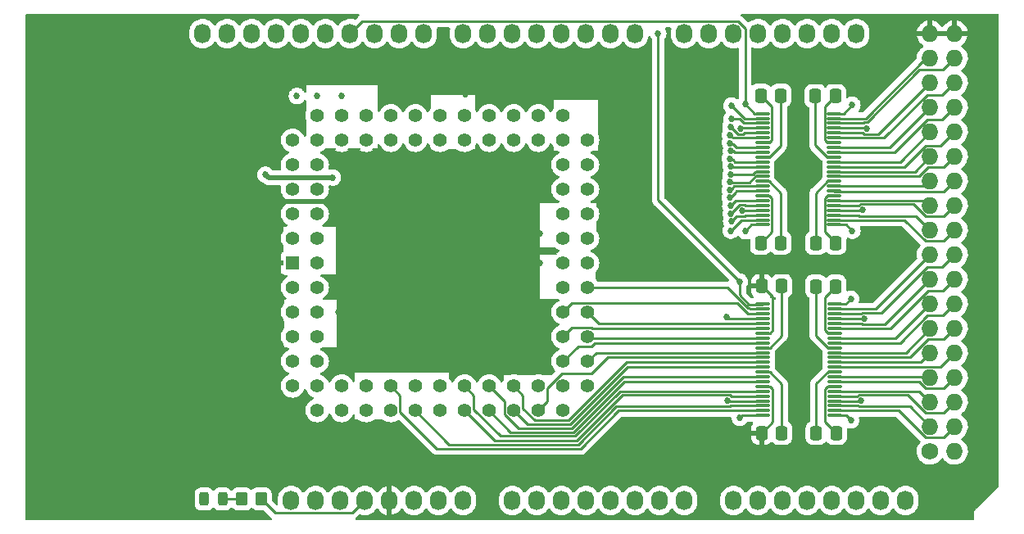
<source format=gtl>
%TF.GenerationSoftware,KiCad,Pcbnew,6.0.9*%
%TF.CreationDate,2022-12-08T19:51:43-08:00*%
%TF.ProjectId,i960SxProcessorMegaShieldFormFactor,69393630-5378-4507-926f-636573736f72,rev?*%
%TF.SameCoordinates,Original*%
%TF.FileFunction,Copper,L1,Top*%
%TF.FilePolarity,Positive*%
%FSLAX46Y46*%
G04 Gerber Fmt 4.6, Leading zero omitted, Abs format (unit mm)*
G04 Created by KiCad (PCBNEW 6.0.9) date 2022-12-08 19:51:43*
%MOMM*%
%LPD*%
G01*
G04 APERTURE LIST*
G04 Aperture macros list*
%AMRoundRect*
0 Rectangle with rounded corners*
0 $1 Rounding radius*
0 $2 $3 $4 $5 $6 $7 $8 $9 X,Y pos of 4 corners*
0 Add a 4 corners polygon primitive as box body*
4,1,4,$2,$3,$4,$5,$6,$7,$8,$9,$2,$3,0*
0 Add four circle primitives for the rounded corners*
1,1,$1+$1,$2,$3*
1,1,$1+$1,$4,$5*
1,1,$1+$1,$6,$7*
1,1,$1+$1,$8,$9*
0 Add four rect primitives between the rounded corners*
20,1,$1+$1,$2,$3,$4,$5,0*
20,1,$1+$1,$4,$5,$6,$7,0*
20,1,$1+$1,$6,$7,$8,$9,0*
20,1,$1+$1,$8,$9,$2,$3,0*%
G04 Aperture macros list end*
%TA.AperFunction,ComponentPad*%
%ADD10C,1.727200*%
%TD*%
%TA.AperFunction,ComponentPad*%
%ADD11O,1.727200X1.727200*%
%TD*%
%TA.AperFunction,ComponentPad*%
%ADD12O,1.727200X2.032000*%
%TD*%
%TA.AperFunction,SMDPad,CuDef*%
%ADD13RoundRect,0.243750X-0.243750X-0.456250X0.243750X-0.456250X0.243750X0.456250X-0.243750X0.456250X0*%
%TD*%
%TA.AperFunction,SMDPad,CuDef*%
%ADD14RoundRect,0.250000X-0.350000X-0.450000X0.350000X-0.450000X0.350000X0.450000X-0.350000X0.450000X0*%
%TD*%
%TA.AperFunction,SMDPad,CuDef*%
%ADD15RoundRect,0.250000X0.337500X0.475000X-0.337500X0.475000X-0.337500X-0.475000X0.337500X-0.475000X0*%
%TD*%
%TA.AperFunction,ComponentPad*%
%ADD16R,1.422400X1.422400*%
%TD*%
%TA.AperFunction,ComponentPad*%
%ADD17C,1.422400*%
%TD*%
%TA.AperFunction,SMDPad,CuDef*%
%ADD18RoundRect,0.250000X-0.337500X-0.475000X0.337500X-0.475000X0.337500X0.475000X-0.337500X0.475000X0*%
%TD*%
%TA.AperFunction,SMDPad,CuDef*%
%ADD19RoundRect,0.075000X0.662500X0.075000X-0.662500X0.075000X-0.662500X-0.075000X0.662500X-0.075000X0*%
%TD*%
%TA.AperFunction,ViaPad*%
%ADD20C,0.685800*%
%TD*%
%TA.AperFunction,Conductor*%
%ADD21C,0.508000*%
%TD*%
%TA.AperFunction,Conductor*%
%ADD22C,0.254000*%
%TD*%
G04 APERTURE END LIST*
D10*
X197358000Y-114046000D03*
D11*
X199898000Y-114046000D03*
X197358000Y-111506000D03*
X199898000Y-111506000D03*
X197358000Y-108966000D03*
X199898000Y-108966000D03*
X197358000Y-106426000D03*
X199898000Y-106426000D03*
X197358000Y-103886000D03*
X199898000Y-103886000D03*
X197358000Y-101346000D03*
X199898000Y-101346000D03*
X197358000Y-98806000D03*
X199898000Y-98806000D03*
X197358000Y-96266000D03*
X199898000Y-96266000D03*
X197358000Y-93726000D03*
X199898000Y-93726000D03*
X197358000Y-91186000D03*
X199898000Y-91186000D03*
X197358000Y-88646000D03*
X199898000Y-88646000D03*
X197358000Y-86106000D03*
X199898000Y-86106000D03*
X197358000Y-83566000D03*
X199898000Y-83566000D03*
X197358000Y-81026000D03*
X199898000Y-81026000D03*
X197358000Y-78486000D03*
X199898000Y-78486000D03*
X197358000Y-75946000D03*
X199898000Y-75946000D03*
X197358000Y-73406000D03*
X199898000Y-73406000D03*
X197358000Y-70866000D03*
X199898000Y-70866000D03*
D12*
X131318000Y-119126000D03*
X133858000Y-119126000D03*
X136398000Y-119126000D03*
X138938000Y-119126000D03*
X141478000Y-119126000D03*
X144018000Y-119126000D03*
X146558000Y-119126000D03*
X149098000Y-119126000D03*
X154178000Y-119126000D03*
X156718000Y-119126000D03*
X159258000Y-119126000D03*
X161798000Y-119126000D03*
X164338000Y-119126000D03*
X166878000Y-119126000D03*
X169418000Y-119126000D03*
X171958000Y-119126000D03*
X177038000Y-119126000D03*
X179578000Y-119126000D03*
X182118000Y-119126000D03*
X184658000Y-119126000D03*
X187198000Y-119126000D03*
X189738000Y-119126000D03*
X192278000Y-119126000D03*
X194818000Y-119126000D03*
X122174000Y-70866000D03*
X124714000Y-70866000D03*
X127254000Y-70866000D03*
X129794000Y-70866000D03*
X132334000Y-70866000D03*
X134874000Y-70866000D03*
X137414000Y-70866000D03*
X139954000Y-70866000D03*
X142494000Y-70866000D03*
X145034000Y-70866000D03*
X149098000Y-70866000D03*
X151638000Y-70866000D03*
X154178000Y-70866000D03*
X156718000Y-70866000D03*
X159258000Y-70866000D03*
X161798000Y-70866000D03*
X164338000Y-70866000D03*
X166878000Y-70866000D03*
X171958000Y-70866000D03*
X174498000Y-70866000D03*
X177038000Y-70866000D03*
X179578000Y-70866000D03*
X182118000Y-70866000D03*
X184658000Y-70866000D03*
X187198000Y-70866000D03*
X189738000Y-70866000D03*
D13*
X122351560Y-118976140D03*
X124226560Y-118976140D03*
D14*
X126220980Y-118963440D03*
X128220980Y-118963440D03*
D15*
X187621800Y-97016000D03*
X185546800Y-97016000D03*
D16*
X131470401Y-94589599D03*
D17*
X134010401Y-94589599D03*
X131470401Y-97129599D03*
X134010401Y-97129599D03*
X131470401Y-99669599D03*
X134010401Y-99669599D03*
X131470401Y-102209599D03*
X134010401Y-102209599D03*
X131470401Y-104749599D03*
X134010401Y-104749599D03*
X131470401Y-107289599D03*
X134010401Y-109829599D03*
X134010401Y-107289599D03*
X136550401Y-109829599D03*
X136550401Y-107289599D03*
X139090401Y-109829599D03*
X139090401Y-107289599D03*
X141630401Y-109829599D03*
X141630401Y-107289599D03*
X144170401Y-109829599D03*
X144170401Y-107289599D03*
X146710401Y-109829599D03*
X146710401Y-107289599D03*
X149250401Y-109829599D03*
X149250401Y-107289599D03*
X151790401Y-109829599D03*
X151790401Y-107289599D03*
X154330401Y-109829599D03*
X154330401Y-107289599D03*
X156870401Y-109829599D03*
X156870401Y-107289599D03*
X159410401Y-109829599D03*
X161950401Y-107289599D03*
X159410401Y-107289599D03*
X161950401Y-104749599D03*
X159410401Y-104749599D03*
X161950401Y-102209599D03*
X159410401Y-102209599D03*
X161950401Y-99669599D03*
X159410401Y-99669599D03*
X161950401Y-97129599D03*
X159410401Y-97129599D03*
X161950401Y-94589599D03*
X159410401Y-94589599D03*
X161950401Y-92049599D03*
X159410401Y-92049599D03*
X161950401Y-89509599D03*
X159410401Y-89509599D03*
X161950401Y-86969599D03*
X159410401Y-86969599D03*
X161950401Y-84429599D03*
X159410401Y-84429599D03*
X161950401Y-81889599D03*
X159410401Y-79349599D03*
X159410401Y-81889599D03*
X156870401Y-79349599D03*
X156870401Y-81889599D03*
X154330401Y-79349599D03*
X154330401Y-81889599D03*
X151790401Y-79349599D03*
X151790401Y-81889599D03*
X149250401Y-79349599D03*
X149250401Y-81889599D03*
X146710401Y-79349599D03*
X146710401Y-81889599D03*
X144170401Y-79349599D03*
X144170401Y-81889599D03*
X141630401Y-79349599D03*
X141630401Y-81889599D03*
X139090401Y-79349599D03*
X139090401Y-81889599D03*
X136550401Y-79349599D03*
X136550401Y-81889599D03*
X134010401Y-79349599D03*
X131470401Y-81889599D03*
X134010401Y-81889599D03*
X131470401Y-84429599D03*
X134010401Y-84429599D03*
X131470401Y-86969599D03*
X134010401Y-86969599D03*
X131470401Y-89509599D03*
X134010401Y-89509599D03*
X131470401Y-92049599D03*
X134010401Y-92049599D03*
D18*
X179861300Y-77266800D03*
X181936300Y-77266800D03*
D15*
X187672600Y-112154400D03*
X185597600Y-112154400D03*
X187625900Y-92506800D03*
X185550900Y-92506800D03*
X187575100Y-77317600D03*
X185500100Y-77317600D03*
D19*
X187506900Y-110347200D03*
X187506900Y-109847200D03*
X187506900Y-109347200D03*
X187506900Y-108847200D03*
X187506900Y-108347200D03*
X187506900Y-107847200D03*
X187506900Y-107347200D03*
X187506900Y-106847200D03*
X187506900Y-106347200D03*
X187506900Y-105847200D03*
X187506900Y-105347200D03*
X187506900Y-104847200D03*
X187506900Y-104347200D03*
X187506900Y-103847200D03*
X187506900Y-103347200D03*
X187506900Y-102847200D03*
X187506900Y-102347200D03*
X187506900Y-101847200D03*
X187506900Y-101347200D03*
X187506900Y-100847200D03*
X187506900Y-100347200D03*
X187506900Y-99847200D03*
X187506900Y-99347200D03*
X187506900Y-98847200D03*
X180081900Y-98847200D03*
X180081900Y-99347200D03*
X180081900Y-99847200D03*
X180081900Y-100347200D03*
X180081900Y-100847200D03*
X180081900Y-101347200D03*
X180081900Y-101847200D03*
X180081900Y-102347200D03*
X180081900Y-102847200D03*
X180081900Y-103347200D03*
X180081900Y-103847200D03*
X180081900Y-104347200D03*
X180081900Y-104847200D03*
X180081900Y-105347200D03*
X180081900Y-105847200D03*
X180081900Y-106347200D03*
X180081900Y-106847200D03*
X180081900Y-107347200D03*
X180081900Y-107847200D03*
X180081900Y-108347200D03*
X180081900Y-108847200D03*
X180081900Y-109347200D03*
X180081900Y-109847200D03*
X180081900Y-110347200D03*
D18*
X179958800Y-112154400D03*
X182033800Y-112154400D03*
X179861300Y-92506800D03*
X181936300Y-92506800D03*
D19*
X180031100Y-90636800D03*
X180031100Y-90136800D03*
X180031100Y-89636800D03*
X180031100Y-89136800D03*
X180031100Y-88636800D03*
X180031100Y-88136800D03*
X180031100Y-87636800D03*
X180031100Y-87136800D03*
X180031100Y-86636800D03*
X180031100Y-86136800D03*
X180031100Y-85636800D03*
X180031100Y-85136800D03*
X180031100Y-84636800D03*
X180031100Y-84136800D03*
X180031100Y-83636800D03*
X180031100Y-83136800D03*
X180031100Y-82636800D03*
X180031100Y-82136800D03*
X180031100Y-81636800D03*
X180031100Y-81136800D03*
X180031100Y-80636800D03*
X180031100Y-80136800D03*
X180031100Y-79636800D03*
X180031100Y-79136800D03*
X187456100Y-79136800D03*
X187456100Y-79636800D03*
X187456100Y-80136800D03*
X187456100Y-80636800D03*
X187456100Y-81136800D03*
X187456100Y-81636800D03*
X187456100Y-82136800D03*
X187456100Y-82636800D03*
X187456100Y-83136800D03*
X187456100Y-83636800D03*
X187456100Y-84136800D03*
X187456100Y-84636800D03*
X187456100Y-85136800D03*
X187456100Y-85636800D03*
X187456100Y-86136800D03*
X187456100Y-86636800D03*
X187456100Y-87136800D03*
X187456100Y-87636800D03*
X187456100Y-88136800D03*
X187456100Y-88636800D03*
X187456100Y-89136800D03*
X187456100Y-89636800D03*
X187456100Y-90136800D03*
X187456100Y-90636800D03*
D18*
X179958800Y-96965200D03*
X182033800Y-96965200D03*
D20*
X135636000Y-85750400D03*
X128676400Y-85445600D03*
X169265600Y-70866000D03*
X122326400Y-118973600D03*
X134015481Y-75218379D03*
X136625921Y-75260879D03*
X131927600Y-77317600D03*
X134015481Y-77293379D03*
X136583421Y-77293379D03*
X164388800Y-81889600D03*
X149302381Y-77147419D03*
X169468800Y-95961200D03*
X151231600Y-118618000D03*
X136296401Y-94285979D03*
X136245601Y-99678579D03*
X139373701Y-104983279D03*
X144148901Y-104932479D03*
X157073601Y-94598579D03*
X157073601Y-91542779D03*
X156870400Y-86817200D03*
X154381200Y-86817200D03*
X151841200Y-86817200D03*
X139090400Y-86817200D03*
X135382000Y-88239600D03*
X129438400Y-88239600D03*
X177952400Y-89154000D03*
X176834800Y-78282800D03*
X177800000Y-80670400D03*
X190804800Y-80670400D03*
X190398400Y-89103200D03*
X190601600Y-100330000D03*
X190246000Y-108813600D03*
X182033800Y-112154400D03*
X185597600Y-112154400D03*
X185546800Y-97016000D03*
X182033800Y-96965200D03*
X181936300Y-92506800D03*
X185550900Y-92506800D03*
X181936300Y-77266800D03*
X185500100Y-77317600D03*
X187575100Y-77317600D03*
X179872050Y-77277550D03*
X179861300Y-92506800D03*
X187615150Y-92496050D03*
X187621800Y-97016000D03*
X187672600Y-112154400D03*
X176428400Y-108813600D03*
X176326800Y-100177600D03*
X189179200Y-98298000D03*
X189179200Y-110845600D03*
X189331600Y-78232000D03*
X189331600Y-91236800D03*
X178257200Y-91287600D03*
X178257200Y-78181200D03*
X177698400Y-96520000D03*
X177698400Y-110591600D03*
X176784000Y-91236800D03*
X176802952Y-90287878D03*
X176788274Y-89459119D03*
X176720366Y-88649660D03*
X176666589Y-87839139D03*
X176664408Y-87026839D03*
X176662943Y-86214538D03*
X176745228Y-85406414D03*
X176739231Y-84594134D03*
X176671807Y-83784634D03*
X176784503Y-82980187D03*
X176704581Y-82171825D03*
X176693236Y-81352111D03*
X176731054Y-80492302D03*
X176827285Y-79685720D03*
D21*
X128676400Y-85445600D02*
X128981200Y-85750400D01*
X128981200Y-85750400D02*
X135636000Y-85750400D01*
D22*
X169265600Y-70866000D02*
X169265600Y-88087200D01*
X169265600Y-88087200D02*
X177698400Y-96520000D01*
X137414000Y-70866000D02*
X138684000Y-69596000D01*
X138684000Y-69596000D02*
X177500925Y-69596000D01*
X177500925Y-69596000D02*
X178257200Y-70352275D01*
X178257200Y-70352275D02*
X178257200Y-78181200D01*
X128220980Y-118963440D02*
X129653540Y-120396000D01*
X129653540Y-120396000D02*
X137668000Y-120396000D01*
X137668000Y-120396000D02*
X138938000Y-119126000D01*
X126220980Y-118963440D02*
X124239260Y-118963440D01*
X124239260Y-118963440D02*
X124226560Y-118976140D01*
D21*
X129438400Y-88239600D02*
X135382000Y-88239600D01*
D22*
X177689793Y-88557600D02*
X176788274Y-89459119D01*
X178199437Y-88557600D02*
X177689793Y-88557600D01*
X178278637Y-88636800D02*
X178199437Y-88557600D01*
X180031100Y-88636800D02*
X178278637Y-88636800D01*
X177340430Y-89750400D02*
X176802952Y-90287878D01*
X178313037Y-89636800D02*
X178199437Y-89750400D01*
X180031100Y-89636800D02*
X178313037Y-89636800D01*
X178199437Y-89750400D02*
X177340430Y-89750400D01*
X180031100Y-89136800D02*
X177969600Y-89136800D01*
X177969600Y-89136800D02*
X177952400Y-89154000D01*
X177699610Y-79685720D02*
X176827285Y-79685720D01*
X178150690Y-80136800D02*
X177699610Y-79685720D01*
X180031100Y-80136800D02*
X178150690Y-80136800D01*
X180031100Y-79636800D02*
X178188800Y-79636800D01*
X178188800Y-79636800D02*
X176834800Y-78282800D01*
X176911445Y-87623239D02*
X176882489Y-87623239D01*
X177187577Y-83136800D02*
X177030964Y-82980187D01*
X180031100Y-88136800D02*
X177233226Y-88136800D01*
X177030964Y-82980187D02*
X176784503Y-82980187D01*
X179020600Y-85406414D02*
X176745228Y-85406414D01*
X177333794Y-82636800D02*
X177026375Y-82329381D01*
X176704704Y-86256299D02*
X176662943Y-86214538D01*
X177026375Y-82329381D02*
X176862137Y-82329381D01*
X180031100Y-82636800D02*
X177333794Y-82636800D01*
X176853644Y-86837603D02*
X176664408Y-87026839D01*
X180031100Y-84636800D02*
X176781897Y-84636800D01*
X177260928Y-87246942D02*
X177260928Y-87273017D01*
X177833600Y-80636800D02*
X177800000Y-80670400D01*
X176988426Y-81647301D02*
X176693236Y-81352111D01*
X180031100Y-81636800D02*
X180020599Y-81647301D01*
X177173110Y-84136800D02*
X176982134Y-83945824D01*
X176781897Y-84636800D02*
X176739231Y-84594134D01*
X178047037Y-81266800D02*
X177505552Y-81266800D01*
X180020599Y-81647301D02*
X176988426Y-81647301D01*
X180031100Y-86636800D02*
X177115584Y-86636800D01*
X178177037Y-81136800D02*
X178047037Y-81266800D01*
X176832997Y-83945824D02*
X176671807Y-83784634D01*
X180031100Y-81136800D02*
X178177037Y-81136800D01*
X177505552Y-81266800D02*
X176731054Y-80492302D01*
X176982134Y-83945824D02*
X176832997Y-83945824D01*
X179328324Y-85636800D02*
X178708825Y-86256299D01*
X176862137Y-82329381D02*
X176704581Y-82171825D01*
X178708825Y-86256299D02*
X176704704Y-86256299D01*
X180031100Y-84136800D02*
X177173110Y-84136800D01*
X180031100Y-83136800D02*
X177187577Y-83136800D01*
X177260808Y-87273137D02*
X177260808Y-87273876D01*
X177233226Y-88136800D02*
X176720366Y-88649660D01*
X179290214Y-85136800D02*
X179020600Y-85406414D01*
X177260928Y-87273017D02*
X177260808Y-87273137D01*
X177260808Y-87273876D02*
X176911445Y-87623239D01*
X176914781Y-86837603D02*
X176853644Y-86837603D01*
X177371070Y-87136800D02*
X177260928Y-87246942D01*
X180031100Y-87136800D02*
X177371070Y-87136800D01*
X176882489Y-87623239D02*
X176666589Y-87839139D01*
X180031100Y-85636800D02*
X179328324Y-85636800D01*
X180031100Y-85136800D02*
X179290214Y-85136800D01*
X177115584Y-86636800D02*
X176914781Y-86837603D01*
X180031100Y-80636800D02*
X177833600Y-80636800D01*
X197047474Y-77216000D02*
X198628000Y-77216000D01*
X196941653Y-73406000D02*
X197358000Y-73406000D01*
X190557763Y-80023200D02*
X190862563Y-80023200D01*
X190444163Y-80136800D02*
X190557763Y-80023200D01*
X187456100Y-79636800D02*
X190710853Y-79636800D01*
X196260563Y-74625200D02*
X198678800Y-74625200D01*
X187456100Y-80136800D02*
X190444163Y-80136800D01*
X190427763Y-81136800D02*
X190557763Y-81266800D01*
X190557763Y-81266800D02*
X192037200Y-81266800D01*
X187456100Y-81636800D02*
X187466601Y-81647301D01*
X190862563Y-80023200D02*
X196260563Y-74625200D01*
X187456100Y-81136800D02*
X190427763Y-81136800D01*
X192037200Y-81266800D02*
X197358000Y-75946000D01*
X187456100Y-80636800D02*
X190771200Y-80636800D01*
X192616173Y-81647301D02*
X197047474Y-77216000D01*
X198628000Y-77216000D02*
X199898000Y-75946000D01*
X198678800Y-74625200D02*
X199898000Y-73406000D01*
X190710853Y-79636800D02*
X196941653Y-73406000D01*
X187466601Y-81647301D02*
X192616173Y-81647301D01*
X190771200Y-80636800D02*
X190804800Y-80670400D01*
X190049763Y-89750400D02*
X195922400Y-89750400D01*
X190151363Y-88506800D02*
X195638274Y-88506800D01*
X187456100Y-88636800D02*
X190021363Y-88636800D01*
X187456100Y-89636800D02*
X189936163Y-89636800D01*
X187456100Y-88136800D02*
X187466601Y-88126299D01*
X195922400Y-89750400D02*
X197358000Y-91186000D01*
X189936163Y-89636800D02*
X190049763Y-89750400D01*
X196838299Y-88126299D02*
X197358000Y-88646000D01*
X190021363Y-88636800D02*
X190151363Y-88506800D01*
X198780400Y-89763600D02*
X199898000Y-88646000D01*
X187466601Y-88126299D02*
X196838299Y-88126299D01*
X195638274Y-88506800D02*
X196895074Y-89763600D01*
X196895074Y-89763600D02*
X198780400Y-89763600D01*
X187456100Y-89136800D02*
X190364800Y-89136800D01*
X190364800Y-89136800D02*
X190398400Y-89103200D01*
X190354563Y-100926400D02*
X192697600Y-100926400D01*
X190275363Y-100847200D02*
X190354563Y-100926400D01*
X198628000Y-94996000D02*
X199898000Y-93726000D01*
X187506900Y-99847200D02*
X190240963Y-99847200D01*
X187506900Y-100847200D02*
X190275363Y-100847200D01*
X197047474Y-94996000D02*
X198628000Y-94996000D01*
X192697600Y-100926400D02*
X197358000Y-96266000D01*
X192309874Y-99733600D02*
X197047474Y-94996000D01*
X190354563Y-99733600D02*
X192309874Y-99733600D01*
X190240963Y-99847200D02*
X190354563Y-99733600D01*
X187506900Y-100347200D02*
X190584400Y-100347200D01*
X190584400Y-100347200D02*
X190601600Y-100330000D01*
X187517401Y-107836699D02*
X196228699Y-107836699D01*
X196228699Y-107836699D02*
X197358000Y-108966000D01*
X187506900Y-107847200D02*
X187517401Y-107836699D01*
X187506900Y-108347200D02*
X189868963Y-108347200D01*
X187506900Y-108847200D02*
X190212400Y-108847200D01*
X189998963Y-108217200D02*
X195028674Y-108217200D01*
X195028674Y-108217200D02*
X196895074Y-110083600D01*
X196895074Y-110083600D02*
X198780400Y-110083600D01*
X198780400Y-110083600D02*
X199898000Y-108966000D01*
X187506900Y-109347200D02*
X189936163Y-109347200D01*
X189936163Y-109347200D02*
X189998963Y-109410000D01*
X189998963Y-109410000D02*
X195262000Y-109410000D01*
X190212400Y-108847200D02*
X190246000Y-108813600D01*
X189868963Y-108347200D02*
X189998963Y-108217200D01*
X195262000Y-109410000D02*
X197358000Y-111506000D01*
X179872050Y-77277550D02*
X179861300Y-77266800D01*
X187615150Y-92496050D02*
X186464600Y-91345500D01*
X152958800Y-112471200D02*
X160680400Y-112471200D01*
X149250401Y-109829599D02*
X152349202Y-112928400D01*
X176738237Y-109347200D02*
X180081900Y-109347200D01*
X152349202Y-112928400D02*
X160832800Y-112928400D01*
X160832800Y-112928400D02*
X165544000Y-108217200D01*
X165544000Y-108217200D02*
X176675437Y-108217200D01*
X176675437Y-108217200D02*
X176805437Y-108347200D01*
X144170401Y-109829599D02*
X147675602Y-113334800D01*
X160985200Y-113334800D02*
X164910000Y-109410000D01*
X176805437Y-108347200D02*
X180081900Y-108347200D01*
X147675602Y-113334800D02*
X160985200Y-113334800D01*
X176462000Y-108847200D02*
X176428400Y-108813600D01*
X164910000Y-109410000D02*
X176675437Y-109410000D01*
X176675437Y-109410000D02*
X176738237Y-109347200D01*
X149250401Y-107289599D02*
X150215601Y-108254799D01*
X160680400Y-112471200D02*
X165314901Y-107836699D01*
X180071399Y-107836699D02*
X180081900Y-107847200D01*
X165314901Y-107836699D02*
X180071399Y-107836699D01*
X150215601Y-109728001D02*
X152958800Y-112471200D01*
X150215601Y-108254799D02*
X150215601Y-109728001D01*
X180081900Y-108847200D02*
X176462000Y-108847200D01*
X180081900Y-100347200D02*
X176496400Y-100347200D01*
X176496400Y-100347200D02*
X176326800Y-100177600D01*
X187506900Y-110347200D02*
X188680800Y-110347200D01*
X188680800Y-110347200D02*
X189179200Y-110845600D01*
X187506900Y-98847200D02*
X188630000Y-98847200D01*
X188630000Y-98847200D02*
X189179200Y-98298000D01*
X187456100Y-90636800D02*
X188731600Y-90636800D01*
X188731600Y-90636800D02*
X189331600Y-91236800D01*
X187456100Y-79136800D02*
X188426800Y-79136800D01*
X188426800Y-79136800D02*
X189331600Y-78232000D01*
X180031100Y-79136800D02*
X179212800Y-79136800D01*
X179212800Y-79136800D02*
X178257200Y-78181200D01*
X180031100Y-90636800D02*
X178908000Y-90636800D01*
X178908000Y-90636800D02*
X178257200Y-91287600D01*
X180081900Y-110347200D02*
X177942800Y-110347200D01*
X177942800Y-110347200D02*
X177698400Y-110591600D01*
X178768290Y-99347200D02*
X180081900Y-99347200D01*
X178658391Y-99237301D02*
X178768290Y-99347200D01*
X180072300Y-98856800D02*
X178663600Y-98856800D01*
X178505991Y-99237301D02*
X178658391Y-99237301D01*
X176398289Y-97129599D02*
X178505991Y-99237301D01*
X161950401Y-97129599D02*
X176398289Y-97129599D01*
X160375601Y-98704399D02*
X177434979Y-98704399D01*
X177434979Y-98704399D02*
X178577780Y-99847200D01*
X178577780Y-99847200D02*
X180081900Y-99847200D01*
X159410401Y-99669599D02*
X160375601Y-98704399D01*
X180081900Y-98847200D02*
X180072300Y-98856800D01*
X177698400Y-97891600D02*
X177698400Y-96520000D01*
X178663600Y-98856800D02*
X177698400Y-97891600D01*
X177884000Y-90136800D02*
X176784000Y-91236800D01*
X180031100Y-90136800D02*
X177884000Y-90136800D01*
X141630401Y-107289599D02*
X142595601Y-108254799D01*
X142595601Y-108254799D02*
X142595601Y-109982001D01*
X142595601Y-109982001D02*
X146405600Y-113792000D01*
X146405600Y-113792000D02*
X161239200Y-113792000D01*
X165184000Y-109847200D02*
X180081900Y-109847200D01*
X161239200Y-113792000D02*
X165184000Y-109847200D01*
X180081900Y-106847200D02*
X165745600Y-106847200D01*
X154025602Y-112064800D02*
X151790401Y-109829599D01*
X165745600Y-106847200D02*
X160528000Y-112064800D01*
X160528000Y-112064800D02*
X154025602Y-112064800D01*
X185597600Y-112154400D02*
X185597600Y-107053724D01*
X185597600Y-107053724D02*
X186804124Y-105847200D01*
X186804124Y-105847200D02*
X187506900Y-105847200D01*
X187672600Y-112154400D02*
X186515400Y-110997200D01*
X186515400Y-107616600D02*
X186784800Y-107347200D01*
X186515400Y-110997200D02*
X186515400Y-107616600D01*
X186784800Y-107347200D02*
X187506900Y-107347200D01*
X185546800Y-97016000D02*
X185546800Y-102089876D01*
X185546800Y-102089876D02*
X186804124Y-103347200D01*
X186804124Y-103347200D02*
X187506900Y-103347200D01*
X187621800Y-97016000D02*
X186515400Y-98122400D01*
X186515400Y-98122400D02*
X186515400Y-101558476D01*
X186515400Y-101558476D02*
X186804124Y-101847200D01*
X186804124Y-101847200D02*
X187506900Y-101847200D01*
X182033800Y-96965200D02*
X182033800Y-102098076D01*
X182033800Y-102098076D02*
X180784676Y-103347200D01*
X180784676Y-103347200D02*
X180081900Y-103347200D01*
X182033800Y-112154400D02*
X182033800Y-107096324D01*
X182033800Y-107096324D02*
X180784676Y-105847200D01*
X180784676Y-105847200D02*
X180081900Y-105847200D01*
X179958800Y-112154400D02*
X181073400Y-111039800D01*
X181073400Y-111039800D02*
X181073400Y-107635924D01*
X181073400Y-107635924D02*
X180784676Y-107347200D01*
X180784676Y-107347200D02*
X180081900Y-107347200D01*
X179958800Y-96965200D02*
X181073400Y-98079800D01*
X181073400Y-98079800D02*
X181073400Y-101558476D01*
X181073400Y-101558476D02*
X180784676Y-101847200D01*
X180784676Y-101847200D02*
X180081900Y-101847200D01*
X151790401Y-107289599D02*
X153365201Y-108864399D01*
X165636000Y-106347200D02*
X180081900Y-106347200D01*
X153365201Y-108864399D02*
X153365201Y-110229398D01*
X153365201Y-110229398D02*
X154794203Y-111658400D01*
X154794203Y-111658400D02*
X160324800Y-111658400D01*
X160324800Y-111658400D02*
X165636000Y-106347200D01*
X154330401Y-109829599D02*
X155752802Y-111252000D01*
X155752802Y-111252000D02*
X160172400Y-111252000D01*
X166077200Y-105347200D02*
X180081900Y-105347200D01*
X160172400Y-111252000D02*
X166077200Y-105347200D01*
X180081900Y-104847200D02*
X166018400Y-104847200D01*
X166018400Y-104847200D02*
X160020000Y-110845600D01*
X160020000Y-110845600D02*
X156521403Y-110845600D01*
X156521403Y-110845600D02*
X155295601Y-109619798D01*
X155295601Y-108254799D02*
X154330401Y-107289599D01*
X155295601Y-109619798D02*
X155295601Y-108254799D01*
X156870401Y-109829599D02*
X157835601Y-108864399D01*
X164029200Y-104347200D02*
X180081900Y-104347200D01*
X157835601Y-108864399D02*
X157835601Y-107499400D01*
X157835601Y-107499400D02*
X159315401Y-106019600D01*
X162356800Y-106019600D02*
X164029200Y-104347200D01*
X159315401Y-106019600D02*
X162356800Y-106019600D01*
X180081900Y-103847200D02*
X162852800Y-103847200D01*
X162852800Y-103847200D02*
X161950401Y-104749599D01*
X180081900Y-102847200D02*
X162677799Y-102847200D01*
X162677799Y-102847200D02*
X162350200Y-103174799D01*
X160985201Y-103174799D02*
X159410401Y-104749599D01*
X162350200Y-103174799D02*
X160985201Y-103174799D01*
X161950401Y-102209599D02*
X162088002Y-102347200D01*
X162088002Y-102347200D02*
X180081900Y-102347200D01*
X180081900Y-101347200D02*
X162453001Y-101347200D01*
X162453001Y-101347200D02*
X162350200Y-101244399D01*
X162350200Y-101244399D02*
X160375601Y-101244399D01*
X160375601Y-101244399D02*
X159410401Y-102209599D01*
X161950401Y-99669599D02*
X163128002Y-100847200D01*
X163128002Y-100847200D02*
X180081900Y-100847200D01*
X185550900Y-92506800D02*
X185550900Y-87339224D01*
X185550900Y-87339224D02*
X186753324Y-86136800D01*
X186753324Y-86136800D02*
X187456100Y-86136800D01*
X187625900Y-92506800D02*
X187615150Y-92496050D01*
X186464600Y-87925524D02*
X186753324Y-87636800D01*
X186464600Y-91345500D02*
X186464600Y-87925524D01*
X186753324Y-87636800D02*
X187456100Y-87636800D01*
X181936300Y-92506800D02*
X181936300Y-87339224D01*
X181936300Y-87339224D02*
X180733876Y-86136800D01*
X180733876Y-86136800D02*
X180031100Y-86136800D01*
X180031100Y-87636800D02*
X180733876Y-87636800D01*
X180733876Y-87636800D02*
X181022600Y-87925524D01*
X181022600Y-87925524D02*
X181022600Y-91345500D01*
X181022600Y-91345500D02*
X179861300Y-92506800D01*
X180031100Y-82136800D02*
X180733876Y-82136800D01*
X181022600Y-78428100D02*
X179872050Y-77277550D01*
X180733876Y-82136800D02*
X181022600Y-81848076D01*
X181022600Y-81848076D02*
X181022600Y-78428100D01*
X181936300Y-77266800D02*
X181936300Y-82434376D01*
X181936300Y-82434376D02*
X180733876Y-83636800D01*
X180733876Y-83636800D02*
X180031100Y-83636800D01*
X185500100Y-77317600D02*
X185500100Y-82383576D01*
X185500100Y-82383576D02*
X186753324Y-83636800D01*
X186753324Y-83636800D02*
X187456100Y-83636800D01*
X187575100Y-77317600D02*
X186464600Y-78428100D01*
X186464600Y-78428100D02*
X186464600Y-81848076D01*
X186464600Y-81848076D02*
X186753324Y-82136800D01*
X186753324Y-82136800D02*
X187456100Y-82136800D01*
X187456100Y-82636800D02*
X193207200Y-82636800D01*
X193207200Y-82636800D02*
X197358000Y-78486000D01*
X187456100Y-83136800D02*
X193666674Y-83136800D01*
X193666674Y-83136800D02*
X197047474Y-79756000D01*
X197047474Y-79756000D02*
X198628000Y-79756000D01*
X198628000Y-79756000D02*
X199898000Y-78486000D01*
X187456100Y-84136800D02*
X194247200Y-84136800D01*
X194247200Y-84136800D02*
X197358000Y-81026000D01*
X187456100Y-84636800D02*
X194706674Y-84636800D01*
X194706674Y-84636800D02*
X196895074Y-82448400D01*
X196895074Y-82448400D02*
X198475600Y-82448400D01*
X198475600Y-82448400D02*
X199898000Y-81026000D01*
X187456100Y-85136800D02*
X195787200Y-85136800D01*
X195787200Y-85136800D02*
X197358000Y-83566000D01*
X187456100Y-85636800D02*
X196246674Y-85636800D01*
X196246674Y-85636800D02*
X197199874Y-84683600D01*
X197199874Y-84683600D02*
X198780400Y-84683600D01*
X198780400Y-84683600D02*
X199898000Y-83566000D01*
X187456100Y-90136800D02*
X194728274Y-90136800D01*
X194728274Y-90136800D02*
X196895074Y-92303600D01*
X196895074Y-92303600D02*
X198780400Y-92303600D01*
X198780400Y-92303600D02*
X199898000Y-91186000D01*
X187456100Y-87136800D02*
X187542900Y-87223600D01*
X198780400Y-87223600D02*
X199898000Y-86106000D01*
X187542900Y-87223600D02*
X198780400Y-87223600D01*
X187456100Y-86636800D02*
X196827200Y-86636800D01*
X196827200Y-86636800D02*
X197358000Y-86106000D01*
X187506900Y-109847200D02*
X194118674Y-109847200D01*
X194118674Y-109847200D02*
X196895074Y-112623600D01*
X196895074Y-112623600D02*
X198780400Y-112623600D01*
X198780400Y-112623600D02*
X199898000Y-111506000D01*
X187506900Y-106847200D02*
X196198674Y-106847200D01*
X196198674Y-106847200D02*
X196895074Y-107543600D01*
X196895074Y-107543600D02*
X198780400Y-107543600D01*
X198780400Y-107543600D02*
X199898000Y-106426000D01*
X187506900Y-106347200D02*
X197279200Y-106347200D01*
X197279200Y-106347200D02*
X197358000Y-106426000D01*
X187506900Y-105347200D02*
X187545700Y-105308400D01*
X187545700Y-105308400D02*
X198475600Y-105308400D01*
X198475600Y-105308400D02*
X199898000Y-103886000D01*
X187506900Y-104847200D02*
X196396800Y-104847200D01*
X196396800Y-104847200D02*
X197358000Y-103886000D01*
X187506900Y-104347200D02*
X195316274Y-104347200D01*
X195316274Y-104347200D02*
X197200374Y-102463100D01*
X197200374Y-102463100D02*
X198780900Y-102463100D01*
X198780900Y-102463100D02*
X199898000Y-101346000D01*
X187506900Y-103847200D02*
X194856800Y-103847200D01*
X194856800Y-103847200D02*
X197358000Y-101346000D01*
X187506900Y-102847200D02*
X194276274Y-102847200D01*
X194276274Y-102847200D02*
X197098274Y-100025200D01*
X198678800Y-100025200D02*
X199898000Y-98806000D01*
X197098274Y-100025200D02*
X198678800Y-100025200D01*
X187506900Y-102347200D02*
X193816800Y-102347200D01*
X193816800Y-102347200D02*
X197358000Y-98806000D01*
X187506900Y-101347200D02*
X193236274Y-101347200D01*
X193236274Y-101347200D02*
X197149074Y-97434400D01*
X197149074Y-97434400D02*
X198729600Y-97434400D01*
X198729600Y-97434400D02*
X199898000Y-96266000D01*
X187506900Y-99347200D02*
X191736800Y-99347200D01*
X191736800Y-99347200D02*
X197358000Y-93726000D01*
%TA.AperFunction,Conductor*%
G36*
X138330743Y-68854502D02*
G01*
X138377236Y-68908158D01*
X138387340Y-68978432D01*
X138357846Y-69043012D01*
X138326762Y-69068953D01*
X138298224Y-69085830D01*
X138298219Y-69085834D01*
X138291401Y-69089866D01*
X138277014Y-69104253D01*
X138261980Y-69117094D01*
X138245513Y-69129058D01*
X138240460Y-69135166D01*
X138217228Y-69163249D01*
X138209238Y-69172029D01*
X137994634Y-69386633D01*
X137932322Y-69420659D01*
X137868176Y-69417870D01*
X137709704Y-69368663D01*
X137585340Y-69352180D01*
X137484152Y-69338768D01*
X137484148Y-69338768D01*
X137478868Y-69338068D01*
X137473538Y-69338268D01*
X137473537Y-69338268D01*
X137362523Y-69342436D01*
X137246178Y-69346803D01*
X137163474Y-69364156D01*
X137023514Y-69393523D01*
X137023511Y-69393524D01*
X137018287Y-69394620D01*
X136801710Y-69480150D01*
X136602641Y-69600949D01*
X136598611Y-69604446D01*
X136462156Y-69722855D01*
X136426770Y-69753561D01*
X136423387Y-69757687D01*
X136423383Y-69757691D01*
X136411654Y-69771996D01*
X136279128Y-69933624D01*
X136276489Y-69938260D01*
X136276487Y-69938263D01*
X136253155Y-69979252D01*
X136202073Y-70028558D01*
X136132442Y-70042420D01*
X136066371Y-70016437D01*
X136039133Y-69987287D01*
X135955633Y-69863260D01*
X135947196Y-69850728D01*
X135786468Y-69682242D01*
X135599650Y-69543246D01*
X135475549Y-69480150D01*
X135396842Y-69440133D01*
X135396841Y-69440133D01*
X135392084Y-69437714D01*
X135253299Y-69394620D01*
X135174807Y-69370247D01*
X135174801Y-69370246D01*
X135169704Y-69368663D01*
X135045340Y-69352180D01*
X134944152Y-69338768D01*
X134944148Y-69338768D01*
X134938868Y-69338068D01*
X134933538Y-69338268D01*
X134933537Y-69338268D01*
X134822523Y-69342436D01*
X134706178Y-69346803D01*
X134623474Y-69364156D01*
X134483514Y-69393523D01*
X134483511Y-69393524D01*
X134478287Y-69394620D01*
X134261710Y-69480150D01*
X134062641Y-69600949D01*
X134058611Y-69604446D01*
X133922156Y-69722855D01*
X133886770Y-69753561D01*
X133883387Y-69757687D01*
X133883383Y-69757691D01*
X133871654Y-69771996D01*
X133739128Y-69933624D01*
X133736489Y-69938260D01*
X133736487Y-69938263D01*
X133713155Y-69979252D01*
X133662073Y-70028558D01*
X133592442Y-70042420D01*
X133526371Y-70016437D01*
X133499133Y-69987287D01*
X133415633Y-69863260D01*
X133407196Y-69850728D01*
X133246468Y-69682242D01*
X133059650Y-69543246D01*
X132935549Y-69480150D01*
X132856842Y-69440133D01*
X132856841Y-69440133D01*
X132852084Y-69437714D01*
X132713299Y-69394620D01*
X132634807Y-69370247D01*
X132634801Y-69370246D01*
X132629704Y-69368663D01*
X132505340Y-69352180D01*
X132404152Y-69338768D01*
X132404148Y-69338768D01*
X132398868Y-69338068D01*
X132393538Y-69338268D01*
X132393537Y-69338268D01*
X132282523Y-69342436D01*
X132166178Y-69346803D01*
X132083474Y-69364156D01*
X131943514Y-69393523D01*
X131943511Y-69393524D01*
X131938287Y-69394620D01*
X131721710Y-69480150D01*
X131522641Y-69600949D01*
X131518611Y-69604446D01*
X131382156Y-69722855D01*
X131346770Y-69753561D01*
X131343387Y-69757687D01*
X131343383Y-69757691D01*
X131331654Y-69771996D01*
X131199128Y-69933624D01*
X131196489Y-69938260D01*
X131196487Y-69938263D01*
X131173155Y-69979252D01*
X131122073Y-70028558D01*
X131052442Y-70042420D01*
X130986371Y-70016437D01*
X130959133Y-69987287D01*
X130875633Y-69863260D01*
X130867196Y-69850728D01*
X130706468Y-69682242D01*
X130519650Y-69543246D01*
X130395549Y-69480150D01*
X130316842Y-69440133D01*
X130316841Y-69440133D01*
X130312084Y-69437714D01*
X130173299Y-69394620D01*
X130094807Y-69370247D01*
X130094801Y-69370246D01*
X130089704Y-69368663D01*
X129965340Y-69352180D01*
X129864152Y-69338768D01*
X129864148Y-69338768D01*
X129858868Y-69338068D01*
X129853538Y-69338268D01*
X129853537Y-69338268D01*
X129742523Y-69342436D01*
X129626178Y-69346803D01*
X129543474Y-69364156D01*
X129403514Y-69393523D01*
X129403511Y-69393524D01*
X129398287Y-69394620D01*
X129181710Y-69480150D01*
X128982641Y-69600949D01*
X128978611Y-69604446D01*
X128842156Y-69722855D01*
X128806770Y-69753561D01*
X128803387Y-69757687D01*
X128803383Y-69757691D01*
X128791654Y-69771996D01*
X128659128Y-69933624D01*
X128656489Y-69938260D01*
X128656487Y-69938263D01*
X128633155Y-69979252D01*
X128582073Y-70028558D01*
X128512442Y-70042420D01*
X128446371Y-70016437D01*
X128419133Y-69987287D01*
X128335633Y-69863260D01*
X128327196Y-69850728D01*
X128166468Y-69682242D01*
X127979650Y-69543246D01*
X127855549Y-69480150D01*
X127776842Y-69440133D01*
X127776841Y-69440133D01*
X127772084Y-69437714D01*
X127633299Y-69394620D01*
X127554807Y-69370247D01*
X127554801Y-69370246D01*
X127549704Y-69368663D01*
X127425340Y-69352180D01*
X127324152Y-69338768D01*
X127324148Y-69338768D01*
X127318868Y-69338068D01*
X127313538Y-69338268D01*
X127313537Y-69338268D01*
X127202523Y-69342436D01*
X127086178Y-69346803D01*
X127003474Y-69364156D01*
X126863514Y-69393523D01*
X126863511Y-69393524D01*
X126858287Y-69394620D01*
X126641710Y-69480150D01*
X126442641Y-69600949D01*
X126438611Y-69604446D01*
X126302156Y-69722855D01*
X126266770Y-69753561D01*
X126263387Y-69757687D01*
X126263383Y-69757691D01*
X126251654Y-69771996D01*
X126119128Y-69933624D01*
X126116489Y-69938260D01*
X126116487Y-69938263D01*
X126093155Y-69979252D01*
X126042073Y-70028558D01*
X125972442Y-70042420D01*
X125906371Y-70016437D01*
X125879133Y-69987287D01*
X125795633Y-69863260D01*
X125787196Y-69850728D01*
X125626468Y-69682242D01*
X125439650Y-69543246D01*
X125315549Y-69480150D01*
X125236842Y-69440133D01*
X125236841Y-69440133D01*
X125232084Y-69437714D01*
X125093299Y-69394620D01*
X125014807Y-69370247D01*
X125014801Y-69370246D01*
X125009704Y-69368663D01*
X124885340Y-69352180D01*
X124784152Y-69338768D01*
X124784148Y-69338768D01*
X124778868Y-69338068D01*
X124773538Y-69338268D01*
X124773537Y-69338268D01*
X124662523Y-69342436D01*
X124546178Y-69346803D01*
X124463474Y-69364156D01*
X124323514Y-69393523D01*
X124323511Y-69393524D01*
X124318287Y-69394620D01*
X124101710Y-69480150D01*
X123902641Y-69600949D01*
X123898611Y-69604446D01*
X123762156Y-69722855D01*
X123726770Y-69753561D01*
X123723387Y-69757687D01*
X123723383Y-69757691D01*
X123711654Y-69771996D01*
X123579128Y-69933624D01*
X123576489Y-69938260D01*
X123576487Y-69938263D01*
X123553155Y-69979252D01*
X123502073Y-70028558D01*
X123432442Y-70042420D01*
X123366371Y-70016437D01*
X123339133Y-69987287D01*
X123255633Y-69863260D01*
X123247196Y-69850728D01*
X123086468Y-69682242D01*
X122899650Y-69543246D01*
X122775549Y-69480150D01*
X122696842Y-69440133D01*
X122696841Y-69440133D01*
X122692084Y-69437714D01*
X122553299Y-69394620D01*
X122474807Y-69370247D01*
X122474801Y-69370246D01*
X122469704Y-69368663D01*
X122345340Y-69352180D01*
X122244152Y-69338768D01*
X122244148Y-69338768D01*
X122238868Y-69338068D01*
X122233538Y-69338268D01*
X122233537Y-69338268D01*
X122122523Y-69342436D01*
X122006178Y-69346803D01*
X121923474Y-69364156D01*
X121783514Y-69393523D01*
X121783511Y-69393524D01*
X121778287Y-69394620D01*
X121561710Y-69480150D01*
X121362641Y-69600949D01*
X121358611Y-69604446D01*
X121222156Y-69722855D01*
X121186770Y-69753561D01*
X121183387Y-69757687D01*
X121183383Y-69757691D01*
X121171654Y-69771996D01*
X121039128Y-69933624D01*
X121036489Y-69938260D01*
X121036487Y-69938263D01*
X120973589Y-70048760D01*
X120923935Y-70135989D01*
X120922114Y-70141005D01*
X120922112Y-70141010D01*
X120846305Y-70349854D01*
X120844485Y-70354869D01*
X120843536Y-70360118D01*
X120843535Y-70360121D01*
X120832617Y-70420500D01*
X120803050Y-70584007D01*
X120802855Y-70588146D01*
X120802854Y-70588153D01*
X120801970Y-70606905D01*
X120801900Y-70608394D01*
X120801900Y-71076868D01*
X120805560Y-71120000D01*
X120814039Y-71219926D01*
X120816626Y-71250420D01*
X120817964Y-71255577D01*
X120817965Y-71255580D01*
X120863912Y-71432603D01*
X120875125Y-71475806D01*
X120877317Y-71480672D01*
X120877318Y-71480675D01*
X120926208Y-71589206D01*
X120970762Y-71688113D01*
X121100804Y-71881272D01*
X121261532Y-72049758D01*
X121448350Y-72188754D01*
X121453102Y-72191170D01*
X121576310Y-72253812D01*
X121655916Y-72294286D01*
X121754052Y-72324758D01*
X121873193Y-72361753D01*
X121873199Y-72361754D01*
X121878296Y-72363337D01*
X122002660Y-72379820D01*
X122103848Y-72393232D01*
X122103852Y-72393232D01*
X122109132Y-72393932D01*
X122114462Y-72393732D01*
X122114463Y-72393732D01*
X122225477Y-72389564D01*
X122341822Y-72385197D01*
X122473418Y-72357585D01*
X122564486Y-72338477D01*
X122564489Y-72338476D01*
X122569713Y-72337380D01*
X122786290Y-72251850D01*
X122985359Y-72131051D01*
X123048143Y-72076570D01*
X123157197Y-71981939D01*
X123157199Y-71981937D01*
X123161230Y-71978439D01*
X123164613Y-71974313D01*
X123164617Y-71974309D01*
X123305487Y-71802504D01*
X123308872Y-71798376D01*
X123334845Y-71752748D01*
X123385927Y-71703442D01*
X123455558Y-71689580D01*
X123521629Y-71715563D01*
X123548867Y-71744713D01*
X123640804Y-71881272D01*
X123801532Y-72049758D01*
X123988350Y-72188754D01*
X123993102Y-72191170D01*
X124116310Y-72253812D01*
X124195916Y-72294286D01*
X124294052Y-72324758D01*
X124413193Y-72361753D01*
X124413199Y-72361754D01*
X124418296Y-72363337D01*
X124542660Y-72379820D01*
X124643848Y-72393232D01*
X124643852Y-72393232D01*
X124649132Y-72393932D01*
X124654462Y-72393732D01*
X124654463Y-72393732D01*
X124765477Y-72389564D01*
X124881822Y-72385197D01*
X125013418Y-72357585D01*
X125104486Y-72338477D01*
X125104489Y-72338476D01*
X125109713Y-72337380D01*
X125326290Y-72251850D01*
X125525359Y-72131051D01*
X125588143Y-72076570D01*
X125697197Y-71981939D01*
X125697199Y-71981937D01*
X125701230Y-71978439D01*
X125704613Y-71974313D01*
X125704617Y-71974309D01*
X125845487Y-71802504D01*
X125848872Y-71798376D01*
X125874845Y-71752748D01*
X125925927Y-71703442D01*
X125995558Y-71689580D01*
X126061629Y-71715563D01*
X126088867Y-71744713D01*
X126180804Y-71881272D01*
X126341532Y-72049758D01*
X126528350Y-72188754D01*
X126533102Y-72191170D01*
X126656310Y-72253812D01*
X126735916Y-72294286D01*
X126834052Y-72324758D01*
X126953193Y-72361753D01*
X126953199Y-72361754D01*
X126958296Y-72363337D01*
X127082660Y-72379820D01*
X127183848Y-72393232D01*
X127183852Y-72393232D01*
X127189132Y-72393932D01*
X127194462Y-72393732D01*
X127194463Y-72393732D01*
X127305477Y-72389564D01*
X127421822Y-72385197D01*
X127553418Y-72357585D01*
X127644486Y-72338477D01*
X127644489Y-72338476D01*
X127649713Y-72337380D01*
X127866290Y-72251850D01*
X128065359Y-72131051D01*
X128128143Y-72076570D01*
X128237197Y-71981939D01*
X128237199Y-71981937D01*
X128241230Y-71978439D01*
X128244613Y-71974313D01*
X128244617Y-71974309D01*
X128385487Y-71802504D01*
X128388872Y-71798376D01*
X128414845Y-71752748D01*
X128465927Y-71703442D01*
X128535558Y-71689580D01*
X128601629Y-71715563D01*
X128628867Y-71744713D01*
X128720804Y-71881272D01*
X128881532Y-72049758D01*
X129068350Y-72188754D01*
X129073102Y-72191170D01*
X129196310Y-72253812D01*
X129275916Y-72294286D01*
X129374052Y-72324758D01*
X129493193Y-72361753D01*
X129493199Y-72361754D01*
X129498296Y-72363337D01*
X129622660Y-72379820D01*
X129723848Y-72393232D01*
X129723852Y-72393232D01*
X129729132Y-72393932D01*
X129734462Y-72393732D01*
X129734463Y-72393732D01*
X129845477Y-72389564D01*
X129961822Y-72385197D01*
X130093418Y-72357585D01*
X130184486Y-72338477D01*
X130184489Y-72338476D01*
X130189713Y-72337380D01*
X130406290Y-72251850D01*
X130605359Y-72131051D01*
X130668143Y-72076570D01*
X130777197Y-71981939D01*
X130777199Y-71981937D01*
X130781230Y-71978439D01*
X130784613Y-71974313D01*
X130784617Y-71974309D01*
X130925487Y-71802504D01*
X130928872Y-71798376D01*
X130954845Y-71752748D01*
X131005927Y-71703442D01*
X131075558Y-71689580D01*
X131141629Y-71715563D01*
X131168867Y-71744713D01*
X131260804Y-71881272D01*
X131421532Y-72049758D01*
X131608350Y-72188754D01*
X131613102Y-72191170D01*
X131736310Y-72253812D01*
X131815916Y-72294286D01*
X131914052Y-72324758D01*
X132033193Y-72361753D01*
X132033199Y-72361754D01*
X132038296Y-72363337D01*
X132162660Y-72379820D01*
X132263848Y-72393232D01*
X132263852Y-72393232D01*
X132269132Y-72393932D01*
X132274462Y-72393732D01*
X132274463Y-72393732D01*
X132385477Y-72389564D01*
X132501822Y-72385197D01*
X132633418Y-72357585D01*
X132724486Y-72338477D01*
X132724489Y-72338476D01*
X132729713Y-72337380D01*
X132946290Y-72251850D01*
X133145359Y-72131051D01*
X133208143Y-72076570D01*
X133317197Y-71981939D01*
X133317199Y-71981937D01*
X133321230Y-71978439D01*
X133324613Y-71974313D01*
X133324617Y-71974309D01*
X133465487Y-71802504D01*
X133468872Y-71798376D01*
X133494845Y-71752748D01*
X133545927Y-71703442D01*
X133615558Y-71689580D01*
X133681629Y-71715563D01*
X133708867Y-71744713D01*
X133800804Y-71881272D01*
X133961532Y-72049758D01*
X134148350Y-72188754D01*
X134153102Y-72191170D01*
X134276310Y-72253812D01*
X134355916Y-72294286D01*
X134454052Y-72324758D01*
X134573193Y-72361753D01*
X134573199Y-72361754D01*
X134578296Y-72363337D01*
X134702660Y-72379820D01*
X134803848Y-72393232D01*
X134803852Y-72393232D01*
X134809132Y-72393932D01*
X134814462Y-72393732D01*
X134814463Y-72393732D01*
X134925477Y-72389564D01*
X135041822Y-72385197D01*
X135173418Y-72357585D01*
X135264486Y-72338477D01*
X135264489Y-72338476D01*
X135269713Y-72337380D01*
X135486290Y-72251850D01*
X135685359Y-72131051D01*
X135748143Y-72076570D01*
X135857197Y-71981939D01*
X135857199Y-71981937D01*
X135861230Y-71978439D01*
X135864613Y-71974313D01*
X135864617Y-71974309D01*
X136005487Y-71802504D01*
X136008872Y-71798376D01*
X136034845Y-71752748D01*
X136085927Y-71703442D01*
X136155558Y-71689580D01*
X136221629Y-71715563D01*
X136248867Y-71744713D01*
X136340804Y-71881272D01*
X136501532Y-72049758D01*
X136688350Y-72188754D01*
X136693102Y-72191170D01*
X136816310Y-72253812D01*
X136895916Y-72294286D01*
X136994052Y-72324758D01*
X137113193Y-72361753D01*
X137113199Y-72361754D01*
X137118296Y-72363337D01*
X137242660Y-72379820D01*
X137343848Y-72393232D01*
X137343852Y-72393232D01*
X137349132Y-72393932D01*
X137354462Y-72393732D01*
X137354463Y-72393732D01*
X137465477Y-72389564D01*
X137581822Y-72385197D01*
X137713418Y-72357585D01*
X137804486Y-72338477D01*
X137804489Y-72338476D01*
X137809713Y-72337380D01*
X138026290Y-72251850D01*
X138225359Y-72131051D01*
X138288143Y-72076570D01*
X138397197Y-71981939D01*
X138397199Y-71981937D01*
X138401230Y-71978439D01*
X138404613Y-71974313D01*
X138404617Y-71974309D01*
X138545487Y-71802504D01*
X138548872Y-71798376D01*
X138574845Y-71752748D01*
X138625927Y-71703442D01*
X138695558Y-71689580D01*
X138761629Y-71715563D01*
X138788867Y-71744713D01*
X138880804Y-71881272D01*
X139041532Y-72049758D01*
X139228350Y-72188754D01*
X139233102Y-72191170D01*
X139356310Y-72253812D01*
X139435916Y-72294286D01*
X139534052Y-72324758D01*
X139653193Y-72361753D01*
X139653199Y-72361754D01*
X139658296Y-72363337D01*
X139782660Y-72379820D01*
X139883848Y-72393232D01*
X139883852Y-72393232D01*
X139889132Y-72393932D01*
X139894462Y-72393732D01*
X139894463Y-72393732D01*
X140005477Y-72389564D01*
X140121822Y-72385197D01*
X140253418Y-72357585D01*
X140344486Y-72338477D01*
X140344489Y-72338476D01*
X140349713Y-72337380D01*
X140566290Y-72251850D01*
X140765359Y-72131051D01*
X140828143Y-72076570D01*
X140937197Y-71981939D01*
X140937199Y-71981937D01*
X140941230Y-71978439D01*
X140944613Y-71974313D01*
X140944617Y-71974309D01*
X141085487Y-71802504D01*
X141088872Y-71798376D01*
X141114845Y-71752748D01*
X141165927Y-71703442D01*
X141235558Y-71689580D01*
X141301629Y-71715563D01*
X141328867Y-71744713D01*
X141420804Y-71881272D01*
X141581532Y-72049758D01*
X141768350Y-72188754D01*
X141773102Y-72191170D01*
X141896310Y-72253812D01*
X141975916Y-72294286D01*
X142074052Y-72324758D01*
X142193193Y-72361753D01*
X142193199Y-72361754D01*
X142198296Y-72363337D01*
X142322660Y-72379820D01*
X142423848Y-72393232D01*
X142423852Y-72393232D01*
X142429132Y-72393932D01*
X142434462Y-72393732D01*
X142434463Y-72393732D01*
X142545477Y-72389564D01*
X142661822Y-72385197D01*
X142793418Y-72357585D01*
X142884486Y-72338477D01*
X142884489Y-72338476D01*
X142889713Y-72337380D01*
X143106290Y-72251850D01*
X143305359Y-72131051D01*
X143368143Y-72076570D01*
X143477197Y-71981939D01*
X143477199Y-71981937D01*
X143481230Y-71978439D01*
X143484613Y-71974313D01*
X143484617Y-71974309D01*
X143625487Y-71802504D01*
X143628872Y-71798376D01*
X143654845Y-71752748D01*
X143705927Y-71703442D01*
X143775558Y-71689580D01*
X143841629Y-71715563D01*
X143868867Y-71744713D01*
X143960804Y-71881272D01*
X144121532Y-72049758D01*
X144308350Y-72188754D01*
X144313102Y-72191170D01*
X144436310Y-72253812D01*
X144515916Y-72294286D01*
X144614052Y-72324758D01*
X144733193Y-72361753D01*
X144733199Y-72361754D01*
X144738296Y-72363337D01*
X144862660Y-72379820D01*
X144963848Y-72393232D01*
X144963852Y-72393232D01*
X144969132Y-72393932D01*
X144974462Y-72393732D01*
X144974463Y-72393732D01*
X145085477Y-72389564D01*
X145201822Y-72385197D01*
X145333418Y-72357585D01*
X145424486Y-72338477D01*
X145424489Y-72338476D01*
X145429713Y-72337380D01*
X145646290Y-72251850D01*
X145845359Y-72131051D01*
X145908143Y-72076570D01*
X146017197Y-71981939D01*
X146017199Y-71981937D01*
X146021230Y-71978439D01*
X146024613Y-71974313D01*
X146024617Y-71974309D01*
X146165487Y-71802504D01*
X146168872Y-71798376D01*
X146189775Y-71761656D01*
X146281422Y-71600654D01*
X146284065Y-71596011D01*
X146286536Y-71589206D01*
X146361695Y-71382146D01*
X146361696Y-71382142D01*
X146363515Y-71377131D01*
X146404950Y-71147993D01*
X146405424Y-71137960D01*
X146406030Y-71125095D01*
X146406030Y-71125086D01*
X146406100Y-71123606D01*
X146406100Y-70655132D01*
X146399718Y-70579923D01*
X146391825Y-70486891D01*
X146391824Y-70486887D01*
X146391374Y-70481580D01*
X146390035Y-70476420D01*
X146390035Y-70476419D01*
X146367385Y-70389154D01*
X146369632Y-70318193D01*
X146409887Y-70259712D01*
X146475369Y-70232277D01*
X146489344Y-70231500D01*
X147639966Y-70231500D01*
X147708087Y-70251502D01*
X147754580Y-70305158D01*
X147763955Y-70379921D01*
X147727050Y-70584007D01*
X147726855Y-70588146D01*
X147726854Y-70588153D01*
X147725970Y-70606905D01*
X147725900Y-70608394D01*
X147725900Y-71076868D01*
X147729560Y-71120000D01*
X147738039Y-71219926D01*
X147740626Y-71250420D01*
X147741964Y-71255577D01*
X147741965Y-71255580D01*
X147787912Y-71432603D01*
X147799125Y-71475806D01*
X147801317Y-71480672D01*
X147801318Y-71480675D01*
X147850208Y-71589206D01*
X147894762Y-71688113D01*
X148024804Y-71881272D01*
X148185532Y-72049758D01*
X148372350Y-72188754D01*
X148377102Y-72191170D01*
X148500310Y-72253812D01*
X148579916Y-72294286D01*
X148678052Y-72324758D01*
X148797193Y-72361753D01*
X148797199Y-72361754D01*
X148802296Y-72363337D01*
X148926660Y-72379820D01*
X149027848Y-72393232D01*
X149027852Y-72393232D01*
X149033132Y-72393932D01*
X149038462Y-72393732D01*
X149038463Y-72393732D01*
X149149477Y-72389564D01*
X149265822Y-72385197D01*
X149397418Y-72357585D01*
X149488486Y-72338477D01*
X149488489Y-72338476D01*
X149493713Y-72337380D01*
X149710290Y-72251850D01*
X149909359Y-72131051D01*
X149972143Y-72076570D01*
X150081197Y-71981939D01*
X150081199Y-71981937D01*
X150085230Y-71978439D01*
X150088613Y-71974313D01*
X150088617Y-71974309D01*
X150229487Y-71802504D01*
X150232872Y-71798376D01*
X150258845Y-71752748D01*
X150309927Y-71703442D01*
X150379558Y-71689580D01*
X150445629Y-71715563D01*
X150472867Y-71744713D01*
X150564804Y-71881272D01*
X150725532Y-72049758D01*
X150912350Y-72188754D01*
X150917102Y-72191170D01*
X151040310Y-72253812D01*
X151119916Y-72294286D01*
X151218052Y-72324758D01*
X151337193Y-72361753D01*
X151337199Y-72361754D01*
X151342296Y-72363337D01*
X151466660Y-72379820D01*
X151567848Y-72393232D01*
X151567852Y-72393232D01*
X151573132Y-72393932D01*
X151578462Y-72393732D01*
X151578463Y-72393732D01*
X151689477Y-72389564D01*
X151805822Y-72385197D01*
X151937418Y-72357585D01*
X152028486Y-72338477D01*
X152028489Y-72338476D01*
X152033713Y-72337380D01*
X152250290Y-72251850D01*
X152449359Y-72131051D01*
X152512143Y-72076570D01*
X152621197Y-71981939D01*
X152621199Y-71981937D01*
X152625230Y-71978439D01*
X152628613Y-71974313D01*
X152628617Y-71974309D01*
X152769487Y-71802504D01*
X152772872Y-71798376D01*
X152798845Y-71752748D01*
X152849927Y-71703442D01*
X152919558Y-71689580D01*
X152985629Y-71715563D01*
X153012867Y-71744713D01*
X153104804Y-71881272D01*
X153265532Y-72049758D01*
X153452350Y-72188754D01*
X153457102Y-72191170D01*
X153580310Y-72253812D01*
X153659916Y-72294286D01*
X153758052Y-72324758D01*
X153877193Y-72361753D01*
X153877199Y-72361754D01*
X153882296Y-72363337D01*
X154006660Y-72379820D01*
X154107848Y-72393232D01*
X154107852Y-72393232D01*
X154113132Y-72393932D01*
X154118462Y-72393732D01*
X154118463Y-72393732D01*
X154229477Y-72389564D01*
X154345822Y-72385197D01*
X154477418Y-72357585D01*
X154568486Y-72338477D01*
X154568489Y-72338476D01*
X154573713Y-72337380D01*
X154790290Y-72251850D01*
X154989359Y-72131051D01*
X155052143Y-72076570D01*
X155161197Y-71981939D01*
X155161199Y-71981937D01*
X155165230Y-71978439D01*
X155168613Y-71974313D01*
X155168617Y-71974309D01*
X155309487Y-71802504D01*
X155312872Y-71798376D01*
X155338845Y-71752748D01*
X155389927Y-71703442D01*
X155459558Y-71689580D01*
X155525629Y-71715563D01*
X155552867Y-71744713D01*
X155644804Y-71881272D01*
X155805532Y-72049758D01*
X155992350Y-72188754D01*
X155997102Y-72191170D01*
X156120310Y-72253812D01*
X156199916Y-72294286D01*
X156298052Y-72324758D01*
X156417193Y-72361753D01*
X156417199Y-72361754D01*
X156422296Y-72363337D01*
X156546660Y-72379820D01*
X156647848Y-72393232D01*
X156647852Y-72393232D01*
X156653132Y-72393932D01*
X156658462Y-72393732D01*
X156658463Y-72393732D01*
X156769477Y-72389564D01*
X156885822Y-72385197D01*
X157017418Y-72357585D01*
X157108486Y-72338477D01*
X157108489Y-72338476D01*
X157113713Y-72337380D01*
X157330290Y-72251850D01*
X157529359Y-72131051D01*
X157592143Y-72076570D01*
X157701197Y-71981939D01*
X157701199Y-71981937D01*
X157705230Y-71978439D01*
X157708613Y-71974313D01*
X157708617Y-71974309D01*
X157849487Y-71802504D01*
X157852872Y-71798376D01*
X157878845Y-71752748D01*
X157929927Y-71703442D01*
X157999558Y-71689580D01*
X158065629Y-71715563D01*
X158092867Y-71744713D01*
X158184804Y-71881272D01*
X158345532Y-72049758D01*
X158532350Y-72188754D01*
X158537102Y-72191170D01*
X158660310Y-72253812D01*
X158739916Y-72294286D01*
X158838052Y-72324758D01*
X158957193Y-72361753D01*
X158957199Y-72361754D01*
X158962296Y-72363337D01*
X159086660Y-72379820D01*
X159187848Y-72393232D01*
X159187852Y-72393232D01*
X159193132Y-72393932D01*
X159198462Y-72393732D01*
X159198463Y-72393732D01*
X159309477Y-72389564D01*
X159425822Y-72385197D01*
X159557418Y-72357585D01*
X159648486Y-72338477D01*
X159648489Y-72338476D01*
X159653713Y-72337380D01*
X159870290Y-72251850D01*
X160069359Y-72131051D01*
X160132143Y-72076570D01*
X160241197Y-71981939D01*
X160241199Y-71981937D01*
X160245230Y-71978439D01*
X160248613Y-71974313D01*
X160248617Y-71974309D01*
X160389487Y-71802504D01*
X160392872Y-71798376D01*
X160418845Y-71752748D01*
X160469927Y-71703442D01*
X160539558Y-71689580D01*
X160605629Y-71715563D01*
X160632867Y-71744713D01*
X160724804Y-71881272D01*
X160885532Y-72049758D01*
X161072350Y-72188754D01*
X161077102Y-72191170D01*
X161200310Y-72253812D01*
X161279916Y-72294286D01*
X161378052Y-72324758D01*
X161497193Y-72361753D01*
X161497199Y-72361754D01*
X161502296Y-72363337D01*
X161626660Y-72379820D01*
X161727848Y-72393232D01*
X161727852Y-72393232D01*
X161733132Y-72393932D01*
X161738462Y-72393732D01*
X161738463Y-72393732D01*
X161849477Y-72389564D01*
X161965822Y-72385197D01*
X162097418Y-72357585D01*
X162188486Y-72338477D01*
X162188489Y-72338476D01*
X162193713Y-72337380D01*
X162410290Y-72251850D01*
X162609359Y-72131051D01*
X162672143Y-72076570D01*
X162781197Y-71981939D01*
X162781199Y-71981937D01*
X162785230Y-71978439D01*
X162788613Y-71974313D01*
X162788617Y-71974309D01*
X162929487Y-71802504D01*
X162932872Y-71798376D01*
X162958845Y-71752748D01*
X163009927Y-71703442D01*
X163079558Y-71689580D01*
X163145629Y-71715563D01*
X163172867Y-71744713D01*
X163264804Y-71881272D01*
X163425532Y-72049758D01*
X163612350Y-72188754D01*
X163617102Y-72191170D01*
X163740310Y-72253812D01*
X163819916Y-72294286D01*
X163918052Y-72324758D01*
X164037193Y-72361753D01*
X164037199Y-72361754D01*
X164042296Y-72363337D01*
X164166660Y-72379820D01*
X164267848Y-72393232D01*
X164267852Y-72393232D01*
X164273132Y-72393932D01*
X164278462Y-72393732D01*
X164278463Y-72393732D01*
X164389477Y-72389564D01*
X164505822Y-72385197D01*
X164637418Y-72357585D01*
X164728486Y-72338477D01*
X164728489Y-72338476D01*
X164733713Y-72337380D01*
X164950290Y-72251850D01*
X165149359Y-72131051D01*
X165212143Y-72076570D01*
X165321197Y-71981939D01*
X165321199Y-71981937D01*
X165325230Y-71978439D01*
X165328613Y-71974313D01*
X165328617Y-71974309D01*
X165469487Y-71802504D01*
X165472872Y-71798376D01*
X165498845Y-71752748D01*
X165549927Y-71703442D01*
X165619558Y-71689580D01*
X165685629Y-71715563D01*
X165712867Y-71744713D01*
X165804804Y-71881272D01*
X165965532Y-72049758D01*
X166152350Y-72188754D01*
X166157102Y-72191170D01*
X166280310Y-72253812D01*
X166359916Y-72294286D01*
X166458052Y-72324758D01*
X166577193Y-72361753D01*
X166577199Y-72361754D01*
X166582296Y-72363337D01*
X166706660Y-72379820D01*
X166807848Y-72393232D01*
X166807852Y-72393232D01*
X166813132Y-72393932D01*
X166818462Y-72393732D01*
X166818463Y-72393732D01*
X166929477Y-72389564D01*
X167045822Y-72385197D01*
X167177418Y-72357585D01*
X167268486Y-72338477D01*
X167268489Y-72338476D01*
X167273713Y-72337380D01*
X167490290Y-72251850D01*
X167689359Y-72131051D01*
X167752143Y-72076570D01*
X167861197Y-71981939D01*
X167861199Y-71981937D01*
X167865230Y-71978439D01*
X167868613Y-71974313D01*
X167868617Y-71974309D01*
X168009487Y-71802504D01*
X168012872Y-71798376D01*
X168033775Y-71761656D01*
X168125422Y-71600654D01*
X168128065Y-71596011D01*
X168130536Y-71589206D01*
X168205695Y-71382146D01*
X168205696Y-71382142D01*
X168207515Y-71377131D01*
X168209984Y-71363479D01*
X168236033Y-71219427D01*
X168267838Y-71155952D01*
X168328910Y-71119749D01*
X168399861Y-71122312D01*
X168458162Y-71162826D01*
X168479855Y-71202915D01*
X168483523Y-71214203D01*
X168573009Y-71369197D01*
X168597737Y-71396660D01*
X168628453Y-71460666D01*
X168630100Y-71480969D01*
X168630100Y-88008180D01*
X168629570Y-88019414D01*
X168627892Y-88026919D01*
X168628141Y-88034838D01*
X168630038Y-88095212D01*
X168630100Y-88099169D01*
X168630100Y-88127183D01*
X168630596Y-88131108D01*
X168630596Y-88131109D01*
X168630608Y-88131204D01*
X168631541Y-88143049D01*
X168632935Y-88187405D01*
X168637264Y-88202304D01*
X168638613Y-88206948D01*
X168642623Y-88226312D01*
X168645173Y-88246499D01*
X168648089Y-88253863D01*
X168648090Y-88253868D01*
X168661507Y-88287756D01*
X168665352Y-88298985D01*
X168677731Y-88341593D01*
X168681769Y-88348420D01*
X168681770Y-88348423D01*
X168688088Y-88359106D01*
X168696788Y-88376864D01*
X168701361Y-88388415D01*
X168701365Y-88388421D01*
X168704281Y-88395788D01*
X168708939Y-88402199D01*
X168708940Y-88402201D01*
X168730364Y-88431688D01*
X168736881Y-88441610D01*
X168755426Y-88472968D01*
X168755429Y-88472972D01*
X168759466Y-88479798D01*
X168773850Y-88494182D01*
X168786691Y-88509216D01*
X168798658Y-88525687D01*
X168804766Y-88530740D01*
X168832855Y-88553977D01*
X168841635Y-88561967D01*
X176558671Y-96279004D01*
X176592697Y-96341316D01*
X176587632Y-96412131D01*
X176545085Y-96468967D01*
X176478565Y-96493778D01*
X176469576Y-96494099D01*
X176458224Y-96494099D01*
X176438513Y-96492548D01*
X176426239Y-96490604D01*
X176418410Y-96489364D01*
X176410518Y-96490110D01*
X176374233Y-96493540D01*
X176362375Y-96494099D01*
X163059988Y-96494099D01*
X162991867Y-96474097D01*
X162956775Y-96440369D01*
X162937003Y-96412131D01*
X162888314Y-96342596D01*
X162850906Y-96305188D01*
X162816880Y-96242876D01*
X162814001Y-96216093D01*
X162814001Y-95503105D01*
X162834003Y-95434984D01*
X162850906Y-95414010D01*
X162888314Y-95376602D01*
X162910115Y-95345468D01*
X163007570Y-95206287D01*
X163007571Y-95206285D01*
X163010727Y-95201778D01*
X163013050Y-95196796D01*
X163013053Y-95196791D01*
X163098599Y-95013336D01*
X163098600Y-95013335D01*
X163100922Y-95008354D01*
X163106791Y-94986453D01*
X163154735Y-94807522D01*
X163154735Y-94807520D01*
X163156159Y-94802207D01*
X163174760Y-94589599D01*
X163156159Y-94376991D01*
X163144620Y-94333928D01*
X163102345Y-94176154D01*
X163102344Y-94176152D01*
X163100922Y-94170844D01*
X163055174Y-94072737D01*
X163013053Y-93982407D01*
X163013050Y-93982402D01*
X163010727Y-93977420D01*
X162972388Y-93922666D01*
X162891473Y-93807107D01*
X162891471Y-93807104D01*
X162888314Y-93802596D01*
X162737404Y-93651686D01*
X162722802Y-93641461D01*
X162629219Y-93575934D01*
X162562581Y-93529273D01*
X162557599Y-93526950D01*
X162557594Y-93526947D01*
X162374145Y-93441404D01*
X162374141Y-93441403D01*
X162369156Y-93439078D01*
X162364598Y-93437857D01*
X162307623Y-93395907D01*
X162282284Y-93329585D01*
X162296824Y-93260094D01*
X162346626Y-93209494D01*
X162364308Y-93201419D01*
X162369156Y-93200120D01*
X162374141Y-93197795D01*
X162374145Y-93197794D01*
X162557594Y-93112251D01*
X162557599Y-93112248D01*
X162562581Y-93109925D01*
X162737404Y-92987512D01*
X162744332Y-92980584D01*
X162806644Y-92946558D01*
X162833427Y-92943679D01*
X162864801Y-92943679D01*
X162864801Y-92909738D01*
X162884803Y-92841617D01*
X162888434Y-92836686D01*
X162888314Y-92836602D01*
X163007570Y-92666287D01*
X163007571Y-92666285D01*
X163010727Y-92661778D01*
X163013050Y-92656796D01*
X163013053Y-92656791D01*
X163098599Y-92473336D01*
X163098600Y-92473335D01*
X163100922Y-92468354D01*
X163106791Y-92446453D01*
X163154735Y-92267522D01*
X163154735Y-92267520D01*
X163156159Y-92262207D01*
X163174760Y-92049599D01*
X163156159Y-91836991D01*
X163131485Y-91744905D01*
X163102345Y-91636154D01*
X163102344Y-91636152D01*
X163100922Y-91630844D01*
X163079546Y-91585003D01*
X163013053Y-91442407D01*
X163013050Y-91442402D01*
X163010727Y-91437420D01*
X163007279Y-91432495D01*
X162888314Y-91262596D01*
X162890251Y-91261240D01*
X162865817Y-91205426D01*
X162864801Y-91189460D01*
X162864801Y-90368957D01*
X162884803Y-90300836D01*
X162888079Y-90296384D01*
X162887930Y-90296279D01*
X163007137Y-90126032D01*
X163012615Y-90116546D01*
X163098125Y-89933168D01*
X163101873Y-89922872D01*
X163154242Y-89727431D01*
X163156144Y-89716642D01*
X163173779Y-89515074D01*
X163173779Y-89504124D01*
X163156144Y-89302556D01*
X163154242Y-89291767D01*
X163101873Y-89096326D01*
X163098125Y-89086030D01*
X163012615Y-88902652D01*
X163007137Y-88893166D01*
X162887930Y-88722919D01*
X162889995Y-88721473D01*
X162865807Y-88666128D01*
X162864801Y-88650241D01*
X162864801Y-88422479D01*
X162531871Y-88422479D01*
X162478621Y-88410674D01*
X162373964Y-88361872D01*
X162364058Y-88358266D01*
X162306888Y-88316171D01*
X162281551Y-88249849D01*
X162296093Y-88180358D01*
X162345896Y-88129760D01*
X162363952Y-88121515D01*
X162369156Y-88120120D01*
X162422572Y-88095212D01*
X162557594Y-88032251D01*
X162557599Y-88032248D01*
X162562581Y-88029925D01*
X162737404Y-87907512D01*
X162888314Y-87756602D01*
X162950556Y-87667712D01*
X163007570Y-87586287D01*
X163007571Y-87586285D01*
X163010727Y-87581778D01*
X163013050Y-87576796D01*
X163013053Y-87576791D01*
X163098599Y-87393336D01*
X163098600Y-87393335D01*
X163100922Y-87388354D01*
X163106791Y-87366453D01*
X163154735Y-87187522D01*
X163154735Y-87187520D01*
X163156159Y-87182207D01*
X163174760Y-86969599D01*
X163156159Y-86756991D01*
X163133255Y-86671511D01*
X163102345Y-86556154D01*
X163102344Y-86556152D01*
X163100922Y-86550844D01*
X163083247Y-86512939D01*
X163013053Y-86362407D01*
X163013050Y-86362402D01*
X163010727Y-86357420D01*
X162941189Y-86258109D01*
X162891473Y-86187107D01*
X162891471Y-86187104D01*
X162888314Y-86182596D01*
X162737404Y-86031686D01*
X162562581Y-85909273D01*
X162557599Y-85906950D01*
X162557594Y-85906947D01*
X162374145Y-85821404D01*
X162374141Y-85821403D01*
X162369156Y-85819078D01*
X162364598Y-85817857D01*
X162307623Y-85775907D01*
X162282284Y-85709585D01*
X162296824Y-85640094D01*
X162346626Y-85589494D01*
X162364308Y-85581419D01*
X162369156Y-85580120D01*
X162374141Y-85577795D01*
X162374145Y-85577794D01*
X162557594Y-85492251D01*
X162557599Y-85492248D01*
X162562581Y-85489925D01*
X162672471Y-85412979D01*
X162732893Y-85370671D01*
X162732896Y-85370669D01*
X162737404Y-85367512D01*
X162888314Y-85216602D01*
X162967382Y-85103682D01*
X163007570Y-85046287D01*
X163007571Y-85046285D01*
X163010727Y-85041778D01*
X163013050Y-85036796D01*
X163013053Y-85036791D01*
X163098599Y-84853336D01*
X163098600Y-84853335D01*
X163100922Y-84848354D01*
X163106791Y-84826453D01*
X163154735Y-84647522D01*
X163154736Y-84647519D01*
X163156159Y-84642207D01*
X163174760Y-84429599D01*
X163156159Y-84216991D01*
X163151528Y-84199708D01*
X163102345Y-84016154D01*
X163102344Y-84016152D01*
X163100922Y-84010844D01*
X163078437Y-83962625D01*
X163013053Y-83822407D01*
X163013050Y-83822402D01*
X163010727Y-83817420D01*
X162888314Y-83642596D01*
X162737404Y-83491686D01*
X162562581Y-83369273D01*
X162557599Y-83366950D01*
X162557594Y-83366947D01*
X162374138Y-83281401D01*
X162374137Y-83281401D01*
X162369156Y-83279078D01*
X162364016Y-83277701D01*
X162306889Y-83235638D01*
X162281551Y-83169317D01*
X162296092Y-83099825D01*
X162345895Y-83049227D01*
X162364058Y-83040932D01*
X162373964Y-83037326D01*
X162562330Y-82949490D01*
X162562995Y-82950917D01*
X162618361Y-82936079D01*
X163017201Y-82936079D01*
X163017201Y-82514645D01*
X163029006Y-82461395D01*
X163098125Y-82313168D01*
X163101873Y-82302872D01*
X163154242Y-82107431D01*
X163156144Y-82096642D01*
X163173779Y-81895074D01*
X163173779Y-81884124D01*
X163156144Y-81682556D01*
X163154242Y-81671767D01*
X163101873Y-81476326D01*
X163098125Y-81466030D01*
X163029006Y-81317803D01*
X163017201Y-81264553D01*
X163017201Y-77703679D01*
X158496001Y-77703679D01*
X158496001Y-78489460D01*
X158475999Y-78557581D01*
X158472368Y-78562512D01*
X158472488Y-78562596D01*
X158359085Y-78724553D01*
X158350075Y-78737420D01*
X158347752Y-78742402D01*
X158347749Y-78742407D01*
X158276232Y-78895777D01*
X158259880Y-78930844D01*
X158258659Y-78935402D01*
X158216709Y-78992377D01*
X158150387Y-79017716D01*
X158080896Y-79003176D01*
X158030296Y-78953374D01*
X158022221Y-78935692D01*
X158020922Y-78930844D01*
X158004570Y-78895777D01*
X157933053Y-78742407D01*
X157933050Y-78742402D01*
X157930727Y-78737420D01*
X157925167Y-78729479D01*
X157811473Y-78567107D01*
X157811471Y-78567104D01*
X157808314Y-78562596D01*
X157657404Y-78411686D01*
X157634640Y-78395746D01*
X157555423Y-78340278D01*
X157482581Y-78289273D01*
X157477599Y-78286950D01*
X157477594Y-78286947D01*
X157294138Y-78201401D01*
X157294137Y-78201401D01*
X157289156Y-78199078D01*
X157283848Y-78197656D01*
X157283846Y-78197655D01*
X157088324Y-78145265D01*
X157088322Y-78145265D01*
X157083009Y-78143841D01*
X156870401Y-78125240D01*
X156657793Y-78143841D01*
X156652480Y-78145265D01*
X156652478Y-78145265D01*
X156456956Y-78197655D01*
X156456954Y-78197656D01*
X156451646Y-78199078D01*
X156446665Y-78201400D01*
X156446664Y-78201401D01*
X156263209Y-78286947D01*
X156263204Y-78286950D01*
X156258222Y-78289273D01*
X156253715Y-78292429D01*
X156253713Y-78292430D01*
X156087909Y-78408527D01*
X156087906Y-78408529D01*
X156083398Y-78411686D01*
X155932488Y-78562596D01*
X155929331Y-78567104D01*
X155929329Y-78567107D01*
X155815635Y-78729479D01*
X155810075Y-78737420D01*
X155807752Y-78742402D01*
X155807749Y-78742407D01*
X155736232Y-78895777D01*
X155719880Y-78930844D01*
X155718659Y-78935402D01*
X155676709Y-78992377D01*
X155610387Y-79017716D01*
X155540896Y-79003176D01*
X155490296Y-78953374D01*
X155482221Y-78935692D01*
X155480922Y-78930844D01*
X155464570Y-78895777D01*
X155393053Y-78742407D01*
X155393050Y-78742402D01*
X155390727Y-78737420D01*
X155385167Y-78729479D01*
X155271473Y-78567107D01*
X155271471Y-78567104D01*
X155268314Y-78562596D01*
X155117404Y-78411686D01*
X155094640Y-78395746D01*
X155015423Y-78340278D01*
X154942581Y-78289273D01*
X154937599Y-78286950D01*
X154937594Y-78286947D01*
X154754138Y-78201401D01*
X154754137Y-78201401D01*
X154749156Y-78199078D01*
X154743848Y-78197656D01*
X154743846Y-78197655D01*
X154548324Y-78145265D01*
X154548322Y-78145265D01*
X154543009Y-78143841D01*
X154330401Y-78125240D01*
X154117793Y-78143841D01*
X154112480Y-78145265D01*
X154112478Y-78145265D01*
X153916956Y-78197655D01*
X153916954Y-78197656D01*
X153911646Y-78199078D01*
X153906665Y-78201400D01*
X153906664Y-78201401D01*
X153723209Y-78286947D01*
X153723204Y-78286950D01*
X153718222Y-78289273D01*
X153713715Y-78292429D01*
X153713713Y-78292430D01*
X153547909Y-78408527D01*
X153547906Y-78408529D01*
X153543398Y-78411686D01*
X153392488Y-78562596D01*
X153389331Y-78567104D01*
X153389329Y-78567107D01*
X153275635Y-78729479D01*
X153270075Y-78737420D01*
X153267752Y-78742402D01*
X153267749Y-78742407D01*
X153196232Y-78895777D01*
X153179880Y-78930844D01*
X153178659Y-78935402D01*
X153136709Y-78992377D01*
X153070387Y-79017716D01*
X153000896Y-79003176D01*
X152950296Y-78953374D01*
X152942221Y-78935692D01*
X152940922Y-78930844D01*
X152924570Y-78895777D01*
X152853053Y-78742407D01*
X152853050Y-78742402D01*
X152850727Y-78737420D01*
X152845167Y-78729479D01*
X152731473Y-78567107D01*
X152731471Y-78567104D01*
X152728314Y-78562596D01*
X152577404Y-78411686D01*
X152554640Y-78395746D01*
X152475423Y-78340278D01*
X152402581Y-78289273D01*
X152397599Y-78286950D01*
X152397594Y-78286947D01*
X152214138Y-78201401D01*
X152214137Y-78201401D01*
X152209156Y-78199078D01*
X152203848Y-78197656D01*
X152203846Y-78197655D01*
X152008324Y-78145265D01*
X152008322Y-78145265D01*
X152003009Y-78143841D01*
X151790401Y-78125240D01*
X151577793Y-78143841D01*
X151572480Y-78145265D01*
X151572478Y-78145265D01*
X151376956Y-78197655D01*
X151376954Y-78197656D01*
X151371646Y-78199078D01*
X151366665Y-78201400D01*
X151366664Y-78201401D01*
X151183209Y-78286947D01*
X151183204Y-78286950D01*
X151178222Y-78289273D01*
X151173715Y-78292429D01*
X151173713Y-78292430D01*
X151007909Y-78408527D01*
X151007906Y-78408529D01*
X151003398Y-78411686D01*
X150852488Y-78562596D01*
X150849331Y-78567104D01*
X150849329Y-78567107D01*
X150735635Y-78729479D01*
X150730075Y-78737420D01*
X150727752Y-78742402D01*
X150727749Y-78742407D01*
X150658996Y-78889850D01*
X150639880Y-78930844D01*
X150638503Y-78935984D01*
X150596440Y-78993111D01*
X150530119Y-79018449D01*
X150460627Y-79003908D01*
X150410029Y-78954105D01*
X150401734Y-78935942D01*
X150398128Y-78926036D01*
X150329006Y-78777803D01*
X150317201Y-78724553D01*
X150317201Y-77195679D01*
X145745201Y-77195679D01*
X145745201Y-78561838D01*
X145722414Y-78634109D01*
X145659085Y-78724553D01*
X145650075Y-78737420D01*
X145647752Y-78742402D01*
X145647749Y-78742407D01*
X145576232Y-78895777D01*
X145559880Y-78930844D01*
X145558659Y-78935402D01*
X145516709Y-78992377D01*
X145450387Y-79017716D01*
X145380896Y-79003176D01*
X145330296Y-78953374D01*
X145322221Y-78935692D01*
X145320922Y-78930844D01*
X145304570Y-78895777D01*
X145233053Y-78742407D01*
X145233050Y-78742402D01*
X145230727Y-78737420D01*
X145225167Y-78729479D01*
X145111473Y-78567107D01*
X145111471Y-78567104D01*
X145108314Y-78562596D01*
X144957404Y-78411686D01*
X144934640Y-78395746D01*
X144855423Y-78340278D01*
X144782581Y-78289273D01*
X144777599Y-78286950D01*
X144777594Y-78286947D01*
X144594138Y-78201401D01*
X144594137Y-78201401D01*
X144589156Y-78199078D01*
X144583848Y-78197656D01*
X144583846Y-78197655D01*
X144388324Y-78145265D01*
X144388322Y-78145265D01*
X144383009Y-78143841D01*
X144170401Y-78125240D01*
X143957793Y-78143841D01*
X143952480Y-78145265D01*
X143952478Y-78145265D01*
X143756956Y-78197655D01*
X143756954Y-78197656D01*
X143751646Y-78199078D01*
X143746665Y-78201400D01*
X143746664Y-78201401D01*
X143563209Y-78286947D01*
X143563204Y-78286950D01*
X143558222Y-78289273D01*
X143553715Y-78292429D01*
X143553713Y-78292430D01*
X143387909Y-78408527D01*
X143387906Y-78408529D01*
X143383398Y-78411686D01*
X143232488Y-78562596D01*
X143229331Y-78567104D01*
X143229329Y-78567107D01*
X143115635Y-78729479D01*
X143110075Y-78737420D01*
X143107752Y-78742402D01*
X143107749Y-78742407D01*
X143036232Y-78895777D01*
X143019880Y-78930844D01*
X143018659Y-78935402D01*
X142976709Y-78992377D01*
X142910387Y-79017716D01*
X142840896Y-79003176D01*
X142790296Y-78953374D01*
X142782221Y-78935692D01*
X142780922Y-78930844D01*
X142764570Y-78895777D01*
X142693053Y-78742407D01*
X142693050Y-78742402D01*
X142690727Y-78737420D01*
X142685167Y-78729479D01*
X142571473Y-78567107D01*
X142571471Y-78567104D01*
X142568314Y-78562596D01*
X142417404Y-78411686D01*
X142394640Y-78395746D01*
X142315423Y-78340278D01*
X142242581Y-78289273D01*
X142237599Y-78286950D01*
X142237594Y-78286947D01*
X142054138Y-78201401D01*
X142054137Y-78201401D01*
X142049156Y-78199078D01*
X142043848Y-78197656D01*
X142043846Y-78197655D01*
X141848324Y-78145265D01*
X141848322Y-78145265D01*
X141843009Y-78143841D01*
X141630401Y-78125240D01*
X141417793Y-78143841D01*
X141412480Y-78145265D01*
X141412478Y-78145265D01*
X141216956Y-78197655D01*
X141216954Y-78197656D01*
X141211646Y-78199078D01*
X141206665Y-78201400D01*
X141206664Y-78201401D01*
X141023209Y-78286947D01*
X141023204Y-78286950D01*
X141018222Y-78289273D01*
X141013715Y-78292429D01*
X141013713Y-78292430D01*
X140847909Y-78408527D01*
X140847906Y-78408529D01*
X140843398Y-78411686D01*
X140692488Y-78562596D01*
X140689331Y-78567104D01*
X140689329Y-78567107D01*
X140575635Y-78729479D01*
X140570075Y-78737420D01*
X140567752Y-78742402D01*
X140567749Y-78742407D01*
X140498996Y-78889850D01*
X140452079Y-78943135D01*
X140383802Y-78962596D01*
X140315842Y-78942054D01*
X140269776Y-78888032D01*
X140258801Y-78836600D01*
X140258801Y-76230479D01*
X132892801Y-76230479D01*
X132892801Y-76816339D01*
X132872799Y-76884460D01*
X132819143Y-76930953D01*
X132748869Y-76941057D01*
X132684289Y-76911563D01*
X132657682Y-76879339D01*
X132648357Y-76863188D01*
X132620191Y-76814403D01*
X132600200Y-76792200D01*
X132504858Y-76686312D01*
X132504857Y-76686311D01*
X132500436Y-76681401D01*
X132446883Y-76642492D01*
X132360987Y-76580085D01*
X132360986Y-76580084D01*
X132355645Y-76576204D01*
X132349617Y-76573520D01*
X132349615Y-76573519D01*
X132198177Y-76506095D01*
X132198176Y-76506095D01*
X132192146Y-76503410D01*
X132104616Y-76484805D01*
X132023543Y-76467572D01*
X132023539Y-76467572D01*
X132017086Y-76466200D01*
X131838114Y-76466200D01*
X131831661Y-76467572D01*
X131831657Y-76467572D01*
X131750584Y-76484805D01*
X131663054Y-76503410D01*
X131657024Y-76506095D01*
X131657023Y-76506095D01*
X131505585Y-76573519D01*
X131505583Y-76573520D01*
X131499555Y-76576204D01*
X131494214Y-76580084D01*
X131494213Y-76580085D01*
X131408318Y-76642492D01*
X131354764Y-76681401D01*
X131350343Y-76686311D01*
X131350342Y-76686312D01*
X131255001Y-76792200D01*
X131235009Y-76814403D01*
X131145523Y-76969397D01*
X131090218Y-77139609D01*
X131071510Y-77317600D01*
X131072200Y-77324165D01*
X131081899Y-77416438D01*
X131090218Y-77495591D01*
X131145523Y-77665803D01*
X131148826Y-77671525D01*
X131148827Y-77671526D01*
X131169051Y-77706555D01*
X131235009Y-77820797D01*
X131239427Y-77825704D01*
X131239428Y-77825705D01*
X131344057Y-77941908D01*
X131354764Y-77953799D01*
X131360106Y-77957680D01*
X131360108Y-77957682D01*
X131492691Y-78054009D01*
X131499555Y-78058996D01*
X131505583Y-78061680D01*
X131505585Y-78061681D01*
X131617196Y-78111373D01*
X131663054Y-78131790D01*
X131750584Y-78150395D01*
X131831657Y-78167628D01*
X131831661Y-78167628D01*
X131838114Y-78169000D01*
X132017086Y-78169000D01*
X132023539Y-78167628D01*
X132023543Y-78167628D01*
X132104616Y-78150395D01*
X132192146Y-78131790D01*
X132238004Y-78111373D01*
X132349615Y-78061681D01*
X132349617Y-78061680D01*
X132355645Y-78058996D01*
X132362509Y-78054009D01*
X132495092Y-77957682D01*
X132495094Y-77957680D01*
X132500436Y-77953799D01*
X132511143Y-77941908D01*
X132615772Y-77825705D01*
X132615773Y-77825704D01*
X132620191Y-77820797D01*
X132657682Y-77755861D01*
X132709065Y-77706868D01*
X132778778Y-77693432D01*
X132844689Y-77719818D01*
X132885871Y-77777651D01*
X132892801Y-77818861D01*
X132892801Y-78832311D01*
X132880996Y-78885561D01*
X132859880Y-78930844D01*
X132858458Y-78936152D01*
X132858457Y-78936154D01*
X132806067Y-79131676D01*
X132804643Y-79136991D01*
X132786042Y-79349599D01*
X132804643Y-79562207D01*
X132806067Y-79567520D01*
X132806067Y-79567522D01*
X132854012Y-79746453D01*
X132859880Y-79768354D01*
X132862202Y-79773334D01*
X132862203Y-79773336D01*
X132880996Y-79813637D01*
X132892801Y-79866887D01*
X132892801Y-81372311D01*
X132880996Y-81425561D01*
X132859880Y-81470844D01*
X132858659Y-81475402D01*
X132816709Y-81532377D01*
X132750387Y-81557716D01*
X132680896Y-81543176D01*
X132630296Y-81493374D01*
X132622221Y-81475692D01*
X132620922Y-81470844D01*
X132618596Y-81465855D01*
X132533053Y-81282407D01*
X132533050Y-81282402D01*
X132530727Y-81277420D01*
X132527570Y-81272911D01*
X132411473Y-81107107D01*
X132411471Y-81107104D01*
X132408314Y-81102596D01*
X132257404Y-80951686D01*
X132082581Y-80829273D01*
X132077599Y-80826950D01*
X132077594Y-80826947D01*
X131894138Y-80741401D01*
X131894137Y-80741401D01*
X131889156Y-80739078D01*
X131883848Y-80737656D01*
X131883846Y-80737655D01*
X131688324Y-80685265D01*
X131688322Y-80685265D01*
X131683009Y-80683841D01*
X131470401Y-80665240D01*
X131257793Y-80683841D01*
X131252480Y-80685265D01*
X131252478Y-80685265D01*
X131056956Y-80737655D01*
X131056954Y-80737656D01*
X131051646Y-80739078D01*
X131046665Y-80741400D01*
X131046664Y-80741401D01*
X130863209Y-80826947D01*
X130863204Y-80826950D01*
X130858222Y-80829273D01*
X130853715Y-80832429D01*
X130853713Y-80832430D01*
X130687909Y-80948527D01*
X130687906Y-80948529D01*
X130683398Y-80951686D01*
X130532488Y-81102596D01*
X130529331Y-81107104D01*
X130529329Y-81107107D01*
X130413232Y-81272911D01*
X130410075Y-81277420D01*
X130407752Y-81282402D01*
X130407749Y-81282407D01*
X130338996Y-81429850D01*
X130319880Y-81470844D01*
X130318458Y-81476152D01*
X130318457Y-81476154D01*
X130296603Y-81557716D01*
X130264643Y-81676991D01*
X130246042Y-81889599D01*
X130264643Y-82102207D01*
X130266067Y-82107520D01*
X130266067Y-82107522D01*
X130314012Y-82286453D01*
X130319880Y-82308354D01*
X130322202Y-82313335D01*
X130322203Y-82313336D01*
X130407749Y-82496791D01*
X130407752Y-82496796D01*
X130410075Y-82501778D01*
X130413231Y-82506285D01*
X130413232Y-82506287D01*
X130527991Y-82670179D01*
X130532488Y-82676602D01*
X130683398Y-82827512D01*
X130687906Y-82830669D01*
X130687909Y-82830671D01*
X130716018Y-82850353D01*
X130858221Y-82949925D01*
X130863203Y-82952248D01*
X130863208Y-82952251D01*
X131046657Y-83037794D01*
X131046661Y-83037795D01*
X131051646Y-83040120D01*
X131056204Y-83041341D01*
X131113179Y-83083291D01*
X131138518Y-83149613D01*
X131123978Y-83219104D01*
X131074176Y-83269704D01*
X131056494Y-83277779D01*
X131051646Y-83279078D01*
X131046661Y-83281403D01*
X131046657Y-83281404D01*
X130863209Y-83366947D01*
X130863204Y-83366950D01*
X130858222Y-83369273D01*
X130853715Y-83372429D01*
X130853713Y-83372430D01*
X130687909Y-83488527D01*
X130687906Y-83488529D01*
X130683398Y-83491686D01*
X130532488Y-83642596D01*
X130410075Y-83817420D01*
X130407752Y-83822402D01*
X130407749Y-83822407D01*
X130342365Y-83962625D01*
X130319880Y-84010844D01*
X130318458Y-84016152D01*
X130318457Y-84016154D01*
X130269274Y-84199708D01*
X130264643Y-84216991D01*
X130246042Y-84429599D01*
X130264643Y-84642207D01*
X130314772Y-84829290D01*
X130313082Y-84900265D01*
X130273288Y-84959061D01*
X130208024Y-84987009D01*
X130193065Y-84987900D01*
X129465393Y-84987900D01*
X129397272Y-84967898D01*
X129369650Y-84941810D01*
X129368991Y-84942403D01*
X129253658Y-84814312D01*
X129253657Y-84814311D01*
X129249236Y-84809401D01*
X129218158Y-84786821D01*
X129109787Y-84708085D01*
X129109786Y-84708084D01*
X129104445Y-84704204D01*
X129098417Y-84701520D01*
X129098415Y-84701519D01*
X128946977Y-84634095D01*
X128946976Y-84634095D01*
X128940946Y-84631410D01*
X128853416Y-84612805D01*
X128772343Y-84595572D01*
X128772339Y-84595572D01*
X128765886Y-84594200D01*
X128586914Y-84594200D01*
X128580461Y-84595572D01*
X128580457Y-84595572D01*
X128499384Y-84612805D01*
X128411854Y-84631410D01*
X128405824Y-84634095D01*
X128405823Y-84634095D01*
X128254385Y-84701519D01*
X128254383Y-84701520D01*
X128248355Y-84704204D01*
X128243014Y-84708084D01*
X128243013Y-84708085D01*
X128134643Y-84786821D01*
X128103564Y-84809401D01*
X128099143Y-84814311D01*
X128099142Y-84814312D01*
X127990621Y-84934838D01*
X127983809Y-84942403D01*
X127894323Y-85097397D01*
X127892281Y-85103682D01*
X127846065Y-85245922D01*
X127839018Y-85267609D01*
X127838328Y-85274172D01*
X127838328Y-85274173D01*
X127826490Y-85386800D01*
X127820310Y-85445600D01*
X127839018Y-85623591D01*
X127841058Y-85629869D01*
X127841058Y-85629870D01*
X127853227Y-85667322D01*
X127894323Y-85793803D01*
X127897626Y-85799525D01*
X127897627Y-85799526D01*
X127910258Y-85821404D01*
X127983809Y-85948797D01*
X128103564Y-86081799D01*
X128108906Y-86085680D01*
X128108908Y-86085682D01*
X128234016Y-86176578D01*
X128248355Y-86186996D01*
X128254381Y-86189679D01*
X128254388Y-86189683D01*
X128381312Y-86246192D01*
X128419193Y-86273212D01*
X128419746Y-86273964D01*
X128425330Y-86278708D01*
X128425332Y-86278710D01*
X128460255Y-86308379D01*
X128467771Y-86315309D01*
X128473515Y-86321053D01*
X128476389Y-86323327D01*
X128476396Y-86323333D01*
X128495911Y-86338772D01*
X128499315Y-86341563D01*
X128549672Y-86384345D01*
X128549676Y-86384348D01*
X128555251Y-86389084D01*
X128561768Y-86392412D01*
X128566832Y-86395789D01*
X128572056Y-86399016D01*
X128577800Y-86403560D01*
X128584431Y-86406659D01*
X128644282Y-86434632D01*
X128648233Y-86436563D01*
X128713604Y-86469943D01*
X128720719Y-86471684D01*
X128726465Y-86473821D01*
X128732248Y-86475745D01*
X128738879Y-86478844D01*
X128810757Y-86493794D01*
X128815029Y-86494761D01*
X128886312Y-86512204D01*
X128891911Y-86512551D01*
X128891915Y-86512552D01*
X128897530Y-86512900D01*
X128897528Y-86512939D01*
X128901429Y-86513172D01*
X128905788Y-86513561D01*
X128912956Y-86515052D01*
X128920273Y-86514854D01*
X128990777Y-86512946D01*
X128994186Y-86512900D01*
X130165840Y-86512900D01*
X130233961Y-86532902D01*
X130280454Y-86586558D01*
X130290558Y-86656832D01*
X130287547Y-86671511D01*
X130266068Y-86751673D01*
X130264643Y-86756991D01*
X130246042Y-86969599D01*
X130264643Y-87182207D01*
X130266067Y-87187520D01*
X130266067Y-87187522D01*
X130314012Y-87366453D01*
X130319880Y-87388354D01*
X130322202Y-87393335D01*
X130322203Y-87393336D01*
X130407749Y-87576791D01*
X130407752Y-87576796D01*
X130410075Y-87581778D01*
X130413231Y-87586285D01*
X130413232Y-87586287D01*
X130470247Y-87667712D01*
X130532488Y-87756602D01*
X130683398Y-87907512D01*
X130858221Y-88029925D01*
X130863203Y-88032248D01*
X130863208Y-88032251D01*
X131046657Y-88117794D01*
X131046661Y-88117795D01*
X131051646Y-88120120D01*
X131056204Y-88121341D01*
X131113179Y-88163291D01*
X131138518Y-88229613D01*
X131123978Y-88299104D01*
X131074176Y-88349704D01*
X131056494Y-88357779D01*
X131051646Y-88359078D01*
X131046661Y-88361403D01*
X131046657Y-88361404D01*
X130863209Y-88446947D01*
X130863204Y-88446950D01*
X130858222Y-88449273D01*
X130853715Y-88452429D01*
X130853713Y-88452430D01*
X130687909Y-88568527D01*
X130687906Y-88568529D01*
X130683398Y-88571686D01*
X130532488Y-88722596D01*
X130529331Y-88727104D01*
X130529329Y-88727107D01*
X130454531Y-88833930D01*
X130410075Y-88897420D01*
X130407752Y-88902402D01*
X130407749Y-88902407D01*
X130360569Y-89003586D01*
X130319880Y-89090844D01*
X130318458Y-89096152D01*
X130318457Y-89096154D01*
X130299423Y-89167191D01*
X130264643Y-89296991D01*
X130246042Y-89509599D01*
X130264643Y-89722207D01*
X130266067Y-89727520D01*
X130266067Y-89727522D01*
X130314012Y-89906453D01*
X130319880Y-89928354D01*
X130322202Y-89933335D01*
X130322203Y-89933336D01*
X130407749Y-90116791D01*
X130407752Y-90116796D01*
X130410075Y-90121778D01*
X130413231Y-90126285D01*
X130413232Y-90126287D01*
X130521783Y-90281313D01*
X130532488Y-90296602D01*
X130683398Y-90447512D01*
X130687906Y-90450669D01*
X130687909Y-90450671D01*
X130760335Y-90501384D01*
X130858221Y-90569925D01*
X130863209Y-90572251D01*
X130867901Y-90574960D01*
X130916894Y-90626343D01*
X130930329Y-90696057D01*
X130903942Y-90761968D01*
X130846110Y-90803149D01*
X130804900Y-90810079D01*
X130556001Y-90810079D01*
X130556001Y-91189460D01*
X130535999Y-91257581D01*
X130532368Y-91262512D01*
X130532488Y-91262596D01*
X130413524Y-91432495D01*
X130410075Y-91437420D01*
X130407752Y-91442402D01*
X130407749Y-91442407D01*
X130341256Y-91585003D01*
X130319880Y-91630844D01*
X130318458Y-91636152D01*
X130318457Y-91636154D01*
X130289317Y-91744905D01*
X130264643Y-91836991D01*
X130246042Y-92049599D01*
X130264643Y-92262207D01*
X130266067Y-92267520D01*
X130266067Y-92267522D01*
X130314012Y-92446453D01*
X130319880Y-92468354D01*
X130322202Y-92473335D01*
X130322203Y-92473336D01*
X130407749Y-92656791D01*
X130407752Y-92656796D01*
X130410075Y-92661778D01*
X130413231Y-92666285D01*
X130413232Y-92666287D01*
X130532488Y-92836602D01*
X130530551Y-92837958D01*
X130554985Y-92893772D01*
X130556001Y-92909738D01*
X130556001Y-93332777D01*
X130535999Y-93400898D01*
X130505566Y-93433603D01*
X130403477Y-93510114D01*
X130390916Y-93522675D01*
X130314415Y-93624750D01*
X130305877Y-93640345D01*
X130260723Y-93760793D01*
X130257096Y-93776048D01*
X130251570Y-93826913D01*
X130251201Y-93833727D01*
X130251201Y-94317484D01*
X130255676Y-94332723D01*
X130257066Y-94333928D01*
X130264749Y-94335599D01*
X130430001Y-94335599D01*
X130498122Y-94355601D01*
X130544615Y-94409257D01*
X130556001Y-94461599D01*
X130556001Y-94717599D01*
X130535999Y-94785720D01*
X130482343Y-94832213D01*
X130430001Y-94843599D01*
X130269317Y-94843599D01*
X130254078Y-94848074D01*
X130252873Y-94849464D01*
X130251202Y-94857147D01*
X130251202Y-95345468D01*
X130251572Y-95352289D01*
X130257096Y-95403151D01*
X130260722Y-95418403D01*
X130305877Y-95538853D01*
X130314415Y-95554448D01*
X130390916Y-95656523D01*
X130403477Y-95669084D01*
X130505552Y-95745585D01*
X130521147Y-95754123D01*
X130641595Y-95799277D01*
X130656850Y-95802904D01*
X130707715Y-95808430D01*
X130714529Y-95808799D01*
X130848461Y-95808799D01*
X130916582Y-95828801D01*
X130963075Y-95882457D01*
X130973179Y-95952731D01*
X130943685Y-96017311D01*
X130901710Y-96048994D01*
X130863213Y-96066945D01*
X130863210Y-96066947D01*
X130858222Y-96069273D01*
X130853715Y-96072429D01*
X130853713Y-96072430D01*
X130687909Y-96188527D01*
X130687906Y-96188529D01*
X130683398Y-96191686D01*
X130532488Y-96342596D01*
X130529331Y-96347104D01*
X130529329Y-96347107D01*
X130413232Y-96512911D01*
X130410075Y-96517420D01*
X130407752Y-96522402D01*
X130407749Y-96522407D01*
X130322449Y-96705335D01*
X130319880Y-96710844D01*
X130318458Y-96716152D01*
X130318457Y-96716154D01*
X130296603Y-96797716D01*
X130264643Y-96916991D01*
X130246042Y-97129599D01*
X130264643Y-97342207D01*
X130266067Y-97347520D01*
X130266067Y-97347522D01*
X130318017Y-97541400D01*
X130319880Y-97548354D01*
X130322202Y-97553335D01*
X130322203Y-97553336D01*
X130407749Y-97736791D01*
X130407752Y-97736796D01*
X130410075Y-97741778D01*
X130413231Y-97746285D01*
X130413232Y-97746287D01*
X130527472Y-97909438D01*
X130532488Y-97916602D01*
X130683398Y-98067512D01*
X130687906Y-98070669D01*
X130687909Y-98070671D01*
X130745311Y-98110864D01*
X130785822Y-98139230D01*
X130801297Y-98150066D01*
X130845625Y-98205523D01*
X130852934Y-98276143D01*
X130820903Y-98339503D01*
X130759702Y-98375488D01*
X130729026Y-98379279D01*
X130606801Y-98379279D01*
X130606801Y-98756093D01*
X130586799Y-98824214D01*
X130569896Y-98845188D01*
X130532488Y-98882596D01*
X130410075Y-99057420D01*
X130407752Y-99062402D01*
X130407749Y-99062407D01*
X130380951Y-99119876D01*
X130319880Y-99250844D01*
X130318458Y-99256152D01*
X130318457Y-99256154D01*
X130289718Y-99363410D01*
X130264643Y-99456991D01*
X130246042Y-99669599D01*
X130264643Y-99882207D01*
X130266067Y-99887520D01*
X130266067Y-99887522D01*
X130314012Y-100066453D01*
X130319880Y-100088354D01*
X130322202Y-100093335D01*
X130322203Y-100093336D01*
X130407749Y-100276791D01*
X130407752Y-100276796D01*
X130410075Y-100281778D01*
X130413231Y-100286285D01*
X130413232Y-100286287D01*
X130500297Y-100410628D01*
X130532488Y-100456602D01*
X130569896Y-100494010D01*
X130603922Y-100556322D01*
X130606801Y-100583105D01*
X130606801Y-101296093D01*
X130586799Y-101364214D01*
X130569896Y-101385188D01*
X130532488Y-101422596D01*
X130529331Y-101427104D01*
X130529329Y-101427107D01*
X130426107Y-101574524D01*
X130410075Y-101597420D01*
X130407752Y-101602402D01*
X130407749Y-101602407D01*
X130322203Y-101785862D01*
X130319880Y-101790844D01*
X130318458Y-101796152D01*
X130318457Y-101796154D01*
X130266067Y-101991676D01*
X130264643Y-101996991D01*
X130246042Y-102209599D01*
X130264643Y-102422207D01*
X130266067Y-102427520D01*
X130266067Y-102427522D01*
X130315895Y-102613480D01*
X130319880Y-102628354D01*
X130322202Y-102633335D01*
X130322203Y-102633336D01*
X130407749Y-102816791D01*
X130407752Y-102816796D01*
X130410075Y-102821778D01*
X130532488Y-102996602D01*
X130569896Y-103034010D01*
X130603922Y-103096322D01*
X130606801Y-103123105D01*
X130606801Y-103306879D01*
X130909536Y-103306879D01*
X130962786Y-103318684D01*
X131046657Y-103357794D01*
X131046661Y-103357795D01*
X131051646Y-103360120D01*
X131056204Y-103361341D01*
X131113179Y-103403291D01*
X131138518Y-103469613D01*
X131123978Y-103539104D01*
X131074176Y-103589704D01*
X131056494Y-103597779D01*
X131051646Y-103599078D01*
X131046661Y-103601403D01*
X131046657Y-103601404D01*
X130863209Y-103686947D01*
X130863204Y-103686950D01*
X130858222Y-103689273D01*
X130853715Y-103692429D01*
X130853713Y-103692430D01*
X130687909Y-103808527D01*
X130687906Y-103808529D01*
X130683398Y-103811686D01*
X130532488Y-103962596D01*
X130529331Y-103967104D01*
X130529329Y-103967107D01*
X130422359Y-104119876D01*
X130410075Y-104137420D01*
X130407752Y-104142402D01*
X130407749Y-104142407D01*
X130363137Y-104238078D01*
X130319880Y-104330844D01*
X130318458Y-104336152D01*
X130318457Y-104336154D01*
X130266067Y-104531676D01*
X130264643Y-104536991D01*
X130246042Y-104749599D01*
X130264643Y-104962207D01*
X130266067Y-104967520D01*
X130266067Y-104967522D01*
X130314012Y-105146453D01*
X130319880Y-105168354D01*
X130322202Y-105173335D01*
X130322203Y-105173336D01*
X130407749Y-105356791D01*
X130407752Y-105356796D01*
X130410075Y-105361778D01*
X130413231Y-105366285D01*
X130413232Y-105366287D01*
X130498496Y-105488056D01*
X130532488Y-105536602D01*
X130683398Y-105687512D01*
X130687906Y-105690669D01*
X130687909Y-105690671D01*
X130757129Y-105739139D01*
X130858221Y-105809925D01*
X130863203Y-105812248D01*
X130863208Y-105812251D01*
X131046657Y-105897794D01*
X131046661Y-105897795D01*
X131051646Y-105900120D01*
X131056204Y-105901341D01*
X131113179Y-105943291D01*
X131138518Y-106009613D01*
X131123978Y-106079104D01*
X131074176Y-106129704D01*
X131056494Y-106137779D01*
X131051646Y-106139078D01*
X131046661Y-106141403D01*
X131046657Y-106141404D01*
X130863209Y-106226947D01*
X130863204Y-106226950D01*
X130858222Y-106229273D01*
X130853715Y-106232429D01*
X130853713Y-106232430D01*
X130687909Y-106348527D01*
X130687906Y-106348529D01*
X130683398Y-106351686D01*
X130532488Y-106502596D01*
X130529331Y-106507104D01*
X130529329Y-106507107D01*
X130432863Y-106644875D01*
X130410075Y-106677420D01*
X130407752Y-106682402D01*
X130407749Y-106682407D01*
X130322206Y-106865855D01*
X130319880Y-106870844D01*
X130318458Y-106876152D01*
X130318457Y-106876154D01*
X130271228Y-107052415D01*
X130264643Y-107076991D01*
X130246042Y-107289599D01*
X130264643Y-107502207D01*
X130266067Y-107507520D01*
X130266067Y-107507522D01*
X130316587Y-107696063D01*
X130319880Y-107708354D01*
X130322202Y-107713335D01*
X130322203Y-107713336D01*
X130407749Y-107896791D01*
X130407752Y-107896796D01*
X130410075Y-107901778D01*
X130532488Y-108076602D01*
X130683398Y-108227512D01*
X130687906Y-108230669D01*
X130687909Y-108230671D01*
X130760335Y-108281384D01*
X130858221Y-108349925D01*
X130863203Y-108352248D01*
X130863208Y-108352251D01*
X131046658Y-108437794D01*
X131051646Y-108440120D01*
X131056954Y-108441542D01*
X131056956Y-108441543D01*
X131252478Y-108493933D01*
X131252480Y-108493933D01*
X131257793Y-108495357D01*
X131470401Y-108513958D01*
X131683009Y-108495357D01*
X131688322Y-108493933D01*
X131688324Y-108493933D01*
X131883846Y-108441543D01*
X131883848Y-108441542D01*
X131889156Y-108440120D01*
X131894144Y-108437794D01*
X132077594Y-108352251D01*
X132077599Y-108352248D01*
X132082581Y-108349925D01*
X132180467Y-108281384D01*
X132252893Y-108230671D01*
X132252896Y-108230669D01*
X132257404Y-108227512D01*
X132408314Y-108076602D01*
X132530727Y-107901778D01*
X132533050Y-107896796D01*
X132533053Y-107896791D01*
X132618596Y-107713343D01*
X132618599Y-107713336D01*
X132620922Y-107708354D01*
X132622143Y-107703796D01*
X132664093Y-107646821D01*
X132730415Y-107621482D01*
X132799906Y-107636022D01*
X132850506Y-107685824D01*
X132858581Y-107703506D01*
X132859880Y-107708354D01*
X132862203Y-107713336D01*
X132862206Y-107713343D01*
X132947749Y-107896791D01*
X132947752Y-107896796D01*
X132950075Y-107901778D01*
X133072488Y-108076602D01*
X133223398Y-108227512D01*
X133227906Y-108230669D01*
X133227909Y-108230671D01*
X133300335Y-108281384D01*
X133398221Y-108349925D01*
X133403203Y-108352248D01*
X133403208Y-108352251D01*
X133586657Y-108437794D01*
X133586661Y-108437795D01*
X133591646Y-108440120D01*
X133596204Y-108441341D01*
X133653179Y-108483291D01*
X133678518Y-108549613D01*
X133663978Y-108619104D01*
X133614176Y-108669704D01*
X133596494Y-108677779D01*
X133591646Y-108679078D01*
X133586661Y-108681403D01*
X133586657Y-108681404D01*
X133403209Y-108766947D01*
X133403204Y-108766950D01*
X133398222Y-108769273D01*
X133393715Y-108772429D01*
X133393713Y-108772430D01*
X133227909Y-108888527D01*
X133227906Y-108888529D01*
X133223398Y-108891686D01*
X133072488Y-109042596D01*
X133069331Y-109047104D01*
X133069329Y-109047107D01*
X133045201Y-109081566D01*
X132950075Y-109217420D01*
X132947752Y-109222402D01*
X132947749Y-109222407D01*
X132878996Y-109369850D01*
X132859880Y-109410844D01*
X132858458Y-109416152D01*
X132858457Y-109416154D01*
X132836603Y-109497716D01*
X132804643Y-109616991D01*
X132786042Y-109829599D01*
X132804643Y-110042207D01*
X132806067Y-110047520D01*
X132806067Y-110047522D01*
X132856587Y-110236063D01*
X132859880Y-110248354D01*
X132862202Y-110253335D01*
X132862203Y-110253336D01*
X132947749Y-110436791D01*
X132947752Y-110436796D01*
X132950075Y-110441778D01*
X132953231Y-110446285D01*
X132953232Y-110446287D01*
X133057733Y-110595529D01*
X133072488Y-110616602D01*
X133223398Y-110767512D01*
X133227906Y-110770669D01*
X133227909Y-110770671D01*
X133291950Y-110815513D01*
X133398221Y-110889925D01*
X133403203Y-110892248D01*
X133403208Y-110892251D01*
X133569328Y-110969713D01*
X133591646Y-110980120D01*
X133596954Y-110981542D01*
X133596956Y-110981543D01*
X133792478Y-111033933D01*
X133792480Y-111033933D01*
X133797793Y-111035357D01*
X134010401Y-111053958D01*
X134223009Y-111035357D01*
X134228322Y-111033933D01*
X134228324Y-111033933D01*
X134423846Y-110981543D01*
X134423848Y-110981542D01*
X134429156Y-110980120D01*
X134451474Y-110969713D01*
X134617594Y-110892251D01*
X134617599Y-110892248D01*
X134622581Y-110889925D01*
X134728852Y-110815513D01*
X134792893Y-110770671D01*
X134792896Y-110770669D01*
X134797404Y-110767512D01*
X134948314Y-110616602D01*
X134963070Y-110595529D01*
X135067570Y-110446287D01*
X135067571Y-110446285D01*
X135070727Y-110441778D01*
X135073050Y-110436796D01*
X135073053Y-110436791D01*
X135158596Y-110253343D01*
X135158599Y-110253336D01*
X135160922Y-110248354D01*
X135162143Y-110243796D01*
X135204093Y-110186821D01*
X135270415Y-110161482D01*
X135339906Y-110176022D01*
X135390506Y-110225824D01*
X135398581Y-110243506D01*
X135399880Y-110248354D01*
X135402203Y-110253336D01*
X135402206Y-110253343D01*
X135487749Y-110436791D01*
X135487752Y-110436796D01*
X135490075Y-110441778D01*
X135493231Y-110446285D01*
X135493232Y-110446287D01*
X135597733Y-110595529D01*
X135612488Y-110616602D01*
X135763398Y-110767512D01*
X135767906Y-110770669D01*
X135767909Y-110770671D01*
X135831950Y-110815513D01*
X135938221Y-110889925D01*
X135943203Y-110892248D01*
X135943208Y-110892251D01*
X136109328Y-110969713D01*
X136131646Y-110980120D01*
X136136954Y-110981542D01*
X136136956Y-110981543D01*
X136332478Y-111033933D01*
X136332480Y-111033933D01*
X136337793Y-111035357D01*
X136550401Y-111053958D01*
X136763009Y-111035357D01*
X136768322Y-111033933D01*
X136768324Y-111033933D01*
X136963846Y-110981543D01*
X136963848Y-110981542D01*
X136969156Y-110980120D01*
X136991474Y-110969713D01*
X137157594Y-110892251D01*
X137157599Y-110892248D01*
X137162581Y-110889925D01*
X137268852Y-110815513D01*
X137332893Y-110770671D01*
X137332896Y-110770669D01*
X137337404Y-110767512D01*
X137488314Y-110616602D01*
X137503070Y-110595529D01*
X137607570Y-110446287D01*
X137607571Y-110446285D01*
X137610727Y-110441778D01*
X137613050Y-110436796D01*
X137613053Y-110436791D01*
X137681806Y-110289348D01*
X137728723Y-110236063D01*
X137797000Y-110216602D01*
X137864960Y-110237144D01*
X137911026Y-110291166D01*
X137922001Y-110342598D01*
X137922001Y-110774479D01*
X138273620Y-110774479D01*
X138345891Y-110797266D01*
X138478221Y-110889925D01*
X138483203Y-110892248D01*
X138483208Y-110892251D01*
X138649328Y-110969713D01*
X138671646Y-110980120D01*
X138676954Y-110981542D01*
X138676956Y-110981543D01*
X138872478Y-111033933D01*
X138872480Y-111033933D01*
X138877793Y-111035357D01*
X139090401Y-111053958D01*
X139303009Y-111035357D01*
X139308322Y-111033933D01*
X139308324Y-111033933D01*
X139503846Y-110981543D01*
X139503848Y-110981542D01*
X139509156Y-110980120D01*
X139531474Y-110969713D01*
X139697594Y-110892251D01*
X139697599Y-110892248D01*
X139702581Y-110889925D01*
X139834911Y-110797266D01*
X139907182Y-110774479D01*
X140813620Y-110774479D01*
X140885891Y-110797266D01*
X141018221Y-110889925D01*
X141023203Y-110892248D01*
X141023208Y-110892251D01*
X141189328Y-110969713D01*
X141211646Y-110980120D01*
X141216954Y-110981542D01*
X141216956Y-110981543D01*
X141412478Y-111033933D01*
X141412480Y-111033933D01*
X141417793Y-111035357D01*
X141630401Y-111053958D01*
X141843009Y-111035357D01*
X141848322Y-111033933D01*
X141848324Y-111033933D01*
X142043846Y-110981543D01*
X142043848Y-110981542D01*
X142049156Y-110980120D01*
X142071474Y-110969713D01*
X142237594Y-110892251D01*
X142237599Y-110892248D01*
X142242581Y-110889925D01*
X142285117Y-110860141D01*
X142369015Y-110801395D01*
X142436289Y-110778707D01*
X142505150Y-110795992D01*
X142530381Y-110815513D01*
X145900345Y-114185477D01*
X145907922Y-114193803D01*
X145912047Y-114200303D01*
X145917825Y-114205729D01*
X145917826Y-114205730D01*
X145961881Y-114247100D01*
X145964723Y-114249855D01*
X145984506Y-114269638D01*
X145987714Y-114272126D01*
X145996743Y-114279837D01*
X146029094Y-114310217D01*
X146036043Y-114314037D01*
X146046929Y-114320022D01*
X146063453Y-114330876D01*
X146079533Y-114343349D01*
X146086810Y-114346498D01*
X146120250Y-114360969D01*
X146130911Y-114366192D01*
X146162847Y-114383749D01*
X146162852Y-114383751D01*
X146169797Y-114387569D01*
X146177471Y-114389539D01*
X146177478Y-114389542D01*
X146189513Y-114392632D01*
X146208218Y-114399036D01*
X146219613Y-114403967D01*
X146226892Y-114407117D01*
X146242001Y-114409510D01*
X146270727Y-114414060D01*
X146282340Y-114416465D01*
X146325318Y-114427500D01*
X146345665Y-114427500D01*
X146365377Y-114429051D01*
X146385479Y-114432235D01*
X146393371Y-114431489D01*
X146429656Y-114428059D01*
X146441514Y-114427500D01*
X161160180Y-114427500D01*
X161171414Y-114428030D01*
X161178919Y-114429708D01*
X161247212Y-114427562D01*
X161251169Y-114427500D01*
X161279183Y-114427500D01*
X161283108Y-114427004D01*
X161283109Y-114427004D01*
X161283204Y-114426992D01*
X161295049Y-114426059D01*
X161324870Y-114425122D01*
X161331482Y-114424914D01*
X161331483Y-114424914D01*
X161339405Y-114424665D01*
X161358949Y-114418987D01*
X161378312Y-114414977D01*
X161390640Y-114413420D01*
X161390642Y-114413420D01*
X161398499Y-114412427D01*
X161405863Y-114409511D01*
X161405868Y-114409510D01*
X161439756Y-114396093D01*
X161450985Y-114392248D01*
X161467665Y-114387402D01*
X161493593Y-114379869D01*
X161500420Y-114375831D01*
X161500423Y-114375830D01*
X161511106Y-114369512D01*
X161528864Y-114360812D01*
X161540415Y-114356239D01*
X161540421Y-114356235D01*
X161547788Y-114353319D01*
X161557177Y-114346498D01*
X161583688Y-114327236D01*
X161593610Y-114320719D01*
X161624968Y-114302174D01*
X161624972Y-114302171D01*
X161631798Y-114298134D01*
X161646182Y-114283750D01*
X161661216Y-114270909D01*
X161671273Y-114263602D01*
X161677687Y-114258942D01*
X161705978Y-114224744D01*
X161713967Y-114215965D01*
X163253437Y-112676495D01*
X178863301Y-112676495D01*
X178863638Y-112683014D01*
X178873557Y-112778606D01*
X178876449Y-112792000D01*
X178927888Y-112946184D01*
X178934061Y-112959362D01*
X179019363Y-113097207D01*
X179028399Y-113108608D01*
X179143129Y-113223139D01*
X179154540Y-113232151D01*
X179292543Y-113317216D01*
X179305724Y-113323363D01*
X179460010Y-113374538D01*
X179473386Y-113377405D01*
X179567738Y-113387072D01*
X179574154Y-113387400D01*
X179686685Y-113387400D01*
X179701924Y-113382925D01*
X179703129Y-113381535D01*
X179704800Y-113373852D01*
X179704800Y-112426515D01*
X179700325Y-112411276D01*
X179698935Y-112410071D01*
X179691252Y-112408400D01*
X178881416Y-112408400D01*
X178866177Y-112412875D01*
X178864972Y-112414265D01*
X178863301Y-112421948D01*
X178863301Y-112676495D01*
X163253437Y-112676495D01*
X165410328Y-110519605D01*
X165472640Y-110485579D01*
X165499423Y-110482700D01*
X176717413Y-110482700D01*
X176785534Y-110502702D01*
X176832027Y-110556358D01*
X176842723Y-110595529D01*
X176861018Y-110769591D01*
X176916323Y-110939803D01*
X176919626Y-110945525D01*
X176919627Y-110945526D01*
X176938259Y-110977797D01*
X177005809Y-111094797D01*
X177010227Y-111099704D01*
X177010228Y-111099705D01*
X177110690Y-111211280D01*
X177125564Y-111227799D01*
X177270355Y-111332996D01*
X177276383Y-111335680D01*
X177276385Y-111335681D01*
X177336402Y-111362402D01*
X177433854Y-111405790D01*
X177521384Y-111424395D01*
X177602457Y-111441628D01*
X177602461Y-111441628D01*
X177608914Y-111443000D01*
X177787886Y-111443000D01*
X177794339Y-111441628D01*
X177794343Y-111441628D01*
X177875416Y-111424395D01*
X177962946Y-111405790D01*
X178060398Y-111362402D01*
X178120415Y-111335681D01*
X178120417Y-111335680D01*
X178126445Y-111332996D01*
X178271236Y-111227799D01*
X178286110Y-111211280D01*
X178386572Y-111099705D01*
X178386573Y-111099704D01*
X178390991Y-111094797D01*
X178419337Y-111045700D01*
X178470719Y-110996707D01*
X178528456Y-110982700D01*
X178941893Y-110982700D01*
X179010014Y-111002702D01*
X179056507Y-111056358D01*
X179066611Y-111126632D01*
X179037117Y-111191212D01*
X179031065Y-111197718D01*
X179027565Y-111201224D01*
X179018549Y-111212640D01*
X178933484Y-111350643D01*
X178927337Y-111363824D01*
X178876162Y-111518110D01*
X178873295Y-111531486D01*
X178863628Y-111625838D01*
X178863300Y-111632255D01*
X178863300Y-111882285D01*
X178867775Y-111897524D01*
X178869165Y-111898729D01*
X178876848Y-111900400D01*
X180086800Y-111900400D01*
X180154921Y-111920402D01*
X180201414Y-111974058D01*
X180212800Y-112026400D01*
X180212800Y-113369284D01*
X180217275Y-113384523D01*
X180218665Y-113385728D01*
X180226348Y-113387399D01*
X180343395Y-113387399D01*
X180349914Y-113387062D01*
X180445506Y-113377143D01*
X180458900Y-113374251D01*
X180613084Y-113322812D01*
X180626262Y-113316639D01*
X180764107Y-113231337D01*
X180775508Y-113222301D01*
X180890038Y-113107572D01*
X180897094Y-113098638D01*
X180955012Y-113057577D01*
X181025935Y-113054347D01*
X181087346Y-113089974D01*
X181094146Y-113097807D01*
X181097822Y-113103748D01*
X181222997Y-113228705D01*
X181229227Y-113232545D01*
X181229228Y-113232546D01*
X181366588Y-113317216D01*
X181373562Y-113321515D01*
X181453305Y-113347964D01*
X181534911Y-113375032D01*
X181534913Y-113375032D01*
X181541439Y-113377197D01*
X181548275Y-113377897D01*
X181548278Y-113377898D01*
X181591331Y-113382309D01*
X181645900Y-113387900D01*
X182421700Y-113387900D01*
X182424946Y-113387563D01*
X182424950Y-113387563D01*
X182520608Y-113377638D01*
X182520612Y-113377637D01*
X182527466Y-113376926D01*
X182534002Y-113374745D01*
X182534004Y-113374745D01*
X182666106Y-113330672D01*
X182695246Y-113320950D01*
X182845648Y-113227878D01*
X182970605Y-113102703D01*
X183000412Y-113054347D01*
X183059575Y-112958368D01*
X183059576Y-112958366D01*
X183063415Y-112952138D01*
X183119097Y-112784261D01*
X183129800Y-112679800D01*
X183129800Y-111629000D01*
X183126076Y-111593105D01*
X183119538Y-111530092D01*
X183119537Y-111530088D01*
X183118826Y-111523234D01*
X183113077Y-111506000D01*
X183065168Y-111362402D01*
X183062850Y-111355454D01*
X182969778Y-111205052D01*
X182844603Y-111080095D01*
X182826297Y-111068811D01*
X182729184Y-111008949D01*
X182681690Y-110956176D01*
X182669300Y-110901689D01*
X182669300Y-107175344D01*
X182669830Y-107164110D01*
X182671508Y-107156605D01*
X182669362Y-107088312D01*
X182669300Y-107084355D01*
X182669300Y-107056341D01*
X182668792Y-107052320D01*
X182667858Y-107040468D01*
X182667643Y-107033603D01*
X182666465Y-106996119D01*
X182660787Y-106976575D01*
X182656777Y-106957212D01*
X182655220Y-106944884D01*
X182655220Y-106944882D01*
X182654227Y-106937025D01*
X182651311Y-106929661D01*
X182651310Y-106929656D01*
X182637893Y-106895768D01*
X182634048Y-106884539D01*
X182628622Y-106865862D01*
X182621669Y-106841931D01*
X182617630Y-106835101D01*
X182611312Y-106824418D01*
X182602612Y-106806660D01*
X182598039Y-106795109D01*
X182598035Y-106795103D01*
X182595119Y-106787736D01*
X182581053Y-106768375D01*
X182569036Y-106751836D01*
X182562519Y-106741914D01*
X182543974Y-106710556D01*
X182543971Y-106710552D01*
X182539934Y-106703726D01*
X182525550Y-106689342D01*
X182512709Y-106674308D01*
X182505402Y-106664251D01*
X182500742Y-106657837D01*
X182466544Y-106629546D01*
X182457765Y-106621557D01*
X181364805Y-105528596D01*
X181330779Y-105466284D01*
X181327900Y-105439501D01*
X181327900Y-105233956D01*
X181312881Y-105119876D01*
X181314426Y-105119673D01*
X181314426Y-105074727D01*
X181312881Y-105074524D01*
X181327362Y-104964531D01*
X181327362Y-104964530D01*
X181327900Y-104960444D01*
X181327900Y-104733956D01*
X181312881Y-104619876D01*
X181314426Y-104619673D01*
X181314426Y-104574727D01*
X181312881Y-104574524D01*
X181327362Y-104464531D01*
X181327362Y-104464530D01*
X181327900Y-104460444D01*
X181327900Y-104233956D01*
X181312881Y-104119876D01*
X181314426Y-104119673D01*
X181314426Y-104074727D01*
X181312881Y-104074524D01*
X181327362Y-103964531D01*
X181327362Y-103964530D01*
X181327900Y-103960444D01*
X181327900Y-103754898D01*
X181347902Y-103686777D01*
X181364805Y-103665803D01*
X181879938Y-103150671D01*
X182427283Y-102603326D01*
X182435609Y-102595750D01*
X182442103Y-102591629D01*
X182488886Y-102541810D01*
X182491640Y-102538969D01*
X182511439Y-102519170D01*
X182513868Y-102516039D01*
X182513872Y-102516034D01*
X182513939Y-102515948D01*
X182521647Y-102506923D01*
X182546591Y-102480361D01*
X182546594Y-102480357D01*
X182552017Y-102474582D01*
X182555836Y-102467636D01*
X182555839Y-102467631D01*
X182561822Y-102456748D01*
X182572678Y-102440220D01*
X182580292Y-102430405D01*
X182580294Y-102430402D01*
X182585149Y-102424143D01*
X182588295Y-102416873D01*
X182588298Y-102416868D01*
X182602769Y-102383426D01*
X182607992Y-102372765D01*
X182625549Y-102340829D01*
X182625551Y-102340824D01*
X182629369Y-102333879D01*
X182631339Y-102326205D01*
X182631342Y-102326198D01*
X182634432Y-102314163D01*
X182640836Y-102295458D01*
X182645767Y-102284063D01*
X182648917Y-102276784D01*
X182653290Y-102249175D01*
X182655860Y-102232949D01*
X182658267Y-102221327D01*
X182669300Y-102178358D01*
X182669300Y-102158011D01*
X182670851Y-102138300D01*
X182672795Y-102126026D01*
X182674035Y-102118197D01*
X182669859Y-102074020D01*
X182669300Y-102062162D01*
X182669300Y-98218008D01*
X182689302Y-98149887D01*
X182728997Y-98110864D01*
X182839420Y-98042532D01*
X182845648Y-98038678D01*
X182970605Y-97913503D01*
X183007404Y-97853804D01*
X183059575Y-97769168D01*
X183059576Y-97769166D01*
X183063415Y-97762938D01*
X183095810Y-97665271D01*
X183116932Y-97601589D01*
X183116932Y-97601587D01*
X183119097Y-97595061D01*
X183120230Y-97584010D01*
X183125100Y-97536474D01*
X183129800Y-97490600D01*
X183129800Y-96439800D01*
X183124942Y-96392978D01*
X183119538Y-96340892D01*
X183119537Y-96340888D01*
X183118826Y-96334034D01*
X183100467Y-96279004D01*
X183065168Y-96173202D01*
X183062850Y-96166254D01*
X182969778Y-96015852D01*
X182844603Y-95890895D01*
X182838372Y-95887054D01*
X182700268Y-95801925D01*
X182700266Y-95801924D01*
X182694038Y-95798085D01*
X182551993Y-95750971D01*
X182532689Y-95744568D01*
X182532687Y-95744568D01*
X182526161Y-95742403D01*
X182519325Y-95741703D01*
X182519322Y-95741702D01*
X182476269Y-95737291D01*
X182421700Y-95731700D01*
X181645900Y-95731700D01*
X181642654Y-95732037D01*
X181642650Y-95732037D01*
X181546992Y-95741962D01*
X181546988Y-95741963D01*
X181540134Y-95742674D01*
X181533598Y-95744855D01*
X181533596Y-95744855D01*
X181440487Y-95775919D01*
X181372354Y-95798650D01*
X181221952Y-95891722D01*
X181096995Y-96016897D01*
X181094198Y-96021435D01*
X181036947Y-96062024D01*
X180966024Y-96065254D01*
X180904613Y-96029628D01*
X180897238Y-96021132D01*
X180889202Y-96010993D01*
X180774471Y-95896461D01*
X180763060Y-95887449D01*
X180625057Y-95802384D01*
X180611876Y-95796237D01*
X180457590Y-95745062D01*
X180444214Y-95742195D01*
X180349862Y-95732528D01*
X180343445Y-95732200D01*
X180230915Y-95732200D01*
X180215676Y-95736675D01*
X180214471Y-95738065D01*
X180212800Y-95745748D01*
X180212800Y-97093200D01*
X180192798Y-97161321D01*
X180139142Y-97207814D01*
X180086800Y-97219200D01*
X178881416Y-97219200D01*
X178866177Y-97223675D01*
X178864972Y-97225065D01*
X178863301Y-97232748D01*
X178863301Y-97487295D01*
X178863638Y-97493814D01*
X178873557Y-97589406D01*
X178876449Y-97602800D01*
X178927888Y-97756984D01*
X178934061Y-97770162D01*
X179019363Y-97908007D01*
X179028399Y-97919408D01*
X179115269Y-98006127D01*
X179149348Y-98068410D01*
X179144345Y-98139230D01*
X179101848Y-98196102D01*
X179035349Y-98220971D01*
X179026251Y-98221300D01*
X178979023Y-98221300D01*
X178910902Y-98201298D01*
X178889927Y-98184395D01*
X178370804Y-97665271D01*
X178336779Y-97602959D01*
X178333900Y-97576176D01*
X178333900Y-97134969D01*
X178353902Y-97066848D01*
X178366258Y-97050665D01*
X178390991Y-97023197D01*
X178480477Y-96868203D01*
X178511613Y-96772377D01*
X178533742Y-96704270D01*
X178533742Y-96704269D01*
X178535782Y-96697991D01*
X178536298Y-96693085D01*
X178863300Y-96693085D01*
X178867775Y-96708324D01*
X178869165Y-96709529D01*
X178876848Y-96711200D01*
X179686685Y-96711200D01*
X179701924Y-96706725D01*
X179703129Y-96705335D01*
X179704800Y-96697652D01*
X179704800Y-95750316D01*
X179700325Y-95735077D01*
X179698935Y-95733872D01*
X179691252Y-95732201D01*
X179574205Y-95732201D01*
X179567686Y-95732538D01*
X179472094Y-95742457D01*
X179458700Y-95745349D01*
X179304516Y-95796788D01*
X179291338Y-95802961D01*
X179153493Y-95888263D01*
X179142092Y-95897299D01*
X179027561Y-96012029D01*
X179018549Y-96023440D01*
X178933484Y-96161443D01*
X178927337Y-96174624D01*
X178876162Y-96328910D01*
X178873295Y-96342286D01*
X178863628Y-96436638D01*
X178863300Y-96443055D01*
X178863300Y-96693085D01*
X178536298Y-96693085D01*
X178554490Y-96520000D01*
X178546120Y-96440369D01*
X178536472Y-96348573D01*
X178536472Y-96348572D01*
X178535782Y-96342009D01*
X178531067Y-96327496D01*
X178493158Y-96210824D01*
X178480477Y-96171797D01*
X178390991Y-96016803D01*
X178357024Y-95979078D01*
X178275658Y-95888712D01*
X178275657Y-95888711D01*
X178271236Y-95883801D01*
X178246514Y-95865839D01*
X178131787Y-95782485D01*
X178131786Y-95782484D01*
X178126445Y-95778604D01*
X178120417Y-95775920D01*
X178120415Y-95775919D01*
X177968977Y-95708495D01*
X177968976Y-95708495D01*
X177962946Y-95705810D01*
X177787886Y-95668600D01*
X177784747Y-95668600D01*
X177720278Y-95642079D01*
X177710007Y-95632874D01*
X169938005Y-87860872D01*
X169903979Y-87798560D01*
X169901100Y-87771777D01*
X169901100Y-71480969D01*
X169921102Y-71412848D01*
X169933458Y-71396665D01*
X169958191Y-71369197D01*
X170047677Y-71214203D01*
X170102982Y-71043991D01*
X170121690Y-70866000D01*
X170102982Y-70688009D01*
X170077184Y-70608609D01*
X170049719Y-70524082D01*
X170047677Y-70517797D01*
X169991502Y-70420499D01*
X169974764Y-70351505D01*
X169997984Y-70284413D01*
X170053791Y-70240526D01*
X170100621Y-70231500D01*
X170499966Y-70231500D01*
X170568087Y-70251502D01*
X170614580Y-70305158D01*
X170623955Y-70379921D01*
X170587050Y-70584007D01*
X170586855Y-70588146D01*
X170586854Y-70588153D01*
X170585970Y-70606905D01*
X170585900Y-70608394D01*
X170585900Y-71076868D01*
X170589560Y-71120000D01*
X170598039Y-71219926D01*
X170600626Y-71250420D01*
X170601964Y-71255577D01*
X170601965Y-71255580D01*
X170647912Y-71432603D01*
X170659125Y-71475806D01*
X170661317Y-71480672D01*
X170661318Y-71480675D01*
X170710208Y-71589206D01*
X170754762Y-71688113D01*
X170884804Y-71881272D01*
X171045532Y-72049758D01*
X171232350Y-72188754D01*
X171237102Y-72191170D01*
X171360310Y-72253812D01*
X171439916Y-72294286D01*
X171538052Y-72324758D01*
X171657193Y-72361753D01*
X171657199Y-72361754D01*
X171662296Y-72363337D01*
X171786660Y-72379820D01*
X171887848Y-72393232D01*
X171887852Y-72393232D01*
X171893132Y-72393932D01*
X171898462Y-72393732D01*
X171898463Y-72393732D01*
X172009477Y-72389564D01*
X172125822Y-72385197D01*
X172257418Y-72357585D01*
X172348486Y-72338477D01*
X172348489Y-72338476D01*
X172353713Y-72337380D01*
X172570290Y-72251850D01*
X172769359Y-72131051D01*
X172832143Y-72076570D01*
X172941197Y-71981939D01*
X172941199Y-71981937D01*
X172945230Y-71978439D01*
X172948613Y-71974313D01*
X172948617Y-71974309D01*
X173089487Y-71802504D01*
X173092872Y-71798376D01*
X173118845Y-71752748D01*
X173169927Y-71703442D01*
X173239558Y-71689580D01*
X173305629Y-71715563D01*
X173332867Y-71744713D01*
X173424804Y-71881272D01*
X173585532Y-72049758D01*
X173772350Y-72188754D01*
X173777102Y-72191170D01*
X173900310Y-72253812D01*
X173979916Y-72294286D01*
X174078052Y-72324758D01*
X174197193Y-72361753D01*
X174197199Y-72361754D01*
X174202296Y-72363337D01*
X174326660Y-72379820D01*
X174427848Y-72393232D01*
X174427852Y-72393232D01*
X174433132Y-72393932D01*
X174438462Y-72393732D01*
X174438463Y-72393732D01*
X174549477Y-72389564D01*
X174665822Y-72385197D01*
X174797418Y-72357585D01*
X174888486Y-72338477D01*
X174888489Y-72338476D01*
X174893713Y-72337380D01*
X175110290Y-72251850D01*
X175309359Y-72131051D01*
X175372143Y-72076570D01*
X175481197Y-71981939D01*
X175481199Y-71981937D01*
X175485230Y-71978439D01*
X175488613Y-71974313D01*
X175488617Y-71974309D01*
X175629487Y-71802504D01*
X175632872Y-71798376D01*
X175658845Y-71752748D01*
X175709927Y-71703442D01*
X175779558Y-71689580D01*
X175845629Y-71715563D01*
X175872867Y-71744713D01*
X175964804Y-71881272D01*
X176125532Y-72049758D01*
X176312350Y-72188754D01*
X176317102Y-72191170D01*
X176440310Y-72253812D01*
X176519916Y-72294286D01*
X176618052Y-72324758D01*
X176737193Y-72361753D01*
X176737199Y-72361754D01*
X176742296Y-72363337D01*
X176866660Y-72379820D01*
X176967848Y-72393232D01*
X176967852Y-72393232D01*
X176973132Y-72393932D01*
X176978462Y-72393732D01*
X176978463Y-72393732D01*
X177089477Y-72389564D01*
X177205822Y-72385197D01*
X177337418Y-72357585D01*
X177428486Y-72338477D01*
X177428489Y-72338476D01*
X177433713Y-72337380D01*
X177449418Y-72331178D01*
X177520122Y-72324758D01*
X177583074Y-72357585D01*
X177618285Y-72419234D01*
X177621700Y-72448369D01*
X177621700Y-77557274D01*
X177601698Y-77625395D01*
X177548042Y-77671888D01*
X177477768Y-77681992D01*
X177411607Y-77651011D01*
X177407636Y-77646601D01*
X177378449Y-77625395D01*
X177268187Y-77545285D01*
X177268186Y-77545284D01*
X177262845Y-77541404D01*
X177256817Y-77538720D01*
X177256815Y-77538719D01*
X177105377Y-77471295D01*
X177105376Y-77471295D01*
X177099346Y-77468610D01*
X177011816Y-77450005D01*
X176930743Y-77432772D01*
X176930739Y-77432772D01*
X176924286Y-77431400D01*
X176745314Y-77431400D01*
X176738861Y-77432772D01*
X176738857Y-77432772D01*
X176657784Y-77450005D01*
X176570254Y-77468610D01*
X176564224Y-77471295D01*
X176564223Y-77471295D01*
X176412785Y-77538719D01*
X176412783Y-77538720D01*
X176406755Y-77541404D01*
X176401414Y-77545284D01*
X176401413Y-77545285D01*
X176291152Y-77625395D01*
X176261964Y-77646601D01*
X176257543Y-77651511D01*
X176257542Y-77651512D01*
X176207700Y-77706868D01*
X176142209Y-77779603D01*
X176052723Y-77934597D01*
X176050681Y-77940882D01*
X176008479Y-78070768D01*
X175997418Y-78104809D01*
X175996728Y-78111372D01*
X175996728Y-78111373D01*
X175995220Y-78125719D01*
X175978710Y-78282800D01*
X175979400Y-78289365D01*
X175995444Y-78442006D01*
X175997418Y-78460791D01*
X175999458Y-78467069D01*
X175999458Y-78467070D01*
X176026372Y-78549903D01*
X176052723Y-78631003D01*
X176142209Y-78785997D01*
X176146627Y-78790904D01*
X176146628Y-78790905D01*
X176241055Y-78895777D01*
X176271773Y-78959784D01*
X176263008Y-79030238D01*
X176241056Y-79064396D01*
X176134694Y-79182523D01*
X176045208Y-79337517D01*
X175989903Y-79507729D01*
X175989213Y-79514292D01*
X175989213Y-79514293D01*
X175986764Y-79537596D01*
X175971195Y-79685720D01*
X175971885Y-79692285D01*
X175979345Y-79763256D01*
X175989903Y-79863711D01*
X176016126Y-79944417D01*
X176018154Y-80015383D01*
X176005415Y-80046346D01*
X175948977Y-80144099D01*
X175893672Y-80314311D01*
X175892982Y-80320874D01*
X175892982Y-80320875D01*
X175887709Y-80371043D01*
X175874964Y-80492302D01*
X175893672Y-80670293D01*
X175895712Y-80676571D01*
X175895712Y-80676572D01*
X175946936Y-80834225D01*
X175946938Y-80834229D01*
X175948086Y-80837762D01*
X175948086Y-80837764D01*
X175948977Y-80840505D01*
X175948476Y-80840668D01*
X175957334Y-80906764D01*
X175941913Y-80950640D01*
X175911159Y-81003908D01*
X175855854Y-81174120D01*
X175855164Y-81180683D01*
X175855164Y-81180684D01*
X175844472Y-81282407D01*
X175837146Y-81352111D01*
X175855854Y-81530102D01*
X175911159Y-81700314D01*
X175914460Y-81706031D01*
X175914462Y-81706036D01*
X175916889Y-81710241D01*
X175933625Y-81779237D01*
X175923483Y-81821926D01*
X175922504Y-81823622D01*
X175867199Y-81993834D01*
X175848491Y-82171825D01*
X175849181Y-82178390D01*
X175863689Y-82316417D01*
X175867199Y-82349816D01*
X175869239Y-82356094D01*
X175869239Y-82356095D01*
X175889874Y-82419603D01*
X175922504Y-82520028D01*
X175965998Y-82595361D01*
X175968873Y-82600341D01*
X175985611Y-82669336D01*
X175979588Y-82702273D01*
X175947121Y-82802196D01*
X175946431Y-82808759D01*
X175946431Y-82808760D01*
X175937830Y-82890591D01*
X175928413Y-82980187D01*
X175929103Y-82986752D01*
X175940517Y-83095342D01*
X175947121Y-83158178D01*
X175949161Y-83164456D01*
X175949161Y-83164457D01*
X175966970Y-83219268D01*
X175968997Y-83290236D01*
X175956256Y-83321204D01*
X175926681Y-83372430D01*
X175889730Y-83436431D01*
X175834425Y-83606643D01*
X175815717Y-83784634D01*
X175834425Y-83962625D01*
X175836465Y-83968903D01*
X175836465Y-83968904D01*
X175852325Y-84017715D01*
X175889730Y-84132837D01*
X175893033Y-84138559D01*
X175893034Y-84138560D01*
X175928338Y-84199708D01*
X175945076Y-84268703D01*
X175939052Y-84301642D01*
X175901849Y-84416143D01*
X175901159Y-84422706D01*
X175901159Y-84422707D01*
X175897031Y-84461980D01*
X175883141Y-84594134D01*
X175883831Y-84600699D01*
X175900580Y-84760047D01*
X175901849Y-84772125D01*
X175957154Y-84942337D01*
X175960458Y-84948060D01*
X175963142Y-84954088D01*
X175960747Y-84955154D01*
X175974734Y-85012764D01*
X175964493Y-85055887D01*
X175963151Y-85058211D01*
X175961111Y-85064490D01*
X175961110Y-85064492D01*
X175909886Y-85222144D01*
X175907846Y-85228423D01*
X175907156Y-85234986D01*
X175907156Y-85234987D01*
X175903727Y-85267609D01*
X175889138Y-85406414D01*
X175889828Y-85412979D01*
X175897916Y-85489925D01*
X175907846Y-85584405D01*
X175909886Y-85590682D01*
X175909886Y-85590684D01*
X175939411Y-85681553D01*
X175941438Y-85752521D01*
X175928697Y-85783489D01*
X175908659Y-85818196D01*
X175880866Y-85866335D01*
X175825561Y-86036547D01*
X175824871Y-86043110D01*
X175824871Y-86043111D01*
X175818614Y-86102646D01*
X175806853Y-86214538D01*
X175807543Y-86221103D01*
X175824422Y-86381688D01*
X175825561Y-86392529D01*
X175827601Y-86398807D01*
X175827601Y-86398808D01*
X175865307Y-86514854D01*
X175880866Y-86562741D01*
X175884167Y-86568459D01*
X175885337Y-86571086D01*
X175894771Y-86641453D01*
X175885427Y-86673273D01*
X175882331Y-86678636D01*
X175880292Y-86684912D01*
X175880290Y-86684916D01*
X175829263Y-86841964D01*
X175827026Y-86848848D01*
X175826336Y-86855411D01*
X175826336Y-86855412D01*
X175814910Y-86964124D01*
X175808318Y-87026839D01*
X175827026Y-87204830D01*
X175829066Y-87211108D01*
X175829066Y-87211109D01*
X175844608Y-87258942D01*
X175882331Y-87375042D01*
X175885636Y-87380767D01*
X175887159Y-87384187D01*
X175896594Y-87454554D01*
X175887360Y-87486003D01*
X175884512Y-87490936D01*
X175882473Y-87497212D01*
X175882471Y-87497216D01*
X175837421Y-87635868D01*
X175829207Y-87661148D01*
X175810499Y-87839139D01*
X175829207Y-88017130D01*
X175831247Y-88023408D01*
X175831247Y-88023409D01*
X175833364Y-88029925D01*
X175884512Y-88187342D01*
X175914601Y-88239457D01*
X175931338Y-88308449D01*
X175925314Y-88341389D01*
X175882984Y-88471669D01*
X175882294Y-88478232D01*
X175882294Y-88478233D01*
X175877306Y-88525687D01*
X175864276Y-88649660D01*
X175864966Y-88656225D01*
X175871310Y-88716578D01*
X175882984Y-88827651D01*
X175938289Y-88997863D01*
X175941592Y-89003585D01*
X175941593Y-89003586D01*
X175977198Y-89065255D01*
X175993936Y-89134250D01*
X175987912Y-89167190D01*
X175950892Y-89281128D01*
X175950202Y-89287691D01*
X175950202Y-89287692D01*
X175942675Y-89359306D01*
X175932184Y-89459119D01*
X175950892Y-89637110D01*
X176006197Y-89807322D01*
X176009730Y-89813441D01*
X176016082Y-89824443D01*
X176032819Y-89893439D01*
X176022506Y-89936850D01*
X176020875Y-89939675D01*
X175965570Y-90109887D01*
X175946862Y-90287878D01*
X175947552Y-90294443D01*
X175963641Y-90447512D01*
X175965570Y-90465869D01*
X176020875Y-90636081D01*
X176024178Y-90641803D01*
X176024179Y-90641804D01*
X176047921Y-90682926D01*
X176064659Y-90751921D01*
X176047921Y-90808926D01*
X176001923Y-90888597D01*
X175946618Y-91058809D01*
X175927910Y-91236800D01*
X175928600Y-91243365D01*
X175940979Y-91361136D01*
X175946618Y-91414791D01*
X175948658Y-91421069D01*
X175948658Y-91421070D01*
X175954323Y-91438504D01*
X176001923Y-91585003D01*
X176091409Y-91739997D01*
X176095827Y-91744904D01*
X176095828Y-91744905D01*
X176206742Y-91868088D01*
X176211164Y-91872999D01*
X176216506Y-91876880D01*
X176216508Y-91876882D01*
X176339225Y-91966041D01*
X176355955Y-91978196D01*
X176361983Y-91980880D01*
X176361985Y-91980881D01*
X176513423Y-92048305D01*
X176519454Y-92050990D01*
X176575181Y-92062835D01*
X176688057Y-92086828D01*
X176688061Y-92086828D01*
X176694514Y-92088200D01*
X176873486Y-92088200D01*
X176879939Y-92086828D01*
X176879943Y-92086828D01*
X176992819Y-92062835D01*
X177048546Y-92050990D01*
X177054577Y-92048305D01*
X177206015Y-91980881D01*
X177206017Y-91980880D01*
X177212045Y-91978196D01*
X177228775Y-91966041D01*
X177351492Y-91876882D01*
X177351494Y-91876880D01*
X177356836Y-91872999D01*
X177404095Y-91820512D01*
X177464540Y-91783274D01*
X177535524Y-91784626D01*
X177591366Y-91820514D01*
X177679942Y-91918888D01*
X177684364Y-91923799D01*
X177689706Y-91927680D01*
X177689708Y-91927682D01*
X177768140Y-91984666D01*
X177829155Y-92028996D01*
X177835183Y-92031680D01*
X177835185Y-92031681D01*
X177986623Y-92099105D01*
X177992654Y-92101790D01*
X178080184Y-92120395D01*
X178161257Y-92137628D01*
X178161261Y-92137628D01*
X178167714Y-92139000D01*
X178346686Y-92139000D01*
X178353139Y-92137628D01*
X178353143Y-92137628D01*
X178434216Y-92120395D01*
X178521746Y-92101790D01*
X178588052Y-92072269D01*
X178658418Y-92062835D01*
X178722715Y-92092941D01*
X178760529Y-92153030D01*
X178765300Y-92187376D01*
X178765300Y-93032200D01*
X178765637Y-93035446D01*
X178765637Y-93035450D01*
X178773606Y-93112251D01*
X178776274Y-93137966D01*
X178778455Y-93144502D01*
X178778455Y-93144504D01*
X178797459Y-93201465D01*
X178832250Y-93305746D01*
X178925322Y-93456148D01*
X179050497Y-93581105D01*
X179056727Y-93584945D01*
X179056728Y-93584946D01*
X179193890Y-93669494D01*
X179201062Y-93673915D01*
X179272223Y-93697518D01*
X179362411Y-93727432D01*
X179362413Y-93727432D01*
X179368939Y-93729597D01*
X179375775Y-93730297D01*
X179375778Y-93730298D01*
X179418831Y-93734709D01*
X179473400Y-93740300D01*
X180249200Y-93740300D01*
X180252446Y-93739963D01*
X180252450Y-93739963D01*
X180348108Y-93730038D01*
X180348112Y-93730037D01*
X180354966Y-93729326D01*
X180361502Y-93727145D01*
X180361504Y-93727145D01*
X180494358Y-93682821D01*
X180522746Y-93673350D01*
X180673148Y-93580278D01*
X180697516Y-93555868D01*
X180792934Y-93460283D01*
X180798105Y-93455103D01*
X180800706Y-93450884D01*
X180857830Y-93410383D01*
X180928753Y-93407151D01*
X180990165Y-93442776D01*
X180996722Y-93450330D01*
X181000322Y-93456148D01*
X181125497Y-93581105D01*
X181131727Y-93584945D01*
X181131728Y-93584946D01*
X181268890Y-93669494D01*
X181276062Y-93673915D01*
X181347223Y-93697518D01*
X181437411Y-93727432D01*
X181437413Y-93727432D01*
X181443939Y-93729597D01*
X181450775Y-93730297D01*
X181450778Y-93730298D01*
X181493831Y-93734709D01*
X181548400Y-93740300D01*
X182324200Y-93740300D01*
X182327446Y-93739963D01*
X182327450Y-93739963D01*
X182423108Y-93730038D01*
X182423112Y-93730037D01*
X182429966Y-93729326D01*
X182436502Y-93727145D01*
X182436504Y-93727145D01*
X182569358Y-93682821D01*
X182597746Y-93673350D01*
X182748148Y-93580278D01*
X182772516Y-93555868D01*
X182867934Y-93460283D01*
X182873105Y-93455103D01*
X182906518Y-93400898D01*
X182962075Y-93310768D01*
X182962076Y-93310766D01*
X182965915Y-93304538D01*
X183000103Y-93201465D01*
X183019432Y-93143189D01*
X183019432Y-93143187D01*
X183021597Y-93136661D01*
X183024337Y-93109925D01*
X183031972Y-93035398D01*
X183032300Y-93032200D01*
X183032300Y-91981400D01*
X183031565Y-91974315D01*
X183022038Y-91882492D01*
X183022037Y-91882488D01*
X183021326Y-91875634D01*
X183018809Y-91868088D01*
X182967668Y-91714802D01*
X182965350Y-91707854D01*
X182872278Y-91557452D01*
X182747103Y-91432495D01*
X182740872Y-91428654D01*
X182631684Y-91361349D01*
X182584190Y-91308576D01*
X182571800Y-91254089D01*
X182571800Y-87418244D01*
X182572329Y-87407015D01*
X182574008Y-87399505D01*
X182573521Y-87383992D01*
X182571862Y-87331226D01*
X182571800Y-87327268D01*
X182571800Y-87299241D01*
X182571289Y-87295195D01*
X182570357Y-87283360D01*
X182570046Y-87273441D01*
X182568964Y-87239019D01*
X182563287Y-87219478D01*
X182559278Y-87200118D01*
X182557721Y-87187790D01*
X182557720Y-87187787D01*
X182556727Y-87179925D01*
X182553810Y-87172559D01*
X182553809Y-87172553D01*
X182540391Y-87138663D01*
X182536546Y-87127434D01*
X182531801Y-87111102D01*
X182524169Y-87084831D01*
X182520136Y-87078012D01*
X182520134Y-87078007D01*
X182513810Y-87067315D01*
X182505113Y-87049565D01*
X182497619Y-87030636D01*
X182471540Y-86994741D01*
X182465022Y-86984819D01*
X182446470Y-86953448D01*
X182446466Y-86953443D01*
X182442434Y-86946625D01*
X182428047Y-86932238D01*
X182415206Y-86917204D01*
X182407902Y-86907151D01*
X182403242Y-86900737D01*
X182369050Y-86872451D01*
X182360271Y-86864462D01*
X181314005Y-85818196D01*
X181279979Y-85755884D01*
X181277100Y-85729101D01*
X181277100Y-85523556D01*
X181262081Y-85409476D01*
X181263626Y-85409273D01*
X181263626Y-85364327D01*
X181262081Y-85364124D01*
X181276562Y-85254131D01*
X181276562Y-85254130D01*
X181277100Y-85250044D01*
X181277100Y-85023556D01*
X181272289Y-84987009D01*
X181262081Y-84909476D01*
X181263626Y-84909273D01*
X181263626Y-84864327D01*
X181262081Y-84864124D01*
X181276562Y-84754131D01*
X181276562Y-84754130D01*
X181277100Y-84750044D01*
X181277100Y-84523556D01*
X181262081Y-84409476D01*
X181263626Y-84409273D01*
X181263626Y-84364327D01*
X181262081Y-84364124D01*
X181276562Y-84254131D01*
X181276562Y-84254130D01*
X181277100Y-84250044D01*
X181277100Y-84044498D01*
X181297102Y-83976377D01*
X181314005Y-83955403D01*
X182329777Y-82939631D01*
X182338103Y-82932054D01*
X182344603Y-82927929D01*
X182351917Y-82920141D01*
X182391400Y-82878095D01*
X182394155Y-82875253D01*
X182413938Y-82855470D01*
X182416429Y-82852259D01*
X182424138Y-82843232D01*
X182433927Y-82832808D01*
X182454517Y-82810882D01*
X182464322Y-82793047D01*
X182475176Y-82776523D01*
X182482791Y-82766706D01*
X182482792Y-82766705D01*
X182487649Y-82760443D01*
X182505269Y-82719726D01*
X182510492Y-82709065D01*
X182528049Y-82677129D01*
X182528051Y-82677124D01*
X182531869Y-82670179D01*
X182533839Y-82662505D01*
X182533842Y-82662498D01*
X182536932Y-82650463D01*
X182543336Y-82631758D01*
X182548267Y-82620363D01*
X182551417Y-82613084D01*
X182558360Y-82569249D01*
X182560767Y-82557627D01*
X182564555Y-82542875D01*
X182571800Y-82514658D01*
X182571800Y-82494311D01*
X182573351Y-82474600D01*
X182575295Y-82462326D01*
X182576535Y-82454497D01*
X182573504Y-82422434D01*
X182572359Y-82410320D01*
X182571800Y-82398462D01*
X182571800Y-78519608D01*
X182591802Y-78451487D01*
X182631497Y-78412464D01*
X182635494Y-78409991D01*
X182748148Y-78340278D01*
X182873105Y-78215103D01*
X182883860Y-78197655D01*
X182962075Y-78070768D01*
X182962076Y-78070766D01*
X182965915Y-78064538D01*
X183009014Y-77934597D01*
X183019432Y-77903189D01*
X183019432Y-77903187D01*
X183021597Y-77896661D01*
X183023502Y-77878074D01*
X183027095Y-77843000D01*
X184404100Y-77843000D01*
X184404437Y-77846246D01*
X184404437Y-77846250D01*
X184413604Y-77934597D01*
X184415074Y-77948766D01*
X184417255Y-77955302D01*
X184417255Y-77955304D01*
X184453699Y-78064538D01*
X184471050Y-78116546D01*
X184564122Y-78266948D01*
X184689297Y-78391905D01*
X184695527Y-78395745D01*
X184695528Y-78395746D01*
X184804716Y-78463051D01*
X184852210Y-78515824D01*
X184864600Y-78570311D01*
X184864600Y-82304556D01*
X184864070Y-82315790D01*
X184862392Y-82323295D01*
X184863423Y-82356095D01*
X184864538Y-82391588D01*
X184864600Y-82395545D01*
X184864600Y-82423559D01*
X184865096Y-82427484D01*
X184865096Y-82427485D01*
X184865108Y-82427580D01*
X184866042Y-82439432D01*
X184867147Y-82474600D01*
X184867435Y-82483781D01*
X184871215Y-82496791D01*
X184873113Y-82503324D01*
X184877123Y-82522688D01*
X184879673Y-82542875D01*
X184882589Y-82550239D01*
X184882590Y-82550244D01*
X184896007Y-82584132D01*
X184899852Y-82595361D01*
X184902726Y-82605254D01*
X184912231Y-82637969D01*
X184916269Y-82644796D01*
X184916270Y-82644799D01*
X184922588Y-82655482D01*
X184931288Y-82673240D01*
X184935861Y-82684791D01*
X184935865Y-82684797D01*
X184938781Y-82692164D01*
X184943439Y-82698575D01*
X184943440Y-82698577D01*
X184964864Y-82728064D01*
X184971381Y-82737986D01*
X184989926Y-82769344D01*
X184989929Y-82769348D01*
X184993966Y-82776174D01*
X185008350Y-82790558D01*
X185021191Y-82805592D01*
X185026939Y-82813504D01*
X185033158Y-82822063D01*
X185039266Y-82827116D01*
X185067355Y-82850353D01*
X185076135Y-82858343D01*
X186173195Y-83955403D01*
X186207221Y-84017715D01*
X186210100Y-84044498D01*
X186210100Y-84250044D01*
X186210638Y-84254130D01*
X186210638Y-84254131D01*
X186225119Y-84364124D01*
X186223574Y-84364327D01*
X186223574Y-84409273D01*
X186225119Y-84409476D01*
X186210100Y-84523556D01*
X186210100Y-84750044D01*
X186210638Y-84754130D01*
X186210638Y-84754131D01*
X186225119Y-84864124D01*
X186223574Y-84864327D01*
X186223574Y-84909273D01*
X186225119Y-84909476D01*
X186214912Y-84987009D01*
X186210100Y-85023556D01*
X186210100Y-85250044D01*
X186210638Y-85254130D01*
X186210638Y-85254131D01*
X186225119Y-85364124D01*
X186223574Y-85364327D01*
X186223574Y-85409273D01*
X186225119Y-85409476D01*
X186210100Y-85523556D01*
X186210100Y-85729101D01*
X186190098Y-85797222D01*
X186173195Y-85818196D01*
X185157417Y-86833974D01*
X185149091Y-86841550D01*
X185142597Y-86845671D01*
X185117448Y-86872452D01*
X185095815Y-86895489D01*
X185093060Y-86898331D01*
X185073261Y-86918130D01*
X185070837Y-86921255D01*
X185070829Y-86921264D01*
X185070763Y-86921350D01*
X185063055Y-86930375D01*
X185032683Y-86962718D01*
X185028865Y-86969662D01*
X185028864Y-86969664D01*
X185022878Y-86980553D01*
X185012027Y-86997071D01*
X184999550Y-87013157D01*
X184981924Y-87053890D01*
X184976707Y-87064538D01*
X184955331Y-87103421D01*
X184953360Y-87111096D01*
X184953358Y-87111102D01*
X184950269Y-87123135D01*
X184943866Y-87141837D01*
X184935783Y-87160516D01*
X184931506Y-87187522D01*
X184928840Y-87204351D01*
X184926435Y-87215964D01*
X184915400Y-87258942D01*
X184915400Y-87279289D01*
X184913849Y-87299000D01*
X184910665Y-87319103D01*
X184911411Y-87326995D01*
X184914841Y-87363280D01*
X184915400Y-87375138D01*
X184915400Y-91253992D01*
X184895398Y-91322113D01*
X184855703Y-91361136D01*
X184739052Y-91433322D01*
X184614095Y-91558497D01*
X184610255Y-91564727D01*
X184610254Y-91564728D01*
X184531288Y-91692835D01*
X184521285Y-91709062D01*
X184496670Y-91783274D01*
X184484319Y-91820513D01*
X184465603Y-91876939D01*
X184464903Y-91883775D01*
X184464902Y-91883778D01*
X184455626Y-91974315D01*
X184454900Y-91981400D01*
X184454900Y-93032200D01*
X184455237Y-93035446D01*
X184455237Y-93035450D01*
X184463206Y-93112251D01*
X184465874Y-93137966D01*
X184468055Y-93144502D01*
X184468055Y-93144504D01*
X184487059Y-93201465D01*
X184521850Y-93305746D01*
X184614922Y-93456148D01*
X184740097Y-93581105D01*
X184746327Y-93584945D01*
X184746328Y-93584946D01*
X184883490Y-93669494D01*
X184890662Y-93673915D01*
X184961823Y-93697518D01*
X185052011Y-93727432D01*
X185052013Y-93727432D01*
X185058539Y-93729597D01*
X185065375Y-93730297D01*
X185065378Y-93730298D01*
X185108431Y-93734709D01*
X185163000Y-93740300D01*
X185938800Y-93740300D01*
X185942046Y-93739963D01*
X185942050Y-93739963D01*
X186037708Y-93730038D01*
X186037712Y-93730037D01*
X186044566Y-93729326D01*
X186051102Y-93727145D01*
X186051104Y-93727145D01*
X186183958Y-93682821D01*
X186212346Y-93673350D01*
X186362748Y-93580278D01*
X186387116Y-93555868D01*
X186482534Y-93460283D01*
X186487705Y-93455103D01*
X186490306Y-93450884D01*
X186547430Y-93410383D01*
X186618353Y-93407151D01*
X186679765Y-93442776D01*
X186686322Y-93450330D01*
X186689922Y-93456148D01*
X186815097Y-93581105D01*
X186821327Y-93584945D01*
X186821328Y-93584946D01*
X186958490Y-93669494D01*
X186965662Y-93673915D01*
X187036823Y-93697518D01*
X187127011Y-93727432D01*
X187127013Y-93727432D01*
X187133539Y-93729597D01*
X187140375Y-93730297D01*
X187140378Y-93730298D01*
X187183431Y-93734709D01*
X187238000Y-93740300D01*
X188013800Y-93740300D01*
X188017046Y-93739963D01*
X188017050Y-93739963D01*
X188112708Y-93730038D01*
X188112712Y-93730037D01*
X188119566Y-93729326D01*
X188126102Y-93727145D01*
X188126104Y-93727145D01*
X188258958Y-93682821D01*
X188287346Y-93673350D01*
X188437748Y-93580278D01*
X188462116Y-93555868D01*
X188557534Y-93460283D01*
X188562705Y-93455103D01*
X188596118Y-93400898D01*
X188651675Y-93310768D01*
X188651676Y-93310766D01*
X188655515Y-93304538D01*
X188689703Y-93201465D01*
X188709032Y-93143189D01*
X188709032Y-93143187D01*
X188711197Y-93136661D01*
X188713937Y-93109925D01*
X188721572Y-93035398D01*
X188721900Y-93032200D01*
X188721900Y-92090759D01*
X188741902Y-92022638D01*
X188795558Y-91976145D01*
X188865832Y-91966041D01*
X188903207Y-91978978D01*
X188903555Y-91978196D01*
X189051633Y-92044124D01*
X189067054Y-92050990D01*
X189122781Y-92062835D01*
X189235657Y-92086828D01*
X189235661Y-92086828D01*
X189242114Y-92088200D01*
X189421086Y-92088200D01*
X189427539Y-92086828D01*
X189427543Y-92086828D01*
X189540419Y-92062835D01*
X189596146Y-92050990D01*
X189602177Y-92048305D01*
X189753615Y-91980881D01*
X189753617Y-91980880D01*
X189759645Y-91978196D01*
X189776375Y-91966041D01*
X189899092Y-91876882D01*
X189899094Y-91876880D01*
X189904436Y-91872999D01*
X189908858Y-91868088D01*
X190019772Y-91744905D01*
X190019773Y-91744904D01*
X190024191Y-91739997D01*
X190113677Y-91585003D01*
X190161277Y-91438504D01*
X190166942Y-91421070D01*
X190166942Y-91421069D01*
X190168982Y-91414791D01*
X190174622Y-91361136D01*
X190187000Y-91243365D01*
X190187690Y-91236800D01*
X190168982Y-91058809D01*
X190129481Y-90937236D01*
X190127454Y-90866268D01*
X190164116Y-90805470D01*
X190227829Y-90774145D01*
X190249314Y-90772300D01*
X194412852Y-90772300D01*
X194480973Y-90792302D01*
X194501947Y-90809205D01*
X196330064Y-92637323D01*
X196364089Y-92699633D01*
X196359024Y-92770448D01*
X196332062Y-92813467D01*
X196288024Y-92859550D01*
X196160878Y-93045940D01*
X196158704Y-93050624D01*
X196158702Y-93050627D01*
X196069146Y-93243560D01*
X196065881Y-93250593D01*
X196005585Y-93468013D01*
X195981609Y-93692362D01*
X195981906Y-93697514D01*
X195981906Y-93697518D01*
X195987618Y-93796578D01*
X195994597Y-93917614D01*
X195995734Y-93922660D01*
X195995735Y-93922666D01*
X196007059Y-93972911D01*
X196029556Y-94072739D01*
X196025020Y-94143589D01*
X195995734Y-94189533D01*
X191510472Y-98674795D01*
X191448160Y-98708821D01*
X191421377Y-98711700D01*
X190113420Y-98711700D01*
X190045299Y-98691698D01*
X189998806Y-98638042D01*
X189988702Y-98567768D01*
X189993587Y-98546765D01*
X190014541Y-98482273D01*
X190014541Y-98482272D01*
X190016582Y-98475991D01*
X190035290Y-98298000D01*
X190032993Y-98276143D01*
X190017272Y-98126573D01*
X190017272Y-98126572D01*
X190016582Y-98120009D01*
X190013542Y-98110651D01*
X189974070Y-97989169D01*
X189961277Y-97949797D01*
X189937150Y-97908007D01*
X189885662Y-97818828D01*
X189871791Y-97794803D01*
X189844188Y-97764146D01*
X189756458Y-97666712D01*
X189756457Y-97666711D01*
X189752036Y-97661801D01*
X189745064Y-97656735D01*
X189612587Y-97560485D01*
X189612586Y-97560484D01*
X189607245Y-97556604D01*
X189601217Y-97553920D01*
X189601215Y-97553919D01*
X189449777Y-97486495D01*
X189449776Y-97486495D01*
X189443746Y-97483810D01*
X189338701Y-97461482D01*
X189275143Y-97447972D01*
X189275139Y-97447972D01*
X189268686Y-97446600D01*
X189089714Y-97446600D01*
X189083261Y-97447972D01*
X189083257Y-97447972D01*
X189019699Y-97461482D01*
X188914654Y-97483810D01*
X188908627Y-97486493D01*
X188908619Y-97486496D01*
X188895050Y-97492538D01*
X188824683Y-97501973D01*
X188760386Y-97471868D01*
X188722572Y-97411779D01*
X188717800Y-97377432D01*
X188717800Y-96490600D01*
X188716088Y-96474097D01*
X188707538Y-96391692D01*
X188707537Y-96391688D01*
X188706826Y-96384834D01*
X188694729Y-96348573D01*
X188653168Y-96224002D01*
X188650850Y-96217054D01*
X188557778Y-96066652D01*
X188537384Y-96046293D01*
X188437783Y-95946866D01*
X188432603Y-95941695D01*
X188426372Y-95937854D01*
X188288268Y-95852725D01*
X188288266Y-95852724D01*
X188282038Y-95848885D01*
X188194268Y-95819773D01*
X188120689Y-95795368D01*
X188120687Y-95795368D01*
X188114161Y-95793203D01*
X188107325Y-95792503D01*
X188107322Y-95792502D01*
X188064269Y-95788091D01*
X188009700Y-95782500D01*
X187233900Y-95782500D01*
X187230654Y-95782837D01*
X187230650Y-95782837D01*
X187134992Y-95792762D01*
X187134988Y-95792763D01*
X187128134Y-95793474D01*
X187121598Y-95795655D01*
X187121596Y-95795655D01*
X187041720Y-95822304D01*
X186960354Y-95849450D01*
X186809952Y-95942522D01*
X186684995Y-96067697D01*
X186682394Y-96071916D01*
X186625270Y-96112417D01*
X186554347Y-96115649D01*
X186492935Y-96080024D01*
X186486378Y-96072470D01*
X186482778Y-96066652D01*
X186462384Y-96046293D01*
X186362783Y-95946866D01*
X186357603Y-95941695D01*
X186351372Y-95937854D01*
X186213268Y-95852725D01*
X186213266Y-95852724D01*
X186207038Y-95848885D01*
X186119268Y-95819773D01*
X186045689Y-95795368D01*
X186045687Y-95795368D01*
X186039161Y-95793203D01*
X186032325Y-95792503D01*
X186032322Y-95792502D01*
X185989269Y-95788091D01*
X185934700Y-95782500D01*
X185158900Y-95782500D01*
X185155654Y-95782837D01*
X185155650Y-95782837D01*
X185059992Y-95792762D01*
X185059988Y-95792763D01*
X185053134Y-95793474D01*
X185046598Y-95795655D01*
X185046596Y-95795655D01*
X184966720Y-95822304D01*
X184885354Y-95849450D01*
X184734952Y-95942522D01*
X184609995Y-96067697D01*
X184606155Y-96073927D01*
X184606154Y-96073928D01*
X184531165Y-96195583D01*
X184517185Y-96218262D01*
X184514881Y-96225209D01*
X184477942Y-96336578D01*
X184461503Y-96386139D01*
X184450800Y-96490600D01*
X184450800Y-97541400D01*
X184451137Y-97544646D01*
X184451137Y-97544650D01*
X184457171Y-97602800D01*
X184461774Y-97647166D01*
X184463955Y-97653702D01*
X184463955Y-97653704D01*
X184466868Y-97662434D01*
X184517750Y-97814946D01*
X184610822Y-97965348D01*
X184735997Y-98090305D01*
X184742227Y-98094145D01*
X184742228Y-98094146D01*
X184851416Y-98161451D01*
X184898910Y-98214224D01*
X184911300Y-98268711D01*
X184911300Y-102010856D01*
X184910770Y-102022090D01*
X184909092Y-102029595D01*
X184909341Y-102037514D01*
X184911238Y-102097888D01*
X184911300Y-102101845D01*
X184911300Y-102129859D01*
X184911796Y-102133784D01*
X184911796Y-102133785D01*
X184911808Y-102133880D01*
X184912741Y-102145725D01*
X184914135Y-102190081D01*
X184916347Y-102197693D01*
X184919813Y-102209624D01*
X184923823Y-102228988D01*
X184926373Y-102249175D01*
X184929289Y-102256539D01*
X184929290Y-102256544D01*
X184942707Y-102290432D01*
X184946552Y-102301661D01*
X184958931Y-102344269D01*
X184962969Y-102351096D01*
X184962970Y-102351099D01*
X184969288Y-102361782D01*
X184977988Y-102379540D01*
X184982561Y-102391091D01*
X184982565Y-102391097D01*
X184985481Y-102398464D01*
X185008688Y-102430405D01*
X185011564Y-102434364D01*
X185018081Y-102444286D01*
X185036626Y-102475644D01*
X185036629Y-102475648D01*
X185040666Y-102482474D01*
X185055050Y-102496858D01*
X185067891Y-102511892D01*
X185070838Y-102515948D01*
X185079858Y-102528363D01*
X185085966Y-102533416D01*
X185114055Y-102556653D01*
X185122835Y-102564643D01*
X186223995Y-103665804D01*
X186258021Y-103728116D01*
X186260900Y-103754898D01*
X186260900Y-103960444D01*
X186261438Y-103964530D01*
X186261438Y-103964531D01*
X186275919Y-104074524D01*
X186274374Y-104074727D01*
X186274374Y-104119673D01*
X186275919Y-104119876D01*
X186260900Y-104233956D01*
X186260900Y-104460444D01*
X186261438Y-104464530D01*
X186261438Y-104464531D01*
X186275919Y-104574524D01*
X186274374Y-104574727D01*
X186274374Y-104619673D01*
X186275919Y-104619876D01*
X186260900Y-104733956D01*
X186260900Y-104960444D01*
X186261438Y-104964530D01*
X186261438Y-104964531D01*
X186275919Y-105074524D01*
X186274374Y-105074727D01*
X186274374Y-105119673D01*
X186275919Y-105119876D01*
X186260900Y-105233956D01*
X186260900Y-105439501D01*
X186240898Y-105507622D01*
X186223995Y-105528596D01*
X185204117Y-106548474D01*
X185195791Y-106556050D01*
X185189297Y-106560171D01*
X185183874Y-106565946D01*
X185142515Y-106609989D01*
X185139760Y-106612831D01*
X185119961Y-106632630D01*
X185117537Y-106635755D01*
X185117529Y-106635764D01*
X185117463Y-106635850D01*
X185109755Y-106644875D01*
X185079383Y-106677218D01*
X185075565Y-106684162D01*
X185075564Y-106684164D01*
X185069578Y-106695053D01*
X185058727Y-106711571D01*
X185046250Y-106727657D01*
X185028624Y-106768390D01*
X185023407Y-106779038D01*
X185002031Y-106817921D01*
X185000060Y-106825596D01*
X185000058Y-106825602D01*
X184996969Y-106837635D01*
X184990566Y-106856337D01*
X184982483Y-106875016D01*
X184979196Y-106895768D01*
X184975540Y-106918851D01*
X184973135Y-106930464D01*
X184962100Y-106973442D01*
X184962100Y-106993789D01*
X184960549Y-107013500D01*
X184957365Y-107033603D01*
X184958111Y-107041495D01*
X184961541Y-107077780D01*
X184962100Y-107089638D01*
X184962100Y-110901592D01*
X184942098Y-110969713D01*
X184902403Y-111008736D01*
X184785752Y-111080922D01*
X184660795Y-111206097D01*
X184656955Y-111212327D01*
X184656954Y-111212328D01*
X184576358Y-111343079D01*
X184567985Y-111356662D01*
X184552581Y-111403105D01*
X184519565Y-111502646D01*
X184512303Y-111524539D01*
X184501600Y-111629000D01*
X184501600Y-112679800D01*
X184501937Y-112683046D01*
X184501937Y-112683050D01*
X184511852Y-112778606D01*
X184512574Y-112785566D01*
X184568550Y-112953346D01*
X184661622Y-113103748D01*
X184786797Y-113228705D01*
X184793027Y-113232545D01*
X184793028Y-113232546D01*
X184930388Y-113317216D01*
X184937362Y-113321515D01*
X185017105Y-113347964D01*
X185098711Y-113375032D01*
X185098713Y-113375032D01*
X185105239Y-113377197D01*
X185112075Y-113377897D01*
X185112078Y-113377898D01*
X185155131Y-113382309D01*
X185209700Y-113387900D01*
X185985500Y-113387900D01*
X185988746Y-113387563D01*
X185988750Y-113387563D01*
X186084408Y-113377638D01*
X186084412Y-113377637D01*
X186091266Y-113376926D01*
X186097802Y-113374745D01*
X186097804Y-113374745D01*
X186229906Y-113330672D01*
X186259046Y-113320950D01*
X186409448Y-113227878D01*
X186534405Y-113102703D01*
X186537006Y-113098484D01*
X186594130Y-113057983D01*
X186665053Y-113054751D01*
X186726465Y-113090376D01*
X186733022Y-113097930D01*
X186736622Y-113103748D01*
X186861797Y-113228705D01*
X186868027Y-113232545D01*
X186868028Y-113232546D01*
X187005388Y-113317216D01*
X187012362Y-113321515D01*
X187092105Y-113347964D01*
X187173711Y-113375032D01*
X187173713Y-113375032D01*
X187180239Y-113377197D01*
X187187075Y-113377897D01*
X187187078Y-113377898D01*
X187230131Y-113382309D01*
X187284700Y-113387900D01*
X188060500Y-113387900D01*
X188063746Y-113387563D01*
X188063750Y-113387563D01*
X188159408Y-113377638D01*
X188159412Y-113377637D01*
X188166266Y-113376926D01*
X188172802Y-113374745D01*
X188172804Y-113374745D01*
X188304906Y-113330672D01*
X188334046Y-113320950D01*
X188484448Y-113227878D01*
X188609405Y-113102703D01*
X188639212Y-113054347D01*
X188698375Y-112958368D01*
X188698376Y-112958366D01*
X188702215Y-112952138D01*
X188757897Y-112784261D01*
X188768600Y-112679800D01*
X188768600Y-111784343D01*
X188788602Y-111716222D01*
X188842258Y-111669729D01*
X188912532Y-111659625D01*
X188920797Y-111661096D01*
X189083257Y-111695628D01*
X189083261Y-111695628D01*
X189089714Y-111697000D01*
X189268686Y-111697000D01*
X189275139Y-111695628D01*
X189275143Y-111695628D01*
X189356216Y-111678395D01*
X189443746Y-111659790D01*
X189449777Y-111657105D01*
X189601215Y-111589681D01*
X189601217Y-111589680D01*
X189607245Y-111586996D01*
X189621584Y-111576578D01*
X189746692Y-111485682D01*
X189746694Y-111485680D01*
X189752036Y-111481799D01*
X189859541Y-111362402D01*
X189867372Y-111353705D01*
X189867373Y-111353704D01*
X189871791Y-111348797D01*
X189944485Y-111222888D01*
X189957973Y-111199526D01*
X189957974Y-111199525D01*
X189961277Y-111193803D01*
X190002528Y-111066844D01*
X190014542Y-111029870D01*
X190014542Y-111029869D01*
X190016582Y-111023591D01*
X190018463Y-111005700D01*
X190034600Y-110852165D01*
X190035290Y-110845600D01*
X190027512Y-110771603D01*
X190017272Y-110674173D01*
X190017272Y-110674172D01*
X190016582Y-110667609D01*
X190010093Y-110647638D01*
X190008064Y-110576671D01*
X190044725Y-110515872D01*
X190108437Y-110484546D01*
X190129925Y-110482700D01*
X193803252Y-110482700D01*
X193871373Y-110502702D01*
X193892347Y-110519605D01*
X196330064Y-112957323D01*
X196364089Y-113019633D01*
X196359024Y-113090448D01*
X196332062Y-113133467D01*
X196288024Y-113179550D01*
X196160878Y-113365940D01*
X196158704Y-113370624D01*
X196158702Y-113370627D01*
X196087402Y-113524231D01*
X196065881Y-113570593D01*
X196005585Y-113788013D01*
X195981609Y-114012362D01*
X195981906Y-114017514D01*
X195981906Y-114017518D01*
X195987618Y-114116578D01*
X195994597Y-114237614D01*
X195995734Y-114242660D01*
X195995735Y-114242666D01*
X196018098Y-114341896D01*
X196044200Y-114457720D01*
X196046142Y-114462502D01*
X196046143Y-114462506D01*
X196082822Y-114552835D01*
X196129086Y-114666769D01*
X196246975Y-114859147D01*
X196394702Y-115029687D01*
X196568299Y-115173810D01*
X196572751Y-115176412D01*
X196572756Y-115176415D01*
X196662091Y-115228618D01*
X196763103Y-115287645D01*
X196973884Y-115368134D01*
X196978952Y-115369165D01*
X196978955Y-115369166D01*
X197087404Y-115391230D01*
X197194981Y-115413117D01*
X197200156Y-115413307D01*
X197200158Y-115413307D01*
X197415292Y-115421196D01*
X197415296Y-115421196D01*
X197420456Y-115421385D01*
X197425576Y-115420729D01*
X197425578Y-115420729D01*
X197494985Y-115411838D01*
X197644253Y-115392716D01*
X197649202Y-115391231D01*
X197649208Y-115391230D01*
X197855413Y-115329365D01*
X197855412Y-115329365D01*
X197860363Y-115327880D01*
X197955419Y-115281312D01*
X198058331Y-115230897D01*
X198058336Y-115230894D01*
X198062982Y-115228618D01*
X198067192Y-115225615D01*
X198067197Y-115225612D01*
X198242455Y-115100601D01*
X198242459Y-115100597D01*
X198246667Y-115097596D01*
X198406487Y-114938333D01*
X198527370Y-114770107D01*
X198583364Y-114726459D01*
X198654068Y-114720013D01*
X198717032Y-114752816D01*
X198737125Y-114777799D01*
X198784275Y-114854743D01*
X198784279Y-114854748D01*
X198786975Y-114859147D01*
X198934702Y-115029687D01*
X199108299Y-115173810D01*
X199112751Y-115176412D01*
X199112756Y-115176415D01*
X199202091Y-115228618D01*
X199303103Y-115287645D01*
X199513884Y-115368134D01*
X199518952Y-115369165D01*
X199518955Y-115369166D01*
X199627404Y-115391230D01*
X199734981Y-115413117D01*
X199740156Y-115413307D01*
X199740158Y-115413307D01*
X199955292Y-115421196D01*
X199955296Y-115421196D01*
X199960456Y-115421385D01*
X199965576Y-115420729D01*
X199965578Y-115420729D01*
X200034985Y-115411838D01*
X200184253Y-115392716D01*
X200189202Y-115391231D01*
X200189208Y-115391230D01*
X200395413Y-115329365D01*
X200395412Y-115329365D01*
X200400363Y-115327880D01*
X200495419Y-115281312D01*
X200598331Y-115230897D01*
X200598336Y-115230894D01*
X200602982Y-115228618D01*
X200607192Y-115225615D01*
X200607197Y-115225612D01*
X200782455Y-115100601D01*
X200782459Y-115100597D01*
X200786667Y-115097596D01*
X200946487Y-114938333D01*
X201078150Y-114755105D01*
X201178118Y-114552835D01*
X201240808Y-114346498D01*
X201242206Y-114341896D01*
X201242206Y-114341895D01*
X201243708Y-114336952D01*
X201248287Y-114302174D01*
X201272721Y-114116578D01*
X201272722Y-114116572D01*
X201273158Y-114113256D01*
X201274802Y-114046000D01*
X201256315Y-113821132D01*
X201201349Y-113602304D01*
X201111380Y-113395391D01*
X201060806Y-113317216D01*
X200991634Y-113210291D01*
X200991632Y-113210288D01*
X200988826Y-113205951D01*
X200836977Y-113039071D01*
X200832926Y-113035872D01*
X200832922Y-113035868D01*
X200663966Y-112902434D01*
X200663962Y-112902432D01*
X200659911Y-112899232D01*
X200636535Y-112886328D01*
X200586564Y-112835896D01*
X200571792Y-112766453D01*
X200596908Y-112700047D01*
X200624259Y-112673441D01*
X200782455Y-112560601D01*
X200782459Y-112560597D01*
X200786667Y-112557596D01*
X200946487Y-112398333D01*
X201078150Y-112215105D01*
X201178118Y-112012835D01*
X201243708Y-111796952D01*
X201256867Y-111697000D01*
X201272721Y-111576578D01*
X201272722Y-111576572D01*
X201273158Y-111573256D01*
X201274506Y-111518110D01*
X201274720Y-111509364D01*
X201274720Y-111509360D01*
X201274802Y-111506000D01*
X201256315Y-111281132D01*
X201201349Y-111062304D01*
X201111380Y-110855391D01*
X200988826Y-110665951D01*
X200836977Y-110499071D01*
X200832926Y-110495872D01*
X200832922Y-110495868D01*
X200663966Y-110362434D01*
X200663962Y-110362432D01*
X200659911Y-110359232D01*
X200636535Y-110346328D01*
X200586564Y-110295896D01*
X200571792Y-110226453D01*
X200596908Y-110160047D01*
X200624259Y-110133441D01*
X200643277Y-110119876D01*
X200675067Y-110097200D01*
X200782455Y-110020601D01*
X200782459Y-110020597D01*
X200786667Y-110017596D01*
X200946487Y-109858333D01*
X201078150Y-109675105D01*
X201173007Y-109483176D01*
X201175824Y-109477477D01*
X201175825Y-109477475D01*
X201178118Y-109472835D01*
X201243708Y-109256952D01*
X201244383Y-109251826D01*
X201272721Y-109036578D01*
X201272722Y-109036572D01*
X201273158Y-109033256D01*
X201274802Y-108966000D01*
X201256315Y-108741132D01*
X201201349Y-108522304D01*
X201111380Y-108315391D01*
X200988826Y-108125951D01*
X200836977Y-107959071D01*
X200832926Y-107955872D01*
X200832922Y-107955868D01*
X200663966Y-107822434D01*
X200663962Y-107822432D01*
X200659911Y-107819232D01*
X200654622Y-107816312D01*
X200636535Y-107806328D01*
X200586564Y-107755896D01*
X200571792Y-107686453D01*
X200596908Y-107620047D01*
X200624259Y-107593441D01*
X200782455Y-107480601D01*
X200782459Y-107480597D01*
X200786667Y-107477596D01*
X200946487Y-107318333D01*
X201078150Y-107135105D01*
X201178118Y-106932835D01*
X201228085Y-106768375D01*
X201242206Y-106721896D01*
X201242206Y-106721895D01*
X201243708Y-106716952D01*
X201244383Y-106711826D01*
X201272721Y-106496578D01*
X201272722Y-106496572D01*
X201273158Y-106493256D01*
X201274802Y-106426000D01*
X201256315Y-106201132D01*
X201201349Y-105982304D01*
X201111380Y-105775391D01*
X201052008Y-105683615D01*
X200991634Y-105590291D01*
X200991632Y-105590288D01*
X200988826Y-105585951D01*
X200836977Y-105419071D01*
X200832926Y-105415872D01*
X200832922Y-105415868D01*
X200663966Y-105282434D01*
X200663962Y-105282432D01*
X200659911Y-105279232D01*
X200636535Y-105266328D01*
X200586564Y-105215896D01*
X200571792Y-105146453D01*
X200596908Y-105080047D01*
X200624259Y-105053441D01*
X200782455Y-104940601D01*
X200782459Y-104940597D01*
X200786667Y-104937596D01*
X200946487Y-104778333D01*
X201078150Y-104595105D01*
X201178118Y-104392835D01*
X201243708Y-104176952D01*
X201248256Y-104142407D01*
X201272721Y-103956578D01*
X201272722Y-103956572D01*
X201273158Y-103953256D01*
X201274802Y-103886000D01*
X201256315Y-103661132D01*
X201201349Y-103442304D01*
X201111380Y-103235391D01*
X201022886Y-103098600D01*
X200991634Y-103050291D01*
X200991632Y-103050288D01*
X200988826Y-103045951D01*
X200836977Y-102879071D01*
X200832926Y-102875872D01*
X200832922Y-102875868D01*
X200663966Y-102742434D01*
X200663962Y-102742432D01*
X200659911Y-102739232D01*
X200636535Y-102726328D01*
X200586564Y-102675896D01*
X200571792Y-102606453D01*
X200596908Y-102540047D01*
X200624259Y-102513441D01*
X200627320Y-102511258D01*
X200688482Y-102467631D01*
X200782455Y-102400601D01*
X200782459Y-102400597D01*
X200786667Y-102397596D01*
X200946487Y-102238333D01*
X201078150Y-102055105D01*
X201178118Y-101852835D01*
X201243708Y-101636952D01*
X201248256Y-101602407D01*
X201272721Y-101416578D01*
X201272722Y-101416572D01*
X201273158Y-101413256D01*
X201274802Y-101346000D01*
X201256315Y-101121132D01*
X201201349Y-100902304D01*
X201111380Y-100695391D01*
X201033188Y-100574524D01*
X200991634Y-100510291D01*
X200991632Y-100510288D01*
X200988826Y-100505951D01*
X200836977Y-100339071D01*
X200832926Y-100335872D01*
X200832922Y-100335868D01*
X200663966Y-100202434D01*
X200663962Y-100202432D01*
X200659911Y-100199232D01*
X200636535Y-100186328D01*
X200586564Y-100135896D01*
X200571792Y-100066453D01*
X200596908Y-100000047D01*
X200624259Y-99973441D01*
X200782455Y-99860601D01*
X200782459Y-99860597D01*
X200786667Y-99857596D01*
X200946487Y-99698333D01*
X201078150Y-99515105D01*
X201178118Y-99312835D01*
X201243708Y-99096952D01*
X201248256Y-99062407D01*
X201272721Y-98876578D01*
X201272722Y-98876572D01*
X201273158Y-98873256D01*
X201274802Y-98806000D01*
X201256315Y-98581132D01*
X201201349Y-98362304D01*
X201111380Y-98155391D01*
X201056083Y-98069915D01*
X200991634Y-97970291D01*
X200991632Y-97970288D01*
X200988826Y-97965951D01*
X200836977Y-97799071D01*
X200832926Y-97795872D01*
X200832922Y-97795868D01*
X200663966Y-97662434D01*
X200663962Y-97662432D01*
X200659911Y-97659232D01*
X200636535Y-97646328D01*
X200586564Y-97595896D01*
X200571792Y-97526453D01*
X200596908Y-97460047D01*
X200624259Y-97433441D01*
X200782455Y-97320601D01*
X200782459Y-97320597D01*
X200786667Y-97317596D01*
X200946487Y-97158333D01*
X201078150Y-96975105D01*
X201178118Y-96772835D01*
X201243708Y-96556952D01*
X201248573Y-96520000D01*
X201272721Y-96336578D01*
X201272722Y-96336572D01*
X201273158Y-96333256D01*
X201274802Y-96266000D01*
X201256315Y-96041132D01*
X201201349Y-95822304D01*
X201111380Y-95615391D01*
X200988826Y-95425951D01*
X200836977Y-95259071D01*
X200832926Y-95255872D01*
X200832922Y-95255868D01*
X200663966Y-95122434D01*
X200663962Y-95122432D01*
X200659911Y-95119232D01*
X200636535Y-95106328D01*
X200586564Y-95055896D01*
X200571792Y-94986453D01*
X200596908Y-94920047D01*
X200624259Y-94893441D01*
X200782455Y-94780601D01*
X200782459Y-94780597D01*
X200786667Y-94777596D01*
X200946487Y-94618333D01*
X201078150Y-94435105D01*
X201178118Y-94232835D01*
X201243708Y-94016952D01*
X201248256Y-93982407D01*
X201272721Y-93796578D01*
X201272722Y-93796572D01*
X201273158Y-93793256D01*
X201274057Y-93756479D01*
X201274720Y-93729364D01*
X201274720Y-93729360D01*
X201274802Y-93726000D01*
X201256315Y-93501132D01*
X201201349Y-93282304D01*
X201111380Y-93075391D01*
X201039112Y-92963681D01*
X200991634Y-92890291D01*
X200991632Y-92890288D01*
X200988826Y-92885951D01*
X200836977Y-92719071D01*
X200832926Y-92715872D01*
X200832922Y-92715868D01*
X200663966Y-92582434D01*
X200663962Y-92582432D01*
X200659911Y-92579232D01*
X200636535Y-92566328D01*
X200586564Y-92515896D01*
X200571792Y-92446453D01*
X200596908Y-92380047D01*
X200624259Y-92353441D01*
X200782455Y-92240601D01*
X200782459Y-92240597D01*
X200786667Y-92237596D01*
X200946487Y-92078333D01*
X201078150Y-91895105D01*
X201133420Y-91783274D01*
X201175824Y-91697477D01*
X201175825Y-91697475D01*
X201178118Y-91692835D01*
X201243708Y-91476952D01*
X201248880Y-91437666D01*
X201272721Y-91256578D01*
X201272722Y-91256572D01*
X201273158Y-91253256D01*
X201273400Y-91243365D01*
X201274720Y-91189364D01*
X201274720Y-91189360D01*
X201274802Y-91186000D01*
X201256315Y-90961132D01*
X201201349Y-90742304D01*
X201111380Y-90535391D01*
X201023210Y-90399100D01*
X200991634Y-90350291D01*
X200991632Y-90350288D01*
X200988826Y-90345951D01*
X200836977Y-90179071D01*
X200832926Y-90175872D01*
X200832922Y-90175868D01*
X200663966Y-90042434D01*
X200663962Y-90042432D01*
X200659911Y-90039232D01*
X200636535Y-90026328D01*
X200586564Y-89975896D01*
X200571792Y-89906453D01*
X200596908Y-89840047D01*
X200624259Y-89813441D01*
X200624819Y-89813042D01*
X200744713Y-89727522D01*
X200782455Y-89700601D01*
X200782459Y-89700597D01*
X200786667Y-89697596D01*
X200946487Y-89538333D01*
X201078150Y-89355105D01*
X201178118Y-89152835D01*
X201243708Y-88936952D01*
X201248256Y-88902407D01*
X201272721Y-88716578D01*
X201272722Y-88716572D01*
X201273158Y-88713256D01*
X201274552Y-88656225D01*
X201274720Y-88649364D01*
X201274720Y-88649360D01*
X201274802Y-88646000D01*
X201256315Y-88421132D01*
X201201349Y-88202304D01*
X201111380Y-87995391D01*
X201023210Y-87859100D01*
X200991634Y-87810291D01*
X200991632Y-87810288D01*
X200988826Y-87805951D01*
X200836977Y-87639071D01*
X200832926Y-87635872D01*
X200832922Y-87635868D01*
X200663966Y-87502434D01*
X200663962Y-87502432D01*
X200659911Y-87499232D01*
X200636535Y-87486328D01*
X200586564Y-87435896D01*
X200571792Y-87366453D01*
X200596908Y-87300047D01*
X200624259Y-87273441D01*
X200782455Y-87160601D01*
X200782459Y-87160597D01*
X200786667Y-87157596D01*
X200946487Y-86998333D01*
X201078150Y-86815105D01*
X201178118Y-86612835D01*
X201243708Y-86396952D01*
X201245071Y-86386599D01*
X201272721Y-86176578D01*
X201272722Y-86176572D01*
X201273158Y-86173256D01*
X201274802Y-86106000D01*
X201256315Y-85881132D01*
X201201349Y-85662304D01*
X201111380Y-85455391D01*
X200988826Y-85265951D01*
X200836977Y-85099071D01*
X200832926Y-85095872D01*
X200832922Y-85095868D01*
X200663966Y-84962434D01*
X200663962Y-84962432D01*
X200659911Y-84959232D01*
X200636535Y-84946328D01*
X200586564Y-84895896D01*
X200571792Y-84826453D01*
X200596908Y-84760047D01*
X200624259Y-84733441D01*
X200782455Y-84620601D01*
X200782459Y-84620597D01*
X200786667Y-84617596D01*
X200946487Y-84458333D01*
X201078150Y-84275105D01*
X201148463Y-84132837D01*
X201175824Y-84077477D01*
X201175825Y-84077475D01*
X201178118Y-84072835D01*
X201243708Y-83856952D01*
X201248256Y-83822407D01*
X201272721Y-83636578D01*
X201272722Y-83636572D01*
X201273158Y-83633256D01*
X201274802Y-83566000D01*
X201256315Y-83341132D01*
X201201349Y-83122304D01*
X201111380Y-82915391D01*
X201054529Y-82827512D01*
X200991634Y-82730291D01*
X200991632Y-82730288D01*
X200988826Y-82725951D01*
X200836977Y-82559071D01*
X200832926Y-82555872D01*
X200832922Y-82555868D01*
X200663966Y-82422434D01*
X200663962Y-82422432D01*
X200659911Y-82419232D01*
X200636535Y-82406328D01*
X200586564Y-82355896D01*
X200571792Y-82286453D01*
X200596908Y-82220047D01*
X200624259Y-82193441D01*
X200782455Y-82080601D01*
X200782459Y-82080597D01*
X200786667Y-82077596D01*
X200946487Y-81918333D01*
X201078150Y-81735105D01*
X201178118Y-81532835D01*
X201243708Y-81316952D01*
X201248256Y-81282407D01*
X201272721Y-81096578D01*
X201272722Y-81096572D01*
X201273158Y-81093256D01*
X201273240Y-81089903D01*
X201274720Y-81029364D01*
X201274720Y-81029360D01*
X201274802Y-81026000D01*
X201256315Y-80801132D01*
X201201349Y-80582304D01*
X201111380Y-80375391D01*
X201025873Y-80243217D01*
X200991634Y-80190291D01*
X200991632Y-80190288D01*
X200988826Y-80185951D01*
X200836977Y-80019071D01*
X200832926Y-80015872D01*
X200832922Y-80015868D01*
X200663966Y-79882434D01*
X200663962Y-79882432D01*
X200659911Y-79879232D01*
X200636535Y-79866328D01*
X200586564Y-79815896D01*
X200571792Y-79746453D01*
X200596908Y-79680047D01*
X200624259Y-79653441D01*
X200782455Y-79540601D01*
X200782459Y-79540597D01*
X200786667Y-79537596D01*
X200946487Y-79378333D01*
X201078150Y-79195105D01*
X201165821Y-79017716D01*
X201175824Y-78997477D01*
X201175825Y-78997475D01*
X201178118Y-78992835D01*
X201243708Y-78776952D01*
X201248559Y-78740105D01*
X201272721Y-78556578D01*
X201272722Y-78556572D01*
X201273158Y-78553256D01*
X201273240Y-78549903D01*
X201274720Y-78489364D01*
X201274720Y-78489360D01*
X201274802Y-78486000D01*
X201256315Y-78261132D01*
X201201349Y-78042304D01*
X201111380Y-77835391D01*
X201036613Y-77719818D01*
X200991634Y-77650291D01*
X200991632Y-77650288D01*
X200988826Y-77645951D01*
X200836977Y-77479071D01*
X200832926Y-77475872D01*
X200832922Y-77475868D01*
X200663966Y-77342434D01*
X200663962Y-77342432D01*
X200659911Y-77339232D01*
X200636535Y-77326328D01*
X200586564Y-77275896D01*
X200571792Y-77206453D01*
X200596908Y-77140047D01*
X200624259Y-77113441D01*
X200782455Y-77000601D01*
X200782459Y-77000597D01*
X200786667Y-76997596D01*
X200946487Y-76838333D01*
X201078150Y-76655105D01*
X201178118Y-76452835D01*
X201241530Y-76244122D01*
X201242206Y-76241896D01*
X201242206Y-76241895D01*
X201243708Y-76236952D01*
X201249868Y-76190160D01*
X201272721Y-76016578D01*
X201272722Y-76016572D01*
X201273158Y-76013256D01*
X201274802Y-75946000D01*
X201256315Y-75721132D01*
X201201349Y-75502304D01*
X201111380Y-75295391D01*
X200988826Y-75105951D01*
X200836977Y-74939071D01*
X200832926Y-74935872D01*
X200832922Y-74935868D01*
X200663966Y-74802434D01*
X200663962Y-74802432D01*
X200659911Y-74799232D01*
X200636535Y-74786328D01*
X200586564Y-74735896D01*
X200571792Y-74666453D01*
X200596908Y-74600047D01*
X200624259Y-74573441D01*
X200782455Y-74460601D01*
X200782459Y-74460597D01*
X200786667Y-74457596D01*
X200946487Y-74298333D01*
X201078150Y-74115105D01*
X201178118Y-73912835D01*
X201243708Y-73696952D01*
X201273158Y-73473256D01*
X201274802Y-73406000D01*
X201256315Y-73181132D01*
X201201349Y-72962304D01*
X201111380Y-72755391D01*
X201063282Y-72681043D01*
X200991634Y-72570291D01*
X200991632Y-72570288D01*
X200988826Y-72565951D01*
X200836977Y-72399071D01*
X200832926Y-72395872D01*
X200832922Y-72395868D01*
X200663966Y-72262434D01*
X200663962Y-72262432D01*
X200659911Y-72259232D01*
X200655387Y-72256734D01*
X200655383Y-72256732D01*
X200636048Y-72246058D01*
X200586079Y-72195625D01*
X200571308Y-72126182D01*
X200596426Y-72059777D01*
X200623776Y-72033172D01*
X200782136Y-71920216D01*
X200790003Y-71913567D01*
X200942445Y-71761656D01*
X200949122Y-71753811D01*
X201074702Y-71579047D01*
X201080013Y-71570208D01*
X201175358Y-71377292D01*
X201179156Y-71367699D01*
X201241716Y-71161791D01*
X201243893Y-71151721D01*
X201245705Y-71137960D01*
X201243493Y-71123778D01*
X201230336Y-71120000D01*
X196027283Y-71120000D01*
X196013752Y-71123973D01*
X196012315Y-71133966D01*
X196043542Y-71272528D01*
X196046621Y-71282356D01*
X196127589Y-71481756D01*
X196132232Y-71490947D01*
X196244682Y-71674448D01*
X196250765Y-71682759D01*
X196391665Y-71845417D01*
X196399032Y-71852633D01*
X196564606Y-71990095D01*
X196573057Y-71996013D01*
X196622545Y-72024932D01*
X196671268Y-72076570D01*
X196684339Y-72146353D01*
X196657607Y-72212125D01*
X196626932Y-72239608D01*
X196624335Y-72240960D01*
X196620202Y-72244063D01*
X196620199Y-72244065D01*
X196448040Y-72373325D01*
X196443905Y-72376430D01*
X196288024Y-72539550D01*
X196160878Y-72725940D01*
X196158704Y-72730624D01*
X196158702Y-72730627D01*
X196087402Y-72884231D01*
X196065881Y-72930593D01*
X196005585Y-73148013D01*
X195981609Y-73372362D01*
X195981906Y-73377515D01*
X195981906Y-73377519D01*
X195983533Y-73405737D01*
X195967485Y-73474896D01*
X195946837Y-73502084D01*
X193215565Y-76233355D01*
X190484525Y-78964395D01*
X190422213Y-78998421D01*
X190395430Y-79001300D01*
X190067591Y-79001300D01*
X189999470Y-78981298D01*
X189952977Y-78927642D01*
X189942873Y-78857368D01*
X189973955Y-78790990D01*
X190019772Y-78740105D01*
X190019773Y-78740104D01*
X190024191Y-78735197D01*
X190113677Y-78580203D01*
X190168982Y-78409991D01*
X190171427Y-78386734D01*
X190187000Y-78238565D01*
X190187690Y-78232000D01*
X190178374Y-78143362D01*
X190169672Y-78060573D01*
X190169672Y-78060572D01*
X190168982Y-78054009D01*
X190113677Y-77883797D01*
X190024191Y-77728803D01*
X190001570Y-77703679D01*
X189908858Y-77600712D01*
X189908857Y-77600711D01*
X189904436Y-77595801D01*
X189851409Y-77557274D01*
X189764987Y-77494485D01*
X189764986Y-77494484D01*
X189759645Y-77490604D01*
X189753617Y-77487920D01*
X189753615Y-77487919D01*
X189602177Y-77420495D01*
X189602176Y-77420495D01*
X189596146Y-77417810D01*
X189508616Y-77399205D01*
X189427543Y-77381972D01*
X189427539Y-77381972D01*
X189421086Y-77380600D01*
X189242114Y-77380600D01*
X189235661Y-77381972D01*
X189235657Y-77381972D01*
X189154584Y-77399205D01*
X189067054Y-77417810D01*
X189061024Y-77420495D01*
X189061023Y-77420495D01*
X188909585Y-77487919D01*
X188909583Y-77487920D01*
X188903555Y-77490604D01*
X188871159Y-77514141D01*
X188804294Y-77537998D01*
X188735142Y-77521918D01*
X188685662Y-77471005D01*
X188671100Y-77412204D01*
X188671100Y-76792200D01*
X188660126Y-76686434D01*
X188657152Y-76677518D01*
X188606468Y-76525602D01*
X188604150Y-76518654D01*
X188511078Y-76368252D01*
X188385903Y-76243295D01*
X188375613Y-76236952D01*
X188241568Y-76154325D01*
X188241566Y-76154324D01*
X188235338Y-76150485D01*
X188095509Y-76104106D01*
X188073989Y-76096968D01*
X188073987Y-76096968D01*
X188067461Y-76094803D01*
X188060625Y-76094103D01*
X188060622Y-76094102D01*
X188017569Y-76089691D01*
X187963000Y-76084100D01*
X187187200Y-76084100D01*
X187183954Y-76084437D01*
X187183950Y-76084437D01*
X187088292Y-76094362D01*
X187088288Y-76094363D01*
X187081434Y-76095074D01*
X187074898Y-76097255D01*
X187074896Y-76097255D01*
X186969417Y-76132446D01*
X186913654Y-76151050D01*
X186763252Y-76244122D01*
X186638295Y-76369297D01*
X186635694Y-76373516D01*
X186578570Y-76414017D01*
X186507647Y-76417249D01*
X186446235Y-76381624D01*
X186439678Y-76374070D01*
X186436078Y-76368252D01*
X186310903Y-76243295D01*
X186300613Y-76236952D01*
X186166568Y-76154325D01*
X186166566Y-76154324D01*
X186160338Y-76150485D01*
X186020509Y-76104106D01*
X185998989Y-76096968D01*
X185998987Y-76096968D01*
X185992461Y-76094803D01*
X185985625Y-76094103D01*
X185985622Y-76094102D01*
X185942569Y-76089691D01*
X185888000Y-76084100D01*
X185112200Y-76084100D01*
X185108954Y-76084437D01*
X185108950Y-76084437D01*
X185013292Y-76094362D01*
X185013288Y-76094363D01*
X185006434Y-76095074D01*
X184999898Y-76097255D01*
X184999896Y-76097255D01*
X184894417Y-76132446D01*
X184838654Y-76151050D01*
X184688252Y-76244122D01*
X184563295Y-76369297D01*
X184559455Y-76375527D01*
X184559454Y-76375528D01*
X184498261Y-76474802D01*
X184470485Y-76519862D01*
X184414803Y-76687739D01*
X184404100Y-76792200D01*
X184404100Y-77843000D01*
X183027095Y-77843000D01*
X183031972Y-77795398D01*
X183032300Y-77792200D01*
X183032300Y-76741400D01*
X183027442Y-76694578D01*
X183022038Y-76642492D01*
X183022037Y-76642488D01*
X183021326Y-76635634D01*
X182965350Y-76467854D01*
X182872278Y-76317452D01*
X182747103Y-76192495D01*
X182679867Y-76151050D01*
X182602768Y-76103525D01*
X182602766Y-76103524D01*
X182596538Y-76099685D01*
X182436054Y-76046455D01*
X182435189Y-76046168D01*
X182435187Y-76046168D01*
X182428661Y-76044003D01*
X182421825Y-76043303D01*
X182421822Y-76043302D01*
X182378769Y-76038891D01*
X182324200Y-76033300D01*
X181548400Y-76033300D01*
X181545154Y-76033637D01*
X181545150Y-76033637D01*
X181449492Y-76043562D01*
X181449488Y-76043563D01*
X181442634Y-76044274D01*
X181436098Y-76046455D01*
X181436096Y-76046455D01*
X181323261Y-76084100D01*
X181274854Y-76100250D01*
X181124452Y-76193322D01*
X181119279Y-76198504D01*
X181081505Y-76236344D01*
X180999495Y-76318497D01*
X180996894Y-76322716D01*
X180939770Y-76363217D01*
X180868847Y-76366449D01*
X180807435Y-76330824D01*
X180800878Y-76323270D01*
X180797278Y-76317452D01*
X180672103Y-76192495D01*
X180604867Y-76151050D01*
X180527768Y-76103525D01*
X180527766Y-76103524D01*
X180521538Y-76099685D01*
X180361054Y-76046455D01*
X180360189Y-76046168D01*
X180360187Y-76046168D01*
X180353661Y-76044003D01*
X180346825Y-76043303D01*
X180346822Y-76043302D01*
X180303769Y-76038891D01*
X180249200Y-76033300D01*
X179473400Y-76033300D01*
X179470154Y-76033637D01*
X179470150Y-76033637D01*
X179374492Y-76043562D01*
X179374488Y-76043563D01*
X179367634Y-76044274D01*
X179361098Y-76046455D01*
X179361096Y-76046455D01*
X179248261Y-76084100D01*
X179199854Y-76100250D01*
X179193622Y-76104106D01*
X179193623Y-76104106D01*
X179085003Y-76171322D01*
X179016551Y-76190160D01*
X178948781Y-76168999D01*
X178903210Y-76114558D01*
X178892700Y-76064178D01*
X178892700Y-72413054D01*
X178912702Y-72344933D01*
X178966358Y-72298440D01*
X179036632Y-72288336D01*
X179059816Y-72294609D01*
X179059916Y-72294286D01*
X179277193Y-72361753D01*
X179277199Y-72361754D01*
X179282296Y-72363337D01*
X179406660Y-72379820D01*
X179507848Y-72393232D01*
X179507852Y-72393232D01*
X179513132Y-72393932D01*
X179518462Y-72393732D01*
X179518463Y-72393732D01*
X179629477Y-72389564D01*
X179745822Y-72385197D01*
X179877418Y-72357585D01*
X179968486Y-72338477D01*
X179968489Y-72338476D01*
X179973713Y-72337380D01*
X180190290Y-72251850D01*
X180389359Y-72131051D01*
X180452143Y-72076570D01*
X180561197Y-71981939D01*
X180561199Y-71981937D01*
X180565230Y-71978439D01*
X180568613Y-71974313D01*
X180568617Y-71974309D01*
X180709487Y-71802504D01*
X180712872Y-71798376D01*
X180738845Y-71752748D01*
X180789927Y-71703442D01*
X180859558Y-71689580D01*
X180925629Y-71715563D01*
X180952867Y-71744713D01*
X181044804Y-71881272D01*
X181205532Y-72049758D01*
X181392350Y-72188754D01*
X181397102Y-72191170D01*
X181520310Y-72253812D01*
X181599916Y-72294286D01*
X181698052Y-72324758D01*
X181817193Y-72361753D01*
X181817199Y-72361754D01*
X181822296Y-72363337D01*
X181946660Y-72379820D01*
X182047848Y-72393232D01*
X182047852Y-72393232D01*
X182053132Y-72393932D01*
X182058462Y-72393732D01*
X182058463Y-72393732D01*
X182169477Y-72389564D01*
X182285822Y-72385197D01*
X182417418Y-72357585D01*
X182508486Y-72338477D01*
X182508489Y-72338476D01*
X182513713Y-72337380D01*
X182730290Y-72251850D01*
X182929359Y-72131051D01*
X182992143Y-72076570D01*
X183101197Y-71981939D01*
X183101199Y-71981937D01*
X183105230Y-71978439D01*
X183108613Y-71974313D01*
X183108617Y-71974309D01*
X183249487Y-71802504D01*
X183252872Y-71798376D01*
X183278845Y-71752748D01*
X183329927Y-71703442D01*
X183399558Y-71689580D01*
X183465629Y-71715563D01*
X183492867Y-71744713D01*
X183584804Y-71881272D01*
X183745532Y-72049758D01*
X183932350Y-72188754D01*
X183937102Y-72191170D01*
X184060310Y-72253812D01*
X184139916Y-72294286D01*
X184238052Y-72324758D01*
X184357193Y-72361753D01*
X184357199Y-72361754D01*
X184362296Y-72363337D01*
X184486660Y-72379820D01*
X184587848Y-72393232D01*
X184587852Y-72393232D01*
X184593132Y-72393932D01*
X184598462Y-72393732D01*
X184598463Y-72393732D01*
X184709477Y-72389564D01*
X184825822Y-72385197D01*
X184957418Y-72357585D01*
X185048486Y-72338477D01*
X185048489Y-72338476D01*
X185053713Y-72337380D01*
X185270290Y-72251850D01*
X185469359Y-72131051D01*
X185532143Y-72076570D01*
X185641197Y-71981939D01*
X185641199Y-71981937D01*
X185645230Y-71978439D01*
X185648613Y-71974313D01*
X185648617Y-71974309D01*
X185789487Y-71802504D01*
X185792872Y-71798376D01*
X185818845Y-71752748D01*
X185869927Y-71703442D01*
X185939558Y-71689580D01*
X186005629Y-71715563D01*
X186032867Y-71744713D01*
X186124804Y-71881272D01*
X186285532Y-72049758D01*
X186472350Y-72188754D01*
X186477102Y-72191170D01*
X186600310Y-72253812D01*
X186679916Y-72294286D01*
X186778052Y-72324758D01*
X186897193Y-72361753D01*
X186897199Y-72361754D01*
X186902296Y-72363337D01*
X187026660Y-72379820D01*
X187127848Y-72393232D01*
X187127852Y-72393232D01*
X187133132Y-72393932D01*
X187138462Y-72393732D01*
X187138463Y-72393732D01*
X187249477Y-72389564D01*
X187365822Y-72385197D01*
X187497418Y-72357585D01*
X187588486Y-72338477D01*
X187588489Y-72338476D01*
X187593713Y-72337380D01*
X187810290Y-72251850D01*
X188009359Y-72131051D01*
X188072143Y-72076570D01*
X188181197Y-71981939D01*
X188181199Y-71981937D01*
X188185230Y-71978439D01*
X188188613Y-71974313D01*
X188188617Y-71974309D01*
X188329487Y-71802504D01*
X188332872Y-71798376D01*
X188358845Y-71752748D01*
X188409927Y-71703442D01*
X188479558Y-71689580D01*
X188545629Y-71715563D01*
X188572867Y-71744713D01*
X188664804Y-71881272D01*
X188825532Y-72049758D01*
X189012350Y-72188754D01*
X189017102Y-72191170D01*
X189140310Y-72253812D01*
X189219916Y-72294286D01*
X189318052Y-72324758D01*
X189437193Y-72361753D01*
X189437199Y-72361754D01*
X189442296Y-72363337D01*
X189566660Y-72379820D01*
X189667848Y-72393232D01*
X189667852Y-72393232D01*
X189673132Y-72393932D01*
X189678462Y-72393732D01*
X189678463Y-72393732D01*
X189789477Y-72389564D01*
X189905822Y-72385197D01*
X190037418Y-72357585D01*
X190128486Y-72338477D01*
X190128489Y-72338476D01*
X190133713Y-72337380D01*
X190350290Y-72251850D01*
X190549359Y-72131051D01*
X190612143Y-72076570D01*
X190721197Y-71981939D01*
X190721199Y-71981937D01*
X190725230Y-71978439D01*
X190728613Y-71974313D01*
X190728617Y-71974309D01*
X190869487Y-71802504D01*
X190872872Y-71798376D01*
X190893775Y-71761656D01*
X190985422Y-71600654D01*
X190988065Y-71596011D01*
X190990536Y-71589206D01*
X191065695Y-71382146D01*
X191065696Y-71382142D01*
X191067515Y-71377131D01*
X191108950Y-71147993D01*
X191109424Y-71137960D01*
X191110030Y-71125095D01*
X191110030Y-71125086D01*
X191110100Y-71123606D01*
X191110100Y-70655132D01*
X191105357Y-70599239D01*
X196008536Y-70599239D01*
X196010233Y-70608609D01*
X196022610Y-70612000D01*
X197085885Y-70612000D01*
X197101124Y-70607525D01*
X197102329Y-70606135D01*
X197104000Y-70598452D01*
X197104000Y-70593885D01*
X197612000Y-70593885D01*
X197616475Y-70609124D01*
X197617865Y-70610329D01*
X197625548Y-70612000D01*
X199625885Y-70612000D01*
X199641124Y-70607525D01*
X199642329Y-70606135D01*
X199644000Y-70598452D01*
X199644000Y-70593885D01*
X200152000Y-70593885D01*
X200156475Y-70609124D01*
X200157865Y-70610329D01*
X200165548Y-70612000D01*
X201230367Y-70612000D01*
X201243898Y-70608027D01*
X201245203Y-70598947D01*
X201202133Y-70427477D01*
X201198813Y-70417726D01*
X201112999Y-70220365D01*
X201108133Y-70211290D01*
X200991239Y-70030601D01*
X200984947Y-70022430D01*
X200840113Y-69863260D01*
X200832580Y-69856234D01*
X200663691Y-69722855D01*
X200655104Y-69717150D01*
X200466711Y-69613151D01*
X200457299Y-69608921D01*
X200254445Y-69537086D01*
X200244474Y-69534452D01*
X200169837Y-69521157D01*
X200156540Y-69522617D01*
X200152000Y-69537174D01*
X200152000Y-70593885D01*
X199644000Y-70593885D01*
X199644000Y-69535343D01*
X199640082Y-69521999D01*
X199625806Y-69520012D01*
X199584161Y-69526385D01*
X199574125Y-69528776D01*
X199369576Y-69595633D01*
X199360079Y-69599625D01*
X199169189Y-69698995D01*
X199160464Y-69704490D01*
X198988373Y-69833700D01*
X198980666Y-69840543D01*
X198831984Y-69996129D01*
X198825498Y-70004139D01*
X198731493Y-70141945D01*
X198676582Y-70186948D01*
X198606057Y-70195119D01*
X198542310Y-70163865D01*
X198521613Y-70139382D01*
X198451236Y-70030596D01*
X198444947Y-70022430D01*
X198300113Y-69863260D01*
X198292580Y-69856234D01*
X198123691Y-69722855D01*
X198115104Y-69717150D01*
X197926711Y-69613151D01*
X197917299Y-69608921D01*
X197714445Y-69537086D01*
X197704474Y-69534452D01*
X197629837Y-69521157D01*
X197616540Y-69522617D01*
X197612000Y-69537174D01*
X197612000Y-70593885D01*
X197104000Y-70593885D01*
X197104000Y-69535343D01*
X197100082Y-69521999D01*
X197085806Y-69520012D01*
X197044161Y-69526385D01*
X197034125Y-69528776D01*
X196829576Y-69595633D01*
X196820079Y-69599625D01*
X196629189Y-69698995D01*
X196620464Y-69704490D01*
X196448373Y-69833700D01*
X196440666Y-69840543D01*
X196291984Y-69996129D01*
X196285498Y-70004139D01*
X196164232Y-70181908D01*
X196159134Y-70190882D01*
X196068530Y-70386071D01*
X196064967Y-70395758D01*
X196008536Y-70599239D01*
X191105357Y-70599239D01*
X191103718Y-70579923D01*
X191095825Y-70486891D01*
X191095824Y-70486887D01*
X191095374Y-70481580D01*
X191094035Y-70476420D01*
X191038217Y-70261363D01*
X191038216Y-70261359D01*
X191036875Y-70256194D01*
X191020736Y-70220365D01*
X190943433Y-70048760D01*
X190941238Y-70043887D01*
X190811196Y-69850728D01*
X190650468Y-69682242D01*
X190463650Y-69543246D01*
X190339549Y-69480150D01*
X190260842Y-69440133D01*
X190260841Y-69440133D01*
X190256084Y-69437714D01*
X190117299Y-69394620D01*
X190038807Y-69370247D01*
X190038801Y-69370246D01*
X190033704Y-69368663D01*
X189909340Y-69352180D01*
X189808152Y-69338768D01*
X189808148Y-69338768D01*
X189802868Y-69338068D01*
X189797538Y-69338268D01*
X189797537Y-69338268D01*
X189686523Y-69342436D01*
X189570178Y-69346803D01*
X189487474Y-69364156D01*
X189347514Y-69393523D01*
X189347511Y-69393524D01*
X189342287Y-69394620D01*
X189125710Y-69480150D01*
X188926641Y-69600949D01*
X188922611Y-69604446D01*
X188786156Y-69722855D01*
X188750770Y-69753561D01*
X188747387Y-69757687D01*
X188747383Y-69757691D01*
X188735654Y-69771996D01*
X188603128Y-69933624D01*
X188600489Y-69938260D01*
X188600487Y-69938263D01*
X188577155Y-69979252D01*
X188526073Y-70028558D01*
X188456442Y-70042420D01*
X188390371Y-70016437D01*
X188363133Y-69987287D01*
X188279633Y-69863260D01*
X188271196Y-69850728D01*
X188110468Y-69682242D01*
X187923650Y-69543246D01*
X187799549Y-69480150D01*
X187720842Y-69440133D01*
X187720841Y-69440133D01*
X187716084Y-69437714D01*
X187577299Y-69394620D01*
X187498807Y-69370247D01*
X187498801Y-69370246D01*
X187493704Y-69368663D01*
X187369340Y-69352180D01*
X187268152Y-69338768D01*
X187268148Y-69338768D01*
X187262868Y-69338068D01*
X187257538Y-69338268D01*
X187257537Y-69338268D01*
X187146523Y-69342436D01*
X187030178Y-69346803D01*
X186947474Y-69364156D01*
X186807514Y-69393523D01*
X186807511Y-69393524D01*
X186802287Y-69394620D01*
X186585710Y-69480150D01*
X186386641Y-69600949D01*
X186382611Y-69604446D01*
X186246156Y-69722855D01*
X186210770Y-69753561D01*
X186207387Y-69757687D01*
X186207383Y-69757691D01*
X186195654Y-69771996D01*
X186063128Y-69933624D01*
X186060489Y-69938260D01*
X186060487Y-69938263D01*
X186037155Y-69979252D01*
X185986073Y-70028558D01*
X185916442Y-70042420D01*
X185850371Y-70016437D01*
X185823133Y-69987287D01*
X185739633Y-69863260D01*
X185731196Y-69850728D01*
X185570468Y-69682242D01*
X185383650Y-69543246D01*
X185259549Y-69480150D01*
X185180842Y-69440133D01*
X185180841Y-69440133D01*
X185176084Y-69437714D01*
X185037299Y-69394620D01*
X184958807Y-69370247D01*
X184958801Y-69370246D01*
X184953704Y-69368663D01*
X184829340Y-69352180D01*
X184728152Y-69338768D01*
X184728148Y-69338768D01*
X184722868Y-69338068D01*
X184717538Y-69338268D01*
X184717537Y-69338268D01*
X184606523Y-69342436D01*
X184490178Y-69346803D01*
X184407474Y-69364156D01*
X184267514Y-69393523D01*
X184267511Y-69393524D01*
X184262287Y-69394620D01*
X184045710Y-69480150D01*
X183846641Y-69600949D01*
X183842611Y-69604446D01*
X183706156Y-69722855D01*
X183670770Y-69753561D01*
X183667387Y-69757687D01*
X183667383Y-69757691D01*
X183655654Y-69771996D01*
X183523128Y-69933624D01*
X183520489Y-69938260D01*
X183520487Y-69938263D01*
X183497155Y-69979252D01*
X183446073Y-70028558D01*
X183376442Y-70042420D01*
X183310371Y-70016437D01*
X183283133Y-69987287D01*
X183199633Y-69863260D01*
X183191196Y-69850728D01*
X183030468Y-69682242D01*
X182843650Y-69543246D01*
X182719549Y-69480150D01*
X182640842Y-69440133D01*
X182640841Y-69440133D01*
X182636084Y-69437714D01*
X182497299Y-69394620D01*
X182418807Y-69370247D01*
X182418801Y-69370246D01*
X182413704Y-69368663D01*
X182289340Y-69352180D01*
X182188152Y-69338768D01*
X182188148Y-69338768D01*
X182182868Y-69338068D01*
X182177538Y-69338268D01*
X182177537Y-69338268D01*
X182066523Y-69342436D01*
X181950178Y-69346803D01*
X181867474Y-69364156D01*
X181727514Y-69393523D01*
X181727511Y-69393524D01*
X181722287Y-69394620D01*
X181505710Y-69480150D01*
X181306641Y-69600949D01*
X181302611Y-69604446D01*
X181166156Y-69722855D01*
X181130770Y-69753561D01*
X181127387Y-69757687D01*
X181127383Y-69757691D01*
X181115654Y-69771996D01*
X180983128Y-69933624D01*
X180980489Y-69938260D01*
X180980487Y-69938263D01*
X180957155Y-69979252D01*
X180906073Y-70028558D01*
X180836442Y-70042420D01*
X180770371Y-70016437D01*
X180743133Y-69987287D01*
X180659633Y-69863260D01*
X180651196Y-69850728D01*
X180490468Y-69682242D01*
X180303650Y-69543246D01*
X180179549Y-69480150D01*
X180100842Y-69440133D01*
X180100841Y-69440133D01*
X180096084Y-69437714D01*
X179957299Y-69394620D01*
X179878807Y-69370247D01*
X179878801Y-69370246D01*
X179873704Y-69368663D01*
X179749340Y-69352180D01*
X179648152Y-69338768D01*
X179648148Y-69338768D01*
X179642868Y-69338068D01*
X179637538Y-69338268D01*
X179637537Y-69338268D01*
X179526523Y-69342436D01*
X179410178Y-69346803D01*
X179327474Y-69364156D01*
X179187514Y-69393523D01*
X179187511Y-69393524D01*
X179182287Y-69394620D01*
X178965710Y-69480150D01*
X178766641Y-69600949D01*
X178661470Y-69692211D01*
X178596913Y-69721749D01*
X178526632Y-69711695D01*
X178489797Y-69686139D01*
X178006175Y-69202517D01*
X177998599Y-69194191D01*
X177994478Y-69187697D01*
X177944659Y-69140914D01*
X177941818Y-69138160D01*
X177922019Y-69118361D01*
X177918894Y-69115937D01*
X177918885Y-69115929D01*
X177918799Y-69115863D01*
X177909774Y-69108155D01*
X177883210Y-69083210D01*
X177877431Y-69077783D01*
X177870485Y-69073964D01*
X177870479Y-69073960D01*
X177864937Y-69070913D01*
X177814879Y-69020567D01*
X177799987Y-68951150D01*
X177824990Y-68884701D01*
X177881948Y-68842318D01*
X177925640Y-68834500D01*
X204343500Y-68834500D01*
X204411621Y-68854502D01*
X204458114Y-68908158D01*
X204469500Y-68960500D01*
X204469500Y-117593182D01*
X204449498Y-117661303D01*
X204432595Y-117682277D01*
X202128696Y-119986177D01*
X202119156Y-119993800D01*
X202119470Y-119994168D01*
X202112634Y-119999986D01*
X202105042Y-120004776D01*
X202099100Y-120011504D01*
X202069407Y-120045125D01*
X202064061Y-120050812D01*
X202052618Y-120062255D01*
X202046978Y-120069780D01*
X202046341Y-120070630D01*
X202039967Y-120078459D01*
X202008622Y-120113951D01*
X202004808Y-120122074D01*
X202003174Y-120124562D01*
X201994186Y-120139523D01*
X201992771Y-120142108D01*
X201987384Y-120149295D01*
X201977850Y-120174726D01*
X201970759Y-120193642D01*
X201966833Y-120202958D01*
X201946719Y-120245800D01*
X201945338Y-120254669D01*
X201944472Y-120257502D01*
X201940042Y-120274389D01*
X201939408Y-120277274D01*
X201936255Y-120285684D01*
X201935590Y-120294639D01*
X201932746Y-120332906D01*
X201931592Y-120342952D01*
X201929500Y-120356386D01*
X201929500Y-120371906D01*
X201929154Y-120381243D01*
X201925461Y-120430941D01*
X201927335Y-120439720D01*
X201927898Y-120447978D01*
X201929500Y-120463161D01*
X201929500Y-121031500D01*
X201909498Y-121099621D01*
X201855842Y-121146114D01*
X201803500Y-121157500D01*
X138089376Y-121157500D01*
X138021255Y-121137498D01*
X137974762Y-121083842D01*
X137964658Y-121013568D01*
X137994152Y-120948988D01*
X138025234Y-120923048D01*
X138060598Y-120902134D01*
X138074982Y-120887750D01*
X138090016Y-120874909D01*
X138100073Y-120867602D01*
X138106487Y-120862942D01*
X138134778Y-120828744D01*
X138142767Y-120819965D01*
X138357365Y-120605367D01*
X138419677Y-120571341D01*
X138483824Y-120574130D01*
X138637193Y-120621753D01*
X138637199Y-120621754D01*
X138642296Y-120623337D01*
X138766660Y-120639820D01*
X138867848Y-120653232D01*
X138867852Y-120653232D01*
X138873132Y-120653932D01*
X138878462Y-120653732D01*
X138878463Y-120653732D01*
X138989477Y-120649565D01*
X139105822Y-120645197D01*
X139270713Y-120610599D01*
X139328486Y-120598477D01*
X139328489Y-120598476D01*
X139333713Y-120597380D01*
X139550290Y-120511850D01*
X139749359Y-120391051D01*
X139789307Y-120356386D01*
X139921197Y-120241939D01*
X139921199Y-120241937D01*
X139925230Y-120238439D01*
X139928613Y-120234313D01*
X139928617Y-120234309D01*
X140037813Y-120101134D01*
X140072872Y-120058376D01*
X140099122Y-120012261D01*
X140150202Y-119962956D01*
X140219832Y-119949094D01*
X140285904Y-119975077D01*
X140313143Y-120004227D01*
X140402215Y-120136530D01*
X140408876Y-120144816D01*
X140562180Y-120305520D01*
X140570148Y-120312569D01*
X140748336Y-120445144D01*
X140757366Y-120450743D01*
X140955347Y-120551402D01*
X140965208Y-120555405D01*
X141177301Y-120621263D01*
X141187696Y-120623548D01*
X141206041Y-120625980D01*
X141220208Y-120623783D01*
X141224000Y-120610599D01*
X141224000Y-120608488D01*
X141732000Y-120608488D01*
X141735973Y-120622019D01*
X141746580Y-120623544D01*
X141868343Y-120597996D01*
X141878539Y-120594936D01*
X142085097Y-120513363D01*
X142094634Y-120508629D01*
X142284503Y-120393414D01*
X142293093Y-120387150D01*
X142460837Y-120241589D01*
X142468257Y-120233959D01*
X142609073Y-120062220D01*
X142615102Y-120053449D01*
X142638533Y-120012285D01*
X142689615Y-119962978D01*
X142759245Y-119949116D01*
X142825316Y-119975099D01*
X142852555Y-120004249D01*
X142944804Y-120141272D01*
X142948483Y-120145129D01*
X142948485Y-120145131D01*
X143033223Y-120233959D01*
X143105532Y-120309758D01*
X143292350Y-120448754D01*
X143358627Y-120482451D01*
X143494244Y-120551402D01*
X143499916Y-120554286D01*
X143611106Y-120588812D01*
X143717193Y-120621753D01*
X143717199Y-120621754D01*
X143722296Y-120623337D01*
X143846660Y-120639820D01*
X143947848Y-120653232D01*
X143947852Y-120653232D01*
X143953132Y-120653932D01*
X143958462Y-120653732D01*
X143958463Y-120653732D01*
X144069477Y-120649565D01*
X144185822Y-120645197D01*
X144350713Y-120610599D01*
X144408486Y-120598477D01*
X144408489Y-120598476D01*
X144413713Y-120597380D01*
X144630290Y-120511850D01*
X144829359Y-120391051D01*
X144869307Y-120356386D01*
X145001197Y-120241939D01*
X145001199Y-120241937D01*
X145005230Y-120238439D01*
X145008613Y-120234313D01*
X145008617Y-120234309D01*
X145117813Y-120101134D01*
X145152872Y-120058376D01*
X145158754Y-120048044D01*
X145178845Y-120012748D01*
X145229927Y-119963442D01*
X145299558Y-119949580D01*
X145365629Y-119975563D01*
X145392867Y-120004713D01*
X145403667Y-120020755D01*
X145484804Y-120141272D01*
X145488483Y-120145129D01*
X145488485Y-120145131D01*
X145573223Y-120233959D01*
X145645532Y-120309758D01*
X145832350Y-120448754D01*
X145898627Y-120482451D01*
X146034244Y-120551402D01*
X146039916Y-120554286D01*
X146151106Y-120588812D01*
X146257193Y-120621753D01*
X146257199Y-120621754D01*
X146262296Y-120623337D01*
X146386660Y-120639820D01*
X146487848Y-120653232D01*
X146487852Y-120653232D01*
X146493132Y-120653932D01*
X146498462Y-120653732D01*
X146498463Y-120653732D01*
X146609477Y-120649565D01*
X146725822Y-120645197D01*
X146890713Y-120610599D01*
X146948486Y-120598477D01*
X146948489Y-120598476D01*
X146953713Y-120597380D01*
X147170290Y-120511850D01*
X147369359Y-120391051D01*
X147409307Y-120356386D01*
X147541197Y-120241939D01*
X147541199Y-120241937D01*
X147545230Y-120238439D01*
X147548613Y-120234313D01*
X147548617Y-120234309D01*
X147657813Y-120101134D01*
X147692872Y-120058376D01*
X147698754Y-120048044D01*
X147718845Y-120012748D01*
X147769927Y-119963442D01*
X147839558Y-119949580D01*
X147905629Y-119975563D01*
X147932867Y-120004713D01*
X147943667Y-120020755D01*
X148024804Y-120141272D01*
X148028483Y-120145129D01*
X148028485Y-120145131D01*
X148113223Y-120233959D01*
X148185532Y-120309758D01*
X148372350Y-120448754D01*
X148438627Y-120482451D01*
X148574244Y-120551402D01*
X148579916Y-120554286D01*
X148691106Y-120588812D01*
X148797193Y-120621753D01*
X148797199Y-120621754D01*
X148802296Y-120623337D01*
X148926660Y-120639820D01*
X149027848Y-120653232D01*
X149027852Y-120653232D01*
X149033132Y-120653932D01*
X149038462Y-120653732D01*
X149038463Y-120653732D01*
X149149477Y-120649565D01*
X149265822Y-120645197D01*
X149430713Y-120610599D01*
X149488486Y-120598477D01*
X149488489Y-120598476D01*
X149493713Y-120597380D01*
X149710290Y-120511850D01*
X149909359Y-120391051D01*
X149949307Y-120356386D01*
X150081197Y-120241939D01*
X150081199Y-120241937D01*
X150085230Y-120238439D01*
X150088613Y-120234313D01*
X150088617Y-120234309D01*
X150197813Y-120101134D01*
X150232872Y-120058376D01*
X150238754Y-120048044D01*
X150345422Y-119860654D01*
X150348065Y-119856011D01*
X150366758Y-119804515D01*
X150425695Y-119642146D01*
X150425696Y-119642142D01*
X150427515Y-119637131D01*
X150429799Y-119624504D01*
X150450428Y-119510420D01*
X150468950Y-119407993D01*
X150470100Y-119383606D01*
X150470100Y-119336868D01*
X152805900Y-119336868D01*
X152806125Y-119339517D01*
X152817969Y-119479103D01*
X152820626Y-119510420D01*
X152821964Y-119515577D01*
X152821965Y-119515580D01*
X152872628Y-119710773D01*
X152879125Y-119735806D01*
X152974762Y-119948113D01*
X153104804Y-120141272D01*
X153108483Y-120145129D01*
X153108485Y-120145131D01*
X153193223Y-120233959D01*
X153265532Y-120309758D01*
X153452350Y-120448754D01*
X153518627Y-120482451D01*
X153654244Y-120551402D01*
X153659916Y-120554286D01*
X153771106Y-120588812D01*
X153877193Y-120621753D01*
X153877199Y-120621754D01*
X153882296Y-120623337D01*
X154006660Y-120639820D01*
X154107848Y-120653232D01*
X154107852Y-120653232D01*
X154113132Y-120653932D01*
X154118462Y-120653732D01*
X154118463Y-120653732D01*
X154229477Y-120649565D01*
X154345822Y-120645197D01*
X154510713Y-120610599D01*
X154568486Y-120598477D01*
X154568489Y-120598476D01*
X154573713Y-120597380D01*
X154790290Y-120511850D01*
X154989359Y-120391051D01*
X155029307Y-120356386D01*
X155161197Y-120241939D01*
X155161199Y-120241937D01*
X155165230Y-120238439D01*
X155168613Y-120234313D01*
X155168617Y-120234309D01*
X155277813Y-120101134D01*
X155312872Y-120058376D01*
X155318754Y-120048044D01*
X155338845Y-120012748D01*
X155389927Y-119963442D01*
X155459558Y-119949580D01*
X155525629Y-119975563D01*
X155552867Y-120004713D01*
X155563667Y-120020755D01*
X155644804Y-120141272D01*
X155648483Y-120145129D01*
X155648485Y-120145131D01*
X155733223Y-120233959D01*
X155805532Y-120309758D01*
X155992350Y-120448754D01*
X156058627Y-120482451D01*
X156194244Y-120551402D01*
X156199916Y-120554286D01*
X156311106Y-120588812D01*
X156417193Y-120621753D01*
X156417199Y-120621754D01*
X156422296Y-120623337D01*
X156546660Y-120639820D01*
X156647848Y-120653232D01*
X156647852Y-120653232D01*
X156653132Y-120653932D01*
X156658462Y-120653732D01*
X156658463Y-120653732D01*
X156769477Y-120649565D01*
X156885822Y-120645197D01*
X157050713Y-120610599D01*
X157108486Y-120598477D01*
X157108489Y-120598476D01*
X157113713Y-120597380D01*
X157330290Y-120511850D01*
X157529359Y-120391051D01*
X157569307Y-120356386D01*
X157701197Y-120241939D01*
X157701199Y-120241937D01*
X157705230Y-120238439D01*
X157708613Y-120234313D01*
X157708617Y-120234309D01*
X157817813Y-120101134D01*
X157852872Y-120058376D01*
X157858754Y-120048044D01*
X157878845Y-120012748D01*
X157929927Y-119963442D01*
X157999558Y-119949580D01*
X158065629Y-119975563D01*
X158092867Y-120004713D01*
X158103667Y-120020755D01*
X158184804Y-120141272D01*
X158188483Y-120145129D01*
X158188485Y-120145131D01*
X158273223Y-120233959D01*
X158345532Y-120309758D01*
X158532350Y-120448754D01*
X158598627Y-120482451D01*
X158734244Y-120551402D01*
X158739916Y-120554286D01*
X158851106Y-120588812D01*
X158957193Y-120621753D01*
X158957199Y-120621754D01*
X158962296Y-120623337D01*
X159086660Y-120639820D01*
X159187848Y-120653232D01*
X159187852Y-120653232D01*
X159193132Y-120653932D01*
X159198462Y-120653732D01*
X159198463Y-120653732D01*
X159309477Y-120649565D01*
X159425822Y-120645197D01*
X159590713Y-120610599D01*
X159648486Y-120598477D01*
X159648489Y-120598476D01*
X159653713Y-120597380D01*
X159870290Y-120511850D01*
X160069359Y-120391051D01*
X160109307Y-120356386D01*
X160241197Y-120241939D01*
X160241199Y-120241937D01*
X160245230Y-120238439D01*
X160248613Y-120234313D01*
X160248617Y-120234309D01*
X160357813Y-120101134D01*
X160392872Y-120058376D01*
X160398754Y-120048044D01*
X160418845Y-120012748D01*
X160469927Y-119963442D01*
X160539558Y-119949580D01*
X160605629Y-119975563D01*
X160632867Y-120004713D01*
X160643667Y-120020755D01*
X160724804Y-120141272D01*
X160728483Y-120145129D01*
X160728485Y-120145131D01*
X160813223Y-120233959D01*
X160885532Y-120309758D01*
X161072350Y-120448754D01*
X161138627Y-120482451D01*
X161274244Y-120551402D01*
X161279916Y-120554286D01*
X161391106Y-120588812D01*
X161497193Y-120621753D01*
X161497199Y-120621754D01*
X161502296Y-120623337D01*
X161626660Y-120639820D01*
X161727848Y-120653232D01*
X161727852Y-120653232D01*
X161733132Y-120653932D01*
X161738462Y-120653732D01*
X161738463Y-120653732D01*
X161849477Y-120649565D01*
X161965822Y-120645197D01*
X162130713Y-120610599D01*
X162188486Y-120598477D01*
X162188489Y-120598476D01*
X162193713Y-120597380D01*
X162410290Y-120511850D01*
X162609359Y-120391051D01*
X162649307Y-120356386D01*
X162781197Y-120241939D01*
X162781199Y-120241937D01*
X162785230Y-120238439D01*
X162788613Y-120234313D01*
X162788617Y-120234309D01*
X162897813Y-120101134D01*
X162932872Y-120058376D01*
X162938754Y-120048044D01*
X162958845Y-120012748D01*
X163009927Y-119963442D01*
X163079558Y-119949580D01*
X163145629Y-119975563D01*
X163172867Y-120004713D01*
X163183667Y-120020755D01*
X163264804Y-120141272D01*
X163268483Y-120145129D01*
X163268485Y-120145131D01*
X163353223Y-120233959D01*
X163425532Y-120309758D01*
X163612350Y-120448754D01*
X163678627Y-120482451D01*
X163814244Y-120551402D01*
X163819916Y-120554286D01*
X163931106Y-120588812D01*
X164037193Y-120621753D01*
X164037199Y-120621754D01*
X164042296Y-120623337D01*
X164166660Y-120639820D01*
X164267848Y-120653232D01*
X164267852Y-120653232D01*
X164273132Y-120653932D01*
X164278462Y-120653732D01*
X164278463Y-120653732D01*
X164389477Y-120649565D01*
X164505822Y-120645197D01*
X164670713Y-120610599D01*
X164728486Y-120598477D01*
X164728489Y-120598476D01*
X164733713Y-120597380D01*
X164950290Y-120511850D01*
X165149359Y-120391051D01*
X165189307Y-120356386D01*
X165321197Y-120241939D01*
X165321199Y-120241937D01*
X165325230Y-120238439D01*
X165328613Y-120234313D01*
X165328617Y-120234309D01*
X165437813Y-120101134D01*
X165472872Y-120058376D01*
X165478754Y-120048044D01*
X165498845Y-120012748D01*
X165549927Y-119963442D01*
X165619558Y-119949580D01*
X165685629Y-119975563D01*
X165712867Y-120004713D01*
X165723667Y-120020755D01*
X165804804Y-120141272D01*
X165808483Y-120145129D01*
X165808485Y-120145131D01*
X165893223Y-120233959D01*
X165965532Y-120309758D01*
X166152350Y-120448754D01*
X166218627Y-120482451D01*
X166354244Y-120551402D01*
X166359916Y-120554286D01*
X166471106Y-120588812D01*
X166577193Y-120621753D01*
X166577199Y-120621754D01*
X166582296Y-120623337D01*
X166706660Y-120639820D01*
X166807848Y-120653232D01*
X166807852Y-120653232D01*
X166813132Y-120653932D01*
X166818462Y-120653732D01*
X166818463Y-120653732D01*
X166929477Y-120649565D01*
X167045822Y-120645197D01*
X167210713Y-120610599D01*
X167268486Y-120598477D01*
X167268489Y-120598476D01*
X167273713Y-120597380D01*
X167490290Y-120511850D01*
X167689359Y-120391051D01*
X167729307Y-120356386D01*
X167861197Y-120241939D01*
X167861199Y-120241937D01*
X167865230Y-120238439D01*
X167868613Y-120234313D01*
X167868617Y-120234309D01*
X167977813Y-120101134D01*
X168012872Y-120058376D01*
X168018754Y-120048044D01*
X168038845Y-120012748D01*
X168089927Y-119963442D01*
X168159558Y-119949580D01*
X168225629Y-119975563D01*
X168252867Y-120004713D01*
X168263667Y-120020755D01*
X168344804Y-120141272D01*
X168348483Y-120145129D01*
X168348485Y-120145131D01*
X168433223Y-120233959D01*
X168505532Y-120309758D01*
X168692350Y-120448754D01*
X168758627Y-120482451D01*
X168894244Y-120551402D01*
X168899916Y-120554286D01*
X169011106Y-120588812D01*
X169117193Y-120621753D01*
X169117199Y-120621754D01*
X169122296Y-120623337D01*
X169246660Y-120639820D01*
X169347848Y-120653232D01*
X169347852Y-120653232D01*
X169353132Y-120653932D01*
X169358462Y-120653732D01*
X169358463Y-120653732D01*
X169469477Y-120649565D01*
X169585822Y-120645197D01*
X169750713Y-120610599D01*
X169808486Y-120598477D01*
X169808489Y-120598476D01*
X169813713Y-120597380D01*
X170030290Y-120511850D01*
X170229359Y-120391051D01*
X170269307Y-120356386D01*
X170401197Y-120241939D01*
X170401199Y-120241937D01*
X170405230Y-120238439D01*
X170408613Y-120234313D01*
X170408617Y-120234309D01*
X170517813Y-120101134D01*
X170552872Y-120058376D01*
X170558754Y-120048044D01*
X170578845Y-120012748D01*
X170629927Y-119963442D01*
X170699558Y-119949580D01*
X170765629Y-119975563D01*
X170792867Y-120004713D01*
X170803667Y-120020755D01*
X170884804Y-120141272D01*
X170888483Y-120145129D01*
X170888485Y-120145131D01*
X170973223Y-120233959D01*
X171045532Y-120309758D01*
X171232350Y-120448754D01*
X171298627Y-120482451D01*
X171434244Y-120551402D01*
X171439916Y-120554286D01*
X171551106Y-120588812D01*
X171657193Y-120621753D01*
X171657199Y-120621754D01*
X171662296Y-120623337D01*
X171786660Y-120639820D01*
X171887848Y-120653232D01*
X171887852Y-120653232D01*
X171893132Y-120653932D01*
X171898462Y-120653732D01*
X171898463Y-120653732D01*
X172009477Y-120649565D01*
X172125822Y-120645197D01*
X172290713Y-120610599D01*
X172348486Y-120598477D01*
X172348489Y-120598476D01*
X172353713Y-120597380D01*
X172570290Y-120511850D01*
X172769359Y-120391051D01*
X172809307Y-120356386D01*
X172941197Y-120241939D01*
X172941199Y-120241937D01*
X172945230Y-120238439D01*
X172948613Y-120234313D01*
X172948617Y-120234309D01*
X173057813Y-120101134D01*
X173092872Y-120058376D01*
X173098754Y-120048044D01*
X173205422Y-119860654D01*
X173208065Y-119856011D01*
X173226758Y-119804515D01*
X173285695Y-119642146D01*
X173285696Y-119642142D01*
X173287515Y-119637131D01*
X173289799Y-119624504D01*
X173310428Y-119510420D01*
X173328950Y-119407993D01*
X173330100Y-119383606D01*
X173330100Y-119336868D01*
X175665900Y-119336868D01*
X175666125Y-119339517D01*
X175677969Y-119479103D01*
X175680626Y-119510420D01*
X175681964Y-119515577D01*
X175681965Y-119515580D01*
X175732628Y-119710773D01*
X175739125Y-119735806D01*
X175834762Y-119948113D01*
X175964804Y-120141272D01*
X175968483Y-120145129D01*
X175968485Y-120145131D01*
X176053223Y-120233959D01*
X176125532Y-120309758D01*
X176312350Y-120448754D01*
X176378627Y-120482451D01*
X176514244Y-120551402D01*
X176519916Y-120554286D01*
X176631106Y-120588812D01*
X176737193Y-120621753D01*
X176737199Y-120621754D01*
X176742296Y-120623337D01*
X176866660Y-120639820D01*
X176967848Y-120653232D01*
X176967852Y-120653232D01*
X176973132Y-120653932D01*
X176978462Y-120653732D01*
X176978463Y-120653732D01*
X177089477Y-120649565D01*
X177205822Y-120645197D01*
X177370713Y-120610599D01*
X177428486Y-120598477D01*
X177428489Y-120598476D01*
X177433713Y-120597380D01*
X177650290Y-120511850D01*
X177849359Y-120391051D01*
X177889307Y-120356386D01*
X178021197Y-120241939D01*
X178021199Y-120241937D01*
X178025230Y-120238439D01*
X178028613Y-120234313D01*
X178028617Y-120234309D01*
X178137813Y-120101134D01*
X178172872Y-120058376D01*
X178178754Y-120048044D01*
X178198845Y-120012748D01*
X178249927Y-119963442D01*
X178319558Y-119949580D01*
X178385629Y-119975563D01*
X178412867Y-120004713D01*
X178423667Y-120020755D01*
X178504804Y-120141272D01*
X178508483Y-120145129D01*
X178508485Y-120145131D01*
X178593223Y-120233959D01*
X178665532Y-120309758D01*
X178852350Y-120448754D01*
X178918627Y-120482451D01*
X179054244Y-120551402D01*
X179059916Y-120554286D01*
X179171106Y-120588812D01*
X179277193Y-120621753D01*
X179277199Y-120621754D01*
X179282296Y-120623337D01*
X179406660Y-120639820D01*
X179507848Y-120653232D01*
X179507852Y-120653232D01*
X179513132Y-120653932D01*
X179518462Y-120653732D01*
X179518463Y-120653732D01*
X179629477Y-120649565D01*
X179745822Y-120645197D01*
X179910713Y-120610599D01*
X179968486Y-120598477D01*
X179968489Y-120598476D01*
X179973713Y-120597380D01*
X180190290Y-120511850D01*
X180389359Y-120391051D01*
X180429307Y-120356386D01*
X180561197Y-120241939D01*
X180561199Y-120241937D01*
X180565230Y-120238439D01*
X180568613Y-120234313D01*
X180568617Y-120234309D01*
X180677813Y-120101134D01*
X180712872Y-120058376D01*
X180718754Y-120048044D01*
X180738845Y-120012748D01*
X180789927Y-119963442D01*
X180859558Y-119949580D01*
X180925629Y-119975563D01*
X180952867Y-120004713D01*
X180963667Y-120020755D01*
X181044804Y-120141272D01*
X181048483Y-120145129D01*
X181048485Y-120145131D01*
X181133223Y-120233959D01*
X181205532Y-120309758D01*
X181392350Y-120448754D01*
X181458627Y-120482451D01*
X181594244Y-120551402D01*
X181599916Y-120554286D01*
X181711106Y-120588812D01*
X181817193Y-120621753D01*
X181817199Y-120621754D01*
X181822296Y-120623337D01*
X181946660Y-120639820D01*
X182047848Y-120653232D01*
X182047852Y-120653232D01*
X182053132Y-120653932D01*
X182058462Y-120653732D01*
X182058463Y-120653732D01*
X182169477Y-120649565D01*
X182285822Y-120645197D01*
X182450713Y-120610599D01*
X182508486Y-120598477D01*
X182508489Y-120598476D01*
X182513713Y-120597380D01*
X182730290Y-120511850D01*
X182929359Y-120391051D01*
X182969307Y-120356386D01*
X183101197Y-120241939D01*
X183101199Y-120241937D01*
X183105230Y-120238439D01*
X183108613Y-120234313D01*
X183108617Y-120234309D01*
X183217813Y-120101134D01*
X183252872Y-120058376D01*
X183258754Y-120048044D01*
X183278845Y-120012748D01*
X183329927Y-119963442D01*
X183399558Y-119949580D01*
X183465629Y-119975563D01*
X183492867Y-120004713D01*
X183503667Y-120020755D01*
X183584804Y-120141272D01*
X183588483Y-120145129D01*
X183588485Y-120145131D01*
X183673223Y-120233959D01*
X183745532Y-120309758D01*
X183932350Y-120448754D01*
X183998627Y-120482451D01*
X184134244Y-120551402D01*
X184139916Y-120554286D01*
X184251106Y-120588812D01*
X184357193Y-120621753D01*
X184357199Y-120621754D01*
X184362296Y-120623337D01*
X184486660Y-120639820D01*
X184587848Y-120653232D01*
X184587852Y-120653232D01*
X184593132Y-120653932D01*
X184598462Y-120653732D01*
X184598463Y-120653732D01*
X184709477Y-120649565D01*
X184825822Y-120645197D01*
X184990713Y-120610599D01*
X185048486Y-120598477D01*
X185048489Y-120598476D01*
X185053713Y-120597380D01*
X185270290Y-120511850D01*
X185469359Y-120391051D01*
X185509307Y-120356386D01*
X185641197Y-120241939D01*
X185641199Y-120241937D01*
X185645230Y-120238439D01*
X185648613Y-120234313D01*
X185648617Y-120234309D01*
X185757813Y-120101134D01*
X185792872Y-120058376D01*
X185798754Y-120048044D01*
X185818845Y-120012748D01*
X185869927Y-119963442D01*
X185939558Y-119949580D01*
X186005629Y-119975563D01*
X186032867Y-120004713D01*
X186043667Y-120020755D01*
X186124804Y-120141272D01*
X186128483Y-120145129D01*
X186128485Y-120145131D01*
X186213223Y-120233959D01*
X186285532Y-120309758D01*
X186472350Y-120448754D01*
X186538627Y-120482451D01*
X186674244Y-120551402D01*
X186679916Y-120554286D01*
X186791106Y-120588812D01*
X186897193Y-120621753D01*
X186897199Y-120621754D01*
X186902296Y-120623337D01*
X187026660Y-120639820D01*
X187127848Y-120653232D01*
X187127852Y-120653232D01*
X187133132Y-120653932D01*
X187138462Y-120653732D01*
X187138463Y-120653732D01*
X187249477Y-120649565D01*
X187365822Y-120645197D01*
X187530713Y-120610599D01*
X187588486Y-120598477D01*
X187588489Y-120598476D01*
X187593713Y-120597380D01*
X187810290Y-120511850D01*
X188009359Y-120391051D01*
X188049307Y-120356386D01*
X188181197Y-120241939D01*
X188181199Y-120241937D01*
X188185230Y-120238439D01*
X188188613Y-120234313D01*
X188188617Y-120234309D01*
X188297813Y-120101134D01*
X188332872Y-120058376D01*
X188338754Y-120048044D01*
X188358845Y-120012748D01*
X188409927Y-119963442D01*
X188479558Y-119949580D01*
X188545629Y-119975563D01*
X188572867Y-120004713D01*
X188583667Y-120020755D01*
X188664804Y-120141272D01*
X188668483Y-120145129D01*
X188668485Y-120145131D01*
X188753223Y-120233959D01*
X188825532Y-120309758D01*
X189012350Y-120448754D01*
X189078627Y-120482451D01*
X189214244Y-120551402D01*
X189219916Y-120554286D01*
X189331106Y-120588812D01*
X189437193Y-120621753D01*
X189437199Y-120621754D01*
X189442296Y-120623337D01*
X189566660Y-120639820D01*
X189667848Y-120653232D01*
X189667852Y-120653232D01*
X189673132Y-120653932D01*
X189678462Y-120653732D01*
X189678463Y-120653732D01*
X189789477Y-120649565D01*
X189905822Y-120645197D01*
X190070713Y-120610599D01*
X190128486Y-120598477D01*
X190128489Y-120598476D01*
X190133713Y-120597380D01*
X190350290Y-120511850D01*
X190549359Y-120391051D01*
X190589307Y-120356386D01*
X190721197Y-120241939D01*
X190721199Y-120241937D01*
X190725230Y-120238439D01*
X190728613Y-120234313D01*
X190728617Y-120234309D01*
X190837813Y-120101134D01*
X190872872Y-120058376D01*
X190878754Y-120048044D01*
X190898845Y-120012748D01*
X190949927Y-119963442D01*
X191019558Y-119949580D01*
X191085629Y-119975563D01*
X191112867Y-120004713D01*
X191123667Y-120020755D01*
X191204804Y-120141272D01*
X191208483Y-120145129D01*
X191208485Y-120145131D01*
X191293223Y-120233959D01*
X191365532Y-120309758D01*
X191552350Y-120448754D01*
X191618627Y-120482451D01*
X191754244Y-120551402D01*
X191759916Y-120554286D01*
X191871106Y-120588812D0
... [69254 chars truncated]
</source>
